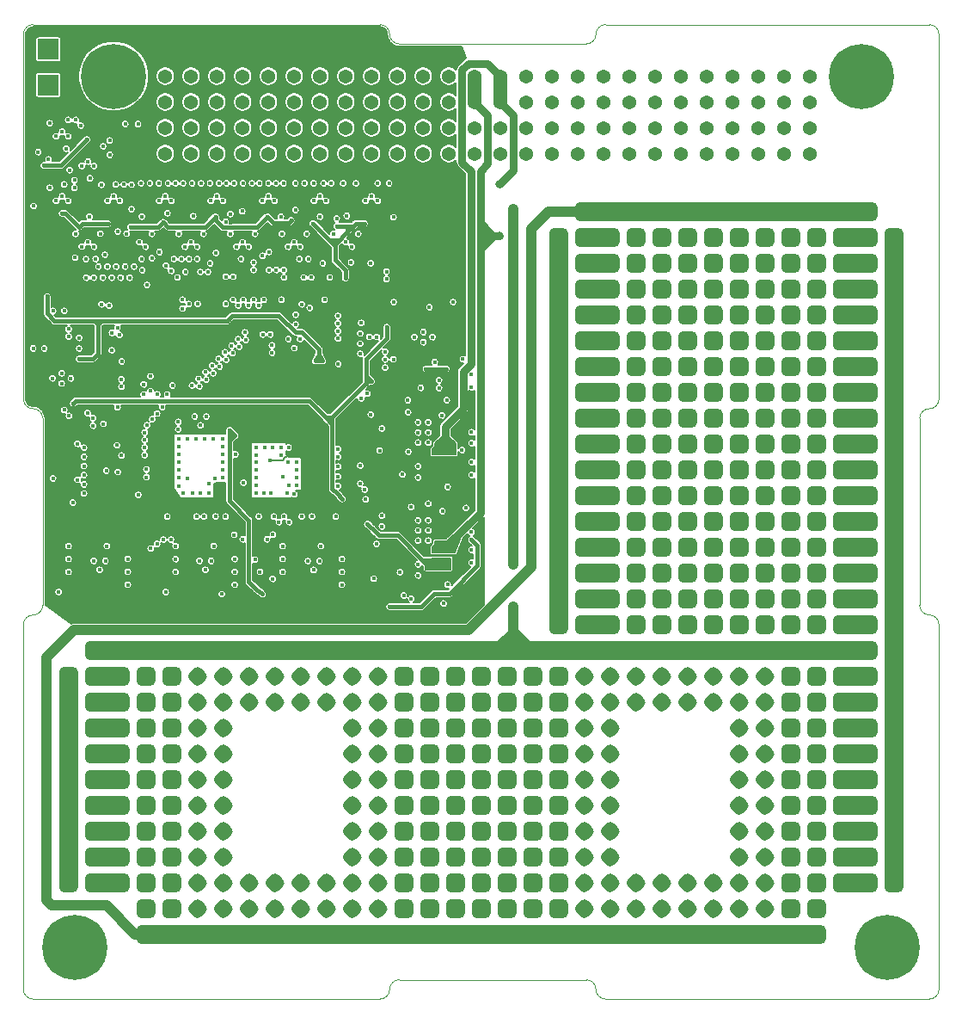
<source format=gbr>
G04 #@! TF.GenerationSoftware,KiCad,Pcbnew,(5.1.6)-1*
G04 #@! TF.CreationDate,2020-09-14T11:10:16+02:00*
G04 #@! TF.ProjectId,board_sierra,626f6172-645f-4736-9965-7272612e6b69,v1.1*
G04 #@! TF.SameCoordinates,PX1903cf0PY6c69e80*
G04 #@! TF.FileFunction,Copper,L4,Inr*
G04 #@! TF.FilePolarity,Positive*
%FSLAX46Y46*%
G04 Gerber Fmt 4.6, Leading zero omitted, Abs format (unit mm)*
G04 Created by KiCad (PCBNEW (5.1.6)-1) date 2020-09-14 11:10:16*
%MOMM*%
%LPD*%
G01*
G04 APERTURE LIST*
G04 #@! TA.AperFunction,Profile*
%ADD10C,0.100000*%
G04 #@! TD*
G04 #@! TA.AperFunction,ViaPad*
%ADD11R,4.200000X1.850000*%
G04 #@! TD*
G04 #@! TA.AperFunction,ViaPad*
%ADD12R,1.850000X4.200000*%
G04 #@! TD*
G04 #@! TA.AperFunction,ViaPad*
%ADD13C,1.500000*%
G04 #@! TD*
G04 #@! TA.AperFunction,ViaPad*
%ADD14R,2.000000X2.000000*%
G04 #@! TD*
G04 #@! TA.AperFunction,ViaPad*
%ADD15C,0.450000*%
G04 #@! TD*
G04 #@! TA.AperFunction,ViaPad*
%ADD16C,6.400000*%
G04 #@! TD*
G04 #@! TA.AperFunction,ViaPad*
%ADD17C,0.800000*%
G04 #@! TD*
G04 #@! TA.AperFunction,ViaPad*
%ADD18C,1.365000*%
G04 #@! TD*
G04 #@! TA.AperFunction,Conductor*
%ADD19C,0.450000*%
G04 #@! TD*
G04 #@! TA.AperFunction,Conductor*
%ADD20C,0.200000*%
G04 #@! TD*
G04 #@! TA.AperFunction,Conductor*
%ADD21C,1.365000*%
G04 #@! TD*
G04 #@! TA.AperFunction,Conductor*
%ADD22C,0.770000*%
G04 #@! TD*
G04 #@! TA.AperFunction,Conductor*
%ADD23C,1.000000*%
G04 #@! TD*
G04 #@! TA.AperFunction,Conductor*
%ADD24C,0.127000*%
G04 #@! TD*
G04 APERTURE END LIST*
D10*
X50355500Y88900000D02*
G75*
G03*
X51308000Y89852500I0J952500D01*
G01*
X31940500Y88900000D02*
X50355500Y88900000D01*
X52260500Y90805000D02*
X84137500Y90805000D01*
X30988000Y89852500D02*
G75*
G03*
X30035500Y90805000I-952500J0D01*
G01*
X30988000Y89852500D02*
G75*
G03*
X31940500Y88900000I952500J0D01*
G01*
X-4127500Y90805000D02*
X30035500Y90805000D01*
X52260500Y90805000D02*
G75*
G03*
X51308000Y89852500I0J-952500D01*
G01*
X52260500Y-5080000D02*
X84137500Y-5080000D01*
X31940500Y-3175000D02*
X50355500Y-3175000D01*
X-4127500Y-5080000D02*
X30035500Y-5080000D01*
X52260500Y-5080000D02*
G75*
G02*
X51308000Y-4127500I0J952500D01*
G01*
X50355500Y-3175000D02*
G75*
G02*
X51308000Y-4127500I0J-952500D01*
G01*
X30988000Y-4127500D02*
G75*
G02*
X31940500Y-3175000I952500J0D01*
G01*
X30988000Y-4127500D02*
G75*
G02*
X30035500Y-5080000I-952500J0D01*
G01*
X84137500Y53009800D02*
G75*
G03*
X83185000Y52057300I0J-952500D01*
G01*
X85090000Y89852500D02*
X85090000Y53962300D01*
X83185000Y52057300D02*
X83185000Y33667700D01*
X85090000Y31762700D02*
X85090000Y-4127500D01*
X83185000Y33667700D02*
G75*
G03*
X84137500Y32715200I952500J0D01*
G01*
X85090000Y31762700D02*
G75*
G03*
X84137500Y32715200I-952500J0D01*
G01*
X84137500Y53009800D02*
G75*
G03*
X85090000Y53962300I0J952500D01*
G01*
X85090000Y-4127500D02*
G75*
G02*
X84137500Y-5080000I-952500J0D01*
G01*
X84137500Y90805000D02*
G75*
G02*
X85090000Y89852500I0J-952500D01*
G01*
X-5080000Y31762700D02*
X-5080000Y-4127500D01*
X-5080000Y89852500D02*
X-5080000Y53962300D01*
X-5080000Y89852500D02*
G75*
G02*
X-4127500Y90805000I952500J0D01*
G01*
X-3175000Y52057300D02*
X-3175000Y33667700D01*
X-4127500Y53009800D02*
G75*
G02*
X-5080000Y53962300I0J952500D01*
G01*
X-4127500Y53009800D02*
G75*
G02*
X-3175000Y52057300I0J-952500D01*
G01*
X-3175000Y33667700D02*
G75*
G02*
X-4127500Y32715200I-952500J0D01*
G01*
X-5080000Y31762700D02*
G75*
G02*
X-4127500Y32715200I952500J0D01*
G01*
X-4127500Y-5080000D02*
G75*
G02*
X-5080000Y-4127500I0J952500D01*
G01*
G04 #@! TO.N,N/C*
G04 #@! TO.C,UA5*
G04 #@! TA.AperFunction,ViaPad*
G36*
G01*
X41620000Y10967500D02*
X41620000Y11892500D01*
G75*
G02*
X42082500Y12355000I462500J0D01*
G01*
X43007500Y12355000D01*
G75*
G02*
X43470000Y11892500I0J-462500D01*
G01*
X43470000Y10967500D01*
G75*
G02*
X43007500Y10505000I-462500J0D01*
G01*
X42082500Y10505000D01*
G75*
G02*
X41620000Y10967500I0J462500D01*
G01*
G37*
G04 #@! TD.AperFunction*
G04 #@! TA.AperFunction,ViaPad*
G36*
G01*
X41620000Y13507500D02*
X41620000Y14432500D01*
G75*
G02*
X42082500Y14895000I462500J0D01*
G01*
X43007500Y14895000D01*
G75*
G02*
X43470000Y14432500I0J-462500D01*
G01*
X43470000Y13507500D01*
G75*
G02*
X43007500Y13045000I-462500J0D01*
G01*
X42082500Y13045000D01*
G75*
G02*
X41620000Y13507500I0J462500D01*
G01*
G37*
G04 #@! TD.AperFunction*
G04 #@! TA.AperFunction,ViaPad*
G36*
G01*
X41620000Y8427500D02*
X41620000Y9352500D01*
G75*
G02*
X42082500Y9815000I462500J0D01*
G01*
X43007500Y9815000D01*
G75*
G02*
X43470000Y9352500I0J-462500D01*
G01*
X43470000Y8427500D01*
G75*
G02*
X43007500Y7965000I-462500J0D01*
G01*
X42082500Y7965000D01*
G75*
G02*
X41620000Y8427500I0J462500D01*
G01*
G37*
G04 #@! TD.AperFunction*
G04 #@! TA.AperFunction,ViaPad*
G36*
G01*
X41620000Y18587500D02*
X41620000Y19512500D01*
G75*
G02*
X42082500Y19975000I462500J0D01*
G01*
X43007500Y19975000D01*
G75*
G02*
X43470000Y19512500I0J-462500D01*
G01*
X43470000Y18587500D01*
G75*
G02*
X43007500Y18125000I-462500J0D01*
G01*
X42082500Y18125000D01*
G75*
G02*
X41620000Y18587500I0J462500D01*
G01*
G37*
G04 #@! TD.AperFunction*
G04 #@! TA.AperFunction,ViaPad*
G36*
G01*
X41620000Y21127500D02*
X41620000Y22052500D01*
G75*
G02*
X42082500Y22515000I462500J0D01*
G01*
X43007500Y22515000D01*
G75*
G02*
X43470000Y22052500I0J-462500D01*
G01*
X43470000Y21127500D01*
G75*
G02*
X43007500Y20665000I-462500J0D01*
G01*
X42082500Y20665000D01*
G75*
G02*
X41620000Y21127500I0J462500D01*
G01*
G37*
G04 #@! TD.AperFunction*
G04 #@! TA.AperFunction,ViaPad*
G36*
G01*
X41620000Y16047500D02*
X41620000Y16972500D01*
G75*
G02*
X42082500Y17435000I462500J0D01*
G01*
X43007500Y17435000D01*
G75*
G02*
X43470000Y16972500I0J-462500D01*
G01*
X43470000Y16047500D01*
G75*
G02*
X43007500Y15585000I-462500J0D01*
G01*
X42082500Y15585000D01*
G75*
G02*
X41620000Y16047500I0J462500D01*
G01*
G37*
G04 #@! TD.AperFunction*
G04 #@! TA.AperFunction,ViaPad*
G36*
G01*
X41620000Y23667500D02*
X41620000Y24592500D01*
G75*
G02*
X42082500Y25055000I462500J0D01*
G01*
X43007500Y25055000D01*
G75*
G02*
X43470000Y24592500I0J-462500D01*
G01*
X43470000Y23667500D01*
G75*
G02*
X43007500Y23205000I-462500J0D01*
G01*
X42082500Y23205000D01*
G75*
G02*
X41620000Y23667500I0J462500D01*
G01*
G37*
G04 #@! TD.AperFunction*
G04 #@! TA.AperFunction,ViaPad*
G36*
G01*
X41620000Y26207500D02*
X41620000Y27132500D01*
G75*
G02*
X42082500Y27595000I462500J0D01*
G01*
X43007500Y27595000D01*
G75*
G02*
X43470000Y27132500I0J-462500D01*
G01*
X43470000Y26207500D01*
G75*
G02*
X43007500Y25745000I-462500J0D01*
G01*
X42082500Y25745000D01*
G75*
G02*
X41620000Y26207500I0J462500D01*
G01*
G37*
G04 #@! TD.AperFunction*
G04 #@! TA.AperFunction,ViaPad*
G36*
G01*
X41620000Y3347500D02*
X41620000Y4272500D01*
G75*
G02*
X42082500Y4735000I462500J0D01*
G01*
X43007500Y4735000D01*
G75*
G02*
X43470000Y4272500I0J-462500D01*
G01*
X43470000Y3347500D01*
G75*
G02*
X43007500Y2885000I-462500J0D01*
G01*
X42082500Y2885000D01*
G75*
G02*
X41620000Y3347500I0J462500D01*
G01*
G37*
G04 #@! TD.AperFunction*
G04 #@! TA.AperFunction,ViaPad*
G36*
G01*
X41620000Y5887500D02*
X41620000Y6812500D01*
G75*
G02*
X42082500Y7275000I462500J0D01*
G01*
X43007500Y7275000D01*
G75*
G02*
X43470000Y6812500I0J-462500D01*
G01*
X43470000Y5887500D01*
G75*
G02*
X43007500Y5425000I-462500J0D01*
G01*
X42082500Y5425000D01*
G75*
G02*
X41620000Y5887500I0J462500D01*
G01*
G37*
G04 #@! TD.AperFunction*
G04 #@! TA.AperFunction,ViaPad*
G36*
G01*
X36540000Y3347500D02*
X36540000Y4272500D01*
G75*
G02*
X37002500Y4735000I462500J0D01*
G01*
X37927500Y4735000D01*
G75*
G02*
X38390000Y4272500I0J-462500D01*
G01*
X38390000Y3347500D01*
G75*
G02*
X37927500Y2885000I-462500J0D01*
G01*
X37002500Y2885000D01*
G75*
G02*
X36540000Y3347500I0J462500D01*
G01*
G37*
G04 #@! TD.AperFunction*
G04 #@! TA.AperFunction,ViaPad*
G36*
G01*
X39080000Y3347500D02*
X39080000Y4272500D01*
G75*
G02*
X39542500Y4735000I462500J0D01*
G01*
X40467500Y4735000D01*
G75*
G02*
X40930000Y4272500I0J-462500D01*
G01*
X40930000Y3347500D01*
G75*
G02*
X40467500Y2885000I-462500J0D01*
G01*
X39542500Y2885000D01*
G75*
G02*
X39080000Y3347500I0J462500D01*
G01*
G37*
G04 #@! TD.AperFunction*
G04 #@! TA.AperFunction,ViaPad*
G36*
G01*
X36540000Y26207500D02*
X36540000Y27132500D01*
G75*
G02*
X37002500Y27595000I462500J0D01*
G01*
X37927500Y27595000D01*
G75*
G02*
X38390000Y27132500I0J-462500D01*
G01*
X38390000Y26207500D01*
G75*
G02*
X37927500Y25745000I-462500J0D01*
G01*
X37002500Y25745000D01*
G75*
G02*
X36540000Y26207500I0J462500D01*
G01*
G37*
G04 #@! TD.AperFunction*
G04 #@! TA.AperFunction,ViaPad*
G36*
G01*
X39080000Y23667500D02*
X39080000Y24592500D01*
G75*
G02*
X39542500Y25055000I462500J0D01*
G01*
X40467500Y25055000D01*
G75*
G02*
X40930000Y24592500I0J-462500D01*
G01*
X40930000Y23667500D01*
G75*
G02*
X40467500Y23205000I-462500J0D01*
G01*
X39542500Y23205000D01*
G75*
G02*
X39080000Y23667500I0J462500D01*
G01*
G37*
G04 #@! TD.AperFunction*
G04 #@! TA.AperFunction,ViaPad*
G36*
G01*
X39080000Y26207500D02*
X39080000Y27132500D01*
G75*
G02*
X39542500Y27595000I462500J0D01*
G01*
X40467500Y27595000D01*
G75*
G02*
X40930000Y27132500I0J-462500D01*
G01*
X40930000Y26207500D01*
G75*
G02*
X40467500Y25745000I-462500J0D01*
G01*
X39542500Y25745000D01*
G75*
G02*
X39080000Y26207500I0J462500D01*
G01*
G37*
G04 #@! TD.AperFunction*
G04 #@! TA.AperFunction,ViaPad*
G36*
G01*
X36540000Y23667500D02*
X36540000Y24592500D01*
G75*
G02*
X37002500Y25055000I462500J0D01*
G01*
X37927500Y25055000D01*
G75*
G02*
X38390000Y24592500I0J-462500D01*
G01*
X38390000Y23667500D01*
G75*
G02*
X37927500Y23205000I-462500J0D01*
G01*
X37002500Y23205000D01*
G75*
G02*
X36540000Y23667500I0J462500D01*
G01*
G37*
G04 #@! TD.AperFunction*
G04 #@! TA.AperFunction,ViaPad*
G36*
G01*
X36540000Y5887500D02*
X36540000Y6812500D01*
G75*
G02*
X37002500Y7275000I462500J0D01*
G01*
X37927500Y7275000D01*
G75*
G02*
X38390000Y6812500I0J-462500D01*
G01*
X38390000Y5887500D01*
G75*
G02*
X37927500Y5425000I-462500J0D01*
G01*
X37002500Y5425000D01*
G75*
G02*
X36540000Y5887500I0J462500D01*
G01*
G37*
G04 #@! TD.AperFunction*
G04 #@! TA.AperFunction,ViaPad*
G36*
G01*
X36540000Y10967500D02*
X36540000Y11892500D01*
G75*
G02*
X37002500Y12355000I462500J0D01*
G01*
X37927500Y12355000D01*
G75*
G02*
X38390000Y11892500I0J-462500D01*
G01*
X38390000Y10967500D01*
G75*
G02*
X37927500Y10505000I-462500J0D01*
G01*
X37002500Y10505000D01*
G75*
G02*
X36540000Y10967500I0J462500D01*
G01*
G37*
G04 #@! TD.AperFunction*
G04 #@! TA.AperFunction,ViaPad*
G36*
G01*
X39080000Y5887500D02*
X39080000Y6812500D01*
G75*
G02*
X39542500Y7275000I462500J0D01*
G01*
X40467500Y7275000D01*
G75*
G02*
X40930000Y6812500I0J-462500D01*
G01*
X40930000Y5887500D01*
G75*
G02*
X40467500Y5425000I-462500J0D01*
G01*
X39542500Y5425000D01*
G75*
G02*
X39080000Y5887500I0J462500D01*
G01*
G37*
G04 #@! TD.AperFunction*
G04 #@! TA.AperFunction,ViaPad*
G36*
G01*
X36540000Y18587500D02*
X36540000Y19512500D01*
G75*
G02*
X37002500Y19975000I462500J0D01*
G01*
X37927500Y19975000D01*
G75*
G02*
X38390000Y19512500I0J-462500D01*
G01*
X38390000Y18587500D01*
G75*
G02*
X37927500Y18125000I-462500J0D01*
G01*
X37002500Y18125000D01*
G75*
G02*
X36540000Y18587500I0J462500D01*
G01*
G37*
G04 #@! TD.AperFunction*
G04 #@! TA.AperFunction,ViaPad*
G36*
G01*
X39080000Y16047500D02*
X39080000Y16972500D01*
G75*
G02*
X39542500Y17435000I462500J0D01*
G01*
X40467500Y17435000D01*
G75*
G02*
X40930000Y16972500I0J-462500D01*
G01*
X40930000Y16047500D01*
G75*
G02*
X40467500Y15585000I-462500J0D01*
G01*
X39542500Y15585000D01*
G75*
G02*
X39080000Y16047500I0J462500D01*
G01*
G37*
G04 #@! TD.AperFunction*
G04 #@! TA.AperFunction,ViaPad*
G36*
G01*
X39080000Y21127500D02*
X39080000Y22052500D01*
G75*
G02*
X39542500Y22515000I462500J0D01*
G01*
X40467500Y22515000D01*
G75*
G02*
X40930000Y22052500I0J-462500D01*
G01*
X40930000Y21127500D01*
G75*
G02*
X40467500Y20665000I-462500J0D01*
G01*
X39542500Y20665000D01*
G75*
G02*
X39080000Y21127500I0J462500D01*
G01*
G37*
G04 #@! TD.AperFunction*
G04 #@! TA.AperFunction,ViaPad*
G36*
G01*
X36540000Y16047500D02*
X36540000Y16972500D01*
G75*
G02*
X37002500Y17435000I462500J0D01*
G01*
X37927500Y17435000D01*
G75*
G02*
X38390000Y16972500I0J-462500D01*
G01*
X38390000Y16047500D01*
G75*
G02*
X37927500Y15585000I-462500J0D01*
G01*
X37002500Y15585000D01*
G75*
G02*
X36540000Y16047500I0J462500D01*
G01*
G37*
G04 #@! TD.AperFunction*
G04 #@! TA.AperFunction,ViaPad*
G36*
G01*
X39080000Y18587500D02*
X39080000Y19512500D01*
G75*
G02*
X39542500Y19975000I462500J0D01*
G01*
X40467500Y19975000D01*
G75*
G02*
X40930000Y19512500I0J-462500D01*
G01*
X40930000Y18587500D01*
G75*
G02*
X40467500Y18125000I-462500J0D01*
G01*
X39542500Y18125000D01*
G75*
G02*
X39080000Y18587500I0J462500D01*
G01*
G37*
G04 #@! TD.AperFunction*
G04 #@! TA.AperFunction,ViaPad*
G36*
G01*
X36540000Y8427500D02*
X36540000Y9352500D01*
G75*
G02*
X37002500Y9815000I462500J0D01*
G01*
X37927500Y9815000D01*
G75*
G02*
X38390000Y9352500I0J-462500D01*
G01*
X38390000Y8427500D01*
G75*
G02*
X37927500Y7965000I-462500J0D01*
G01*
X37002500Y7965000D01*
G75*
G02*
X36540000Y8427500I0J462500D01*
G01*
G37*
G04 #@! TD.AperFunction*
G04 #@! TA.AperFunction,ViaPad*
G36*
G01*
X39080000Y10967500D02*
X39080000Y11892500D01*
G75*
G02*
X39542500Y12355000I462500J0D01*
G01*
X40467500Y12355000D01*
G75*
G02*
X40930000Y11892500I0J-462500D01*
G01*
X40930000Y10967500D01*
G75*
G02*
X40467500Y10505000I-462500J0D01*
G01*
X39542500Y10505000D01*
G75*
G02*
X39080000Y10967500I0J462500D01*
G01*
G37*
G04 #@! TD.AperFunction*
G04 #@! TA.AperFunction,ViaPad*
G36*
G01*
X39080000Y13507500D02*
X39080000Y14432500D01*
G75*
G02*
X39542500Y14895000I462500J0D01*
G01*
X40467500Y14895000D01*
G75*
G02*
X40930000Y14432500I0J-462500D01*
G01*
X40930000Y13507500D01*
G75*
G02*
X40467500Y13045000I-462500J0D01*
G01*
X39542500Y13045000D01*
G75*
G02*
X39080000Y13507500I0J462500D01*
G01*
G37*
G04 #@! TD.AperFunction*
G04 #@! TA.AperFunction,ViaPad*
G36*
G01*
X39080000Y8427500D02*
X39080000Y9352500D01*
G75*
G02*
X39542500Y9815000I462500J0D01*
G01*
X40467500Y9815000D01*
G75*
G02*
X40930000Y9352500I0J-462500D01*
G01*
X40930000Y8427500D01*
G75*
G02*
X40467500Y7965000I-462500J0D01*
G01*
X39542500Y7965000D01*
G75*
G02*
X39080000Y8427500I0J462500D01*
G01*
G37*
G04 #@! TD.AperFunction*
G04 #@! TA.AperFunction,ViaPad*
G36*
G01*
X36540000Y13507500D02*
X36540000Y14432500D01*
G75*
G02*
X37002500Y14895000I462500J0D01*
G01*
X37927500Y14895000D01*
G75*
G02*
X38390000Y14432500I0J-462500D01*
G01*
X38390000Y13507500D01*
G75*
G02*
X37927500Y13045000I-462500J0D01*
G01*
X37002500Y13045000D01*
G75*
G02*
X36540000Y13507500I0J462500D01*
G01*
G37*
G04 #@! TD.AperFunction*
G04 #@! TA.AperFunction,ViaPad*
G36*
G01*
X36540000Y21127500D02*
X36540000Y22052500D01*
G75*
G02*
X37002500Y22515000I462500J0D01*
G01*
X37927500Y22515000D01*
G75*
G02*
X38390000Y22052500I0J-462500D01*
G01*
X38390000Y21127500D01*
G75*
G02*
X37927500Y20665000I-462500J0D01*
G01*
X37002500Y20665000D01*
G75*
G02*
X36540000Y21127500I0J462500D01*
G01*
G37*
G04 #@! TD.AperFunction*
G04 #@! TA.AperFunction,ViaPad*
G36*
G01*
X49378697Y4155068D02*
X49819932Y4596303D01*
G75*
G02*
X50510068Y4596303I345068J-345068D01*
G01*
X50951303Y4155068D01*
G75*
G02*
X50951303Y3464932I-345068J-345068D01*
G01*
X50510068Y3023697D01*
G75*
G02*
X49819932Y3023697I-345068J345068D01*
G01*
X49378697Y3464932D01*
G75*
G02*
X49378697Y4155068I345068J345068D01*
G01*
G37*
G04 #@! TD.AperFunction*
G04 #@! TA.AperFunction,ViaPad*
G36*
G01*
X49378697Y27015068D02*
X49819932Y27456303D01*
G75*
G02*
X50510068Y27456303I345068J-345068D01*
G01*
X50951303Y27015068D01*
G75*
G02*
X50951303Y26324932I-345068J-345068D01*
G01*
X50510068Y25883697D01*
G75*
G02*
X49819932Y25883697I-345068J345068D01*
G01*
X49378697Y26324932D01*
G75*
G02*
X49378697Y27015068I345068J345068D01*
G01*
G37*
G04 #@! TD.AperFunction*
G04 #@! TA.AperFunction,ViaPad*
G36*
G01*
X49378697Y24475068D02*
X49819932Y24916303D01*
G75*
G02*
X50510068Y24916303I345068J-345068D01*
G01*
X50951303Y24475068D01*
G75*
G02*
X50951303Y23784932I-345068J-345068D01*
G01*
X50510068Y23343697D01*
G75*
G02*
X49819932Y23343697I-345068J345068D01*
G01*
X49378697Y23784932D01*
G75*
G02*
X49378697Y24475068I345068J345068D01*
G01*
G37*
G04 #@! TD.AperFunction*
G04 #@! TA.AperFunction,ViaPad*
G36*
G01*
X49378697Y14315068D02*
X49819932Y14756303D01*
G75*
G02*
X50510068Y14756303I345068J-345068D01*
G01*
X50951303Y14315068D01*
G75*
G02*
X50951303Y13624932I-345068J-345068D01*
G01*
X50510068Y13183697D01*
G75*
G02*
X49819932Y13183697I-345068J345068D01*
G01*
X49378697Y13624932D01*
G75*
G02*
X49378697Y14315068I345068J345068D01*
G01*
G37*
G04 #@! TD.AperFunction*
G04 #@! TA.AperFunction,ViaPad*
G36*
G01*
X49378697Y19395068D02*
X49819932Y19836303D01*
G75*
G02*
X50510068Y19836303I345068J-345068D01*
G01*
X50951303Y19395068D01*
G75*
G02*
X50951303Y18704932I-345068J-345068D01*
G01*
X50510068Y18263697D01*
G75*
G02*
X49819932Y18263697I-345068J345068D01*
G01*
X49378697Y18704932D01*
G75*
G02*
X49378697Y19395068I345068J345068D01*
G01*
G37*
G04 #@! TD.AperFunction*
G04 #@! TA.AperFunction,ViaPad*
G36*
G01*
X49378697Y11775068D02*
X49819932Y12216303D01*
G75*
G02*
X50510068Y12216303I345068J-345068D01*
G01*
X50951303Y11775068D01*
G75*
G02*
X50951303Y11084932I-345068J-345068D01*
G01*
X50510068Y10643697D01*
G75*
G02*
X49819932Y10643697I-345068J345068D01*
G01*
X49378697Y11084932D01*
G75*
G02*
X49378697Y11775068I345068J345068D01*
G01*
G37*
G04 #@! TD.AperFunction*
G04 #@! TA.AperFunction,ViaPad*
G36*
G01*
X49378697Y6695068D02*
X49819932Y7136303D01*
G75*
G02*
X50510068Y7136303I345068J-345068D01*
G01*
X50951303Y6695068D01*
G75*
G02*
X50951303Y6004932I-345068J-345068D01*
G01*
X50510068Y5563697D01*
G75*
G02*
X49819932Y5563697I-345068J345068D01*
G01*
X49378697Y6004932D01*
G75*
G02*
X49378697Y6695068I345068J345068D01*
G01*
G37*
G04 #@! TD.AperFunction*
G04 #@! TA.AperFunction,ViaPad*
G36*
G01*
X49378697Y21935068D02*
X49819932Y22376303D01*
G75*
G02*
X50510068Y22376303I345068J-345068D01*
G01*
X50951303Y21935068D01*
G75*
G02*
X50951303Y21244932I-345068J-345068D01*
G01*
X50510068Y20803697D01*
G75*
G02*
X49819932Y20803697I-345068J345068D01*
G01*
X49378697Y21244932D01*
G75*
G02*
X49378697Y21935068I345068J345068D01*
G01*
G37*
G04 #@! TD.AperFunction*
G04 #@! TA.AperFunction,ViaPad*
G36*
G01*
X49378697Y16855068D02*
X49819932Y17296303D01*
G75*
G02*
X50510068Y17296303I345068J-345068D01*
G01*
X50951303Y16855068D01*
G75*
G02*
X50951303Y16164932I-345068J-345068D01*
G01*
X50510068Y15723697D01*
G75*
G02*
X49819932Y15723697I-345068J345068D01*
G01*
X49378697Y16164932D01*
G75*
G02*
X49378697Y16855068I345068J345068D01*
G01*
G37*
G04 #@! TD.AperFunction*
G04 #@! TA.AperFunction,ViaPad*
G36*
G01*
X49378697Y9235068D02*
X49819932Y9676303D01*
G75*
G02*
X50510068Y9676303I345068J-345068D01*
G01*
X50951303Y9235068D01*
G75*
G02*
X50951303Y8544932I-345068J-345068D01*
G01*
X50510068Y8103697D01*
G75*
G02*
X49819932Y8103697I-345068J345068D01*
G01*
X49378697Y8544932D01*
G75*
G02*
X49378697Y9235068I345068J345068D01*
G01*
G37*
G04 #@! TD.AperFunction*
G04 #@! TO.N,Net-(F2-Pad1)*
G04 #@! TA.AperFunction,ViaPad*
G36*
G01*
X6522500Y2195000D02*
X7447500Y2195000D01*
G75*
G02*
X7910000Y1732500I0J-462500D01*
G01*
X7910000Y807500D01*
G75*
G02*
X7447500Y345000I-462500J0D01*
G01*
X6522500Y345000D01*
G75*
G02*
X6060000Y807500I0J462500D01*
G01*
X6060000Y1732500D01*
G75*
G02*
X6522500Y2195000I462500J0D01*
G01*
G37*
G04 #@! TD.AperFunction*
G04 #@! TA.AperFunction,ViaPad*
G36*
G01*
X72562500Y2195000D02*
X73487500Y2195000D01*
G75*
G02*
X73950000Y1732500I0J-462500D01*
G01*
X73950000Y807500D01*
G75*
G02*
X73487500Y345000I-462500J0D01*
G01*
X72562500Y345000D01*
G75*
G02*
X72100000Y807500I0J462500D01*
G01*
X72100000Y1732500D01*
G75*
G02*
X72562500Y2195000I462500J0D01*
G01*
G37*
G04 #@! TD.AperFunction*
G04 #@! TO.N,GND*
G04 #@! TA.AperFunction,ViaPad*
G36*
G01*
X80182500Y7275000D02*
X81107500Y7275000D01*
G75*
G02*
X81570000Y6812500I0J-462500D01*
G01*
X81570000Y5887500D01*
G75*
G02*
X81107500Y5425000I-462500J0D01*
G01*
X80182500Y5425000D01*
G75*
G02*
X79720000Y5887500I0J462500D01*
G01*
X79720000Y6812500D01*
G75*
G02*
X80182500Y7275000I462500J0D01*
G01*
G37*
G04 #@! TD.AperFunction*
G04 #@! TA.AperFunction,ViaPad*
G36*
G01*
X79720000Y69387500D02*
X79720000Y70312500D01*
G75*
G02*
X80182500Y70775000I462500J0D01*
G01*
X81107500Y70775000D01*
G75*
G02*
X81570000Y70312500I0J-462500D01*
G01*
X81570000Y69387500D01*
G75*
G02*
X81107500Y68925000I-462500J0D01*
G01*
X80182500Y68925000D01*
G75*
G02*
X79720000Y69387500I0J462500D01*
G01*
G37*
G04 #@! TD.AperFunction*
G04 #@! TO.N,Net-(F2-Pad1)*
G04 #@! TA.AperFunction,ViaPad*
G36*
G01*
X77180000Y71927500D02*
X77180000Y72852500D01*
G75*
G02*
X77642500Y73315000I462500J0D01*
G01*
X78567500Y73315000D01*
G75*
G02*
X79030000Y72852500I0J-462500D01*
G01*
X79030000Y71927500D01*
G75*
G02*
X78567500Y71465000I-462500J0D01*
G01*
X77642500Y71465000D01*
G75*
G02*
X77180000Y71927500I0J462500D01*
G01*
G37*
G04 #@! TD.AperFunction*
G04 #@! TA.AperFunction,ViaPad*
G36*
G01*
X49240000Y71927500D02*
X49240000Y72852500D01*
G75*
G02*
X49702500Y73315000I462500J0D01*
G01*
X50627500Y73315000D01*
G75*
G02*
X51090000Y72852500I0J-462500D01*
G01*
X51090000Y71927500D01*
G75*
G02*
X50627500Y71465000I-462500J0D01*
G01*
X49702500Y71465000D01*
G75*
G02*
X49240000Y71927500I0J462500D01*
G01*
G37*
G04 #@! TD.AperFunction*
G04 #@! TO.N,GND*
G04 #@! TA.AperFunction,ViaPad*
G36*
G01*
X46700000Y69387500D02*
X46700000Y70312500D01*
G75*
G02*
X47162500Y70775000I462500J0D01*
G01*
X48087500Y70775000D01*
G75*
G02*
X48550000Y70312500I0J-462500D01*
G01*
X48550000Y69387500D01*
G75*
G02*
X48087500Y68925000I-462500J0D01*
G01*
X47162500Y68925000D01*
G75*
G02*
X46700000Y69387500I0J462500D01*
G01*
G37*
G04 #@! TD.AperFunction*
G04 #@! TO.N,Net-(F1-Pad1)*
G04 #@! TA.AperFunction,ViaPad*
G36*
G01*
X77180000Y28747500D02*
X77180000Y29672500D01*
G75*
G02*
X77642500Y30135000I462500J0D01*
G01*
X78567500Y30135000D01*
G75*
G02*
X79030000Y29672500I0J-462500D01*
G01*
X79030000Y28747500D01*
G75*
G02*
X78567500Y28285000I-462500J0D01*
G01*
X77642500Y28285000D01*
G75*
G02*
X77180000Y28747500I0J462500D01*
G01*
G37*
G04 #@! TD.AperFunction*
G04 #@! TO.N,GND*
G04 #@! TA.AperFunction,ViaPad*
G36*
G01*
X47162500Y32675000D02*
X48087500Y32675000D01*
G75*
G02*
X48550000Y32212500I0J-462500D01*
G01*
X48550000Y31287500D01*
G75*
G02*
X48087500Y30825000I-462500J0D01*
G01*
X47162500Y30825000D01*
G75*
G02*
X46700000Y31287500I0J462500D01*
G01*
X46700000Y32212500D01*
G75*
G02*
X47162500Y32675000I462500J0D01*
G01*
G37*
G04 #@! TD.AperFunction*
G04 #@! TA.AperFunction,ViaPad*
G36*
G01*
X-1097500Y27595000D02*
X-172500Y27595000D01*
G75*
G02*
X290000Y27132500I0J-462500D01*
G01*
X290000Y26207500D01*
G75*
G02*
X-172500Y25745000I-462500J0D01*
G01*
X-1097500Y25745000D01*
G75*
G02*
X-1560000Y26207500I0J462500D01*
G01*
X-1560000Y27132500D01*
G75*
G02*
X-1097500Y27595000I462500J0D01*
G01*
G37*
G04 #@! TD.AperFunction*
G04 #@! TA.AperFunction,ViaPad*
G36*
G01*
X-1097500Y7275000D02*
X-172500Y7275000D01*
G75*
G02*
X290000Y6812500I0J-462500D01*
G01*
X290000Y5887500D01*
G75*
G02*
X-172500Y5425000I-462500J0D01*
G01*
X-1097500Y5425000D01*
G75*
G02*
X-1560000Y5887500I0J462500D01*
G01*
X-1560000Y6812500D01*
G75*
G02*
X-1097500Y7275000I462500J0D01*
G01*
G37*
G04 #@! TD.AperFunction*
G04 #@! TO.N,Net-(F1-Pad1)*
G04 #@! TA.AperFunction,ViaPad*
G36*
G01*
X980000Y28747500D02*
X980000Y29672500D01*
G75*
G02*
X1442500Y30135000I462500J0D01*
G01*
X2367500Y30135000D01*
G75*
G02*
X2830000Y29672500I0J-462500D01*
G01*
X2830000Y28747500D01*
G75*
G02*
X2367500Y28285000I-462500J0D01*
G01*
X1442500Y28285000D01*
G75*
G02*
X980000Y28747500I0J462500D01*
G01*
G37*
G04 #@! TD.AperFunction*
D11*
X4445000Y29210000D03*
G04 #@! TO.N,Net-(F2-Pad1)*
X75565000Y72390000D03*
X52705000Y72390000D03*
X70485000Y72390000D03*
X73025000Y72390000D03*
X57785000Y72390000D03*
X60325000Y72390000D03*
X62865000Y72390000D03*
X65405000Y72390000D03*
X67945000Y72390000D03*
X55245000Y72390000D03*
D12*
G04 #@! TO.N,GND*
X80645000Y67310000D03*
X47625000Y67310000D03*
D13*
G04 #@! TO.N,N/C*
X52705000Y67310000D03*
X50165000Y67310000D03*
G04 #@! TA.AperFunction,ViaPad*
G36*
G01*
X49240000Y66847500D02*
X49240000Y67772500D01*
G75*
G02*
X49702500Y68235000I462500J0D01*
G01*
X53167500Y68235000D01*
G75*
G02*
X53630000Y67772500I0J-462500D01*
G01*
X53630000Y66847500D01*
G75*
G02*
X53167500Y66385000I-462500J0D01*
G01*
X49702500Y66385000D01*
G75*
G02*
X49240000Y66847500I0J462500D01*
G01*
G37*
G04 #@! TD.AperFunction*
G04 #@! TA.AperFunction,ViaPad*
G36*
G01*
X61940000Y66847500D02*
X61940000Y67772500D01*
G75*
G02*
X62402500Y68235000I462500J0D01*
G01*
X63327500Y68235000D01*
G75*
G02*
X63790000Y67772500I0J-462500D01*
G01*
X63790000Y66847500D01*
G75*
G02*
X63327500Y66385000I-462500J0D01*
G01*
X62402500Y66385000D01*
G75*
G02*
X61940000Y66847500I0J462500D01*
G01*
G37*
G04 #@! TD.AperFunction*
G04 #@! TA.AperFunction,ViaPad*
G36*
G01*
X54320000Y66847500D02*
X54320000Y67772500D01*
G75*
G02*
X54782500Y68235000I462500J0D01*
G01*
X55707500Y68235000D01*
G75*
G02*
X56170000Y67772500I0J-462500D01*
G01*
X56170000Y66847500D01*
G75*
G02*
X55707500Y66385000I-462500J0D01*
G01*
X54782500Y66385000D01*
G75*
G02*
X54320000Y66847500I0J462500D01*
G01*
G37*
G04 #@! TD.AperFunction*
X75565000Y67310000D03*
G04 #@! TA.AperFunction,ViaPad*
G36*
G01*
X67020000Y66847500D02*
X67020000Y67772500D01*
G75*
G02*
X67482500Y68235000I462500J0D01*
G01*
X68407500Y68235000D01*
G75*
G02*
X68870000Y67772500I0J-462500D01*
G01*
X68870000Y66847500D01*
G75*
G02*
X68407500Y66385000I-462500J0D01*
G01*
X67482500Y66385000D01*
G75*
G02*
X67020000Y66847500I0J462500D01*
G01*
G37*
G04 #@! TD.AperFunction*
G04 #@! TA.AperFunction,ViaPad*
G36*
G01*
X72100000Y66847500D02*
X72100000Y67772500D01*
G75*
G02*
X72562500Y68235000I462500J0D01*
G01*
X73487500Y68235000D01*
G75*
G02*
X73950000Y67772500I0J-462500D01*
G01*
X73950000Y66847500D01*
G75*
G02*
X73487500Y66385000I-462500J0D01*
G01*
X72562500Y66385000D01*
G75*
G02*
X72100000Y66847500I0J462500D01*
G01*
G37*
G04 #@! TD.AperFunction*
G04 #@! TA.AperFunction,ViaPad*
G36*
G01*
X59400000Y66847500D02*
X59400000Y67772500D01*
G75*
G02*
X59862500Y68235000I462500J0D01*
G01*
X60787500Y68235000D01*
G75*
G02*
X61250000Y67772500I0J-462500D01*
G01*
X61250000Y66847500D01*
G75*
G02*
X60787500Y66385000I-462500J0D01*
G01*
X59862500Y66385000D01*
G75*
G02*
X59400000Y66847500I0J462500D01*
G01*
G37*
G04 #@! TD.AperFunction*
X78105000Y67310000D03*
G04 #@! TA.AperFunction,ViaPad*
G36*
G01*
X64480000Y66847500D02*
X64480000Y67772500D01*
G75*
G02*
X64942500Y68235000I462500J0D01*
G01*
X65867500Y68235000D01*
G75*
G02*
X66330000Y67772500I0J-462500D01*
G01*
X66330000Y66847500D01*
G75*
G02*
X65867500Y66385000I-462500J0D01*
G01*
X64942500Y66385000D01*
G75*
G02*
X64480000Y66847500I0J462500D01*
G01*
G37*
G04 #@! TD.AperFunction*
G04 #@! TA.AperFunction,ViaPad*
G36*
G01*
X56860000Y66847500D02*
X56860000Y67772500D01*
G75*
G02*
X57322500Y68235000I462500J0D01*
G01*
X58247500Y68235000D01*
G75*
G02*
X58710000Y67772500I0J-462500D01*
G01*
X58710000Y66847500D01*
G75*
G02*
X58247500Y66385000I-462500J0D01*
G01*
X57322500Y66385000D01*
G75*
G02*
X56860000Y66847500I0J462500D01*
G01*
G37*
G04 #@! TD.AperFunction*
G04 #@! TA.AperFunction,ViaPad*
G36*
G01*
X74640000Y66847500D02*
X74640000Y67772500D01*
G75*
G02*
X75102500Y68235000I462500J0D01*
G01*
X78567500Y68235000D01*
G75*
G02*
X79030000Y67772500I0J-462500D01*
G01*
X79030000Y66847500D01*
G75*
G02*
X78567500Y66385000I-462500J0D01*
G01*
X75102500Y66385000D01*
G75*
G02*
X74640000Y66847500I0J462500D01*
G01*
G37*
G04 #@! TD.AperFunction*
G04 #@! TA.AperFunction,ViaPad*
G36*
G01*
X69560000Y66847500D02*
X69560000Y67772500D01*
G75*
G02*
X70022500Y68235000I462500J0D01*
G01*
X70947500Y68235000D01*
G75*
G02*
X71410000Y67772500I0J-462500D01*
G01*
X71410000Y66847500D01*
G75*
G02*
X70947500Y66385000I-462500J0D01*
G01*
X70022500Y66385000D01*
G75*
G02*
X69560000Y66847500I0J462500D01*
G01*
G37*
G04 #@! TD.AperFunction*
G04 #@! TA.AperFunction,ViaPad*
G36*
G01*
X23978697Y4155068D02*
X24419932Y4596303D01*
G75*
G02*
X25110068Y4596303I345068J-345068D01*
G01*
X25551303Y4155068D01*
G75*
G02*
X25551303Y3464932I-345068J-345068D01*
G01*
X25110068Y3023697D01*
G75*
G02*
X24419932Y3023697I-345068J345068D01*
G01*
X23978697Y3464932D01*
G75*
G02*
X23978697Y4155068I345068J345068D01*
G01*
G37*
G04 #@! TD.AperFunction*
G04 #@! TA.AperFunction,ViaPad*
G36*
G01*
X23978697Y24475068D02*
X24419932Y24916303D01*
G75*
G02*
X25110068Y24916303I345068J-345068D01*
G01*
X25551303Y24475068D01*
G75*
G02*
X25551303Y23784932I-345068J-345068D01*
G01*
X25110068Y23343697D01*
G75*
G02*
X24419932Y23343697I-345068J345068D01*
G01*
X23978697Y23784932D01*
G75*
G02*
X23978697Y24475068I345068J345068D01*
G01*
G37*
G04 #@! TD.AperFunction*
G04 #@! TA.AperFunction,ViaPad*
G36*
G01*
X23978697Y27015068D02*
X24419932Y27456303D01*
G75*
G02*
X25110068Y27456303I345068J-345068D01*
G01*
X25551303Y27015068D01*
G75*
G02*
X25551303Y26324932I-345068J-345068D01*
G01*
X25110068Y25883697D01*
G75*
G02*
X24419932Y25883697I-345068J345068D01*
G01*
X23978697Y26324932D01*
G75*
G02*
X23978697Y27015068I345068J345068D01*
G01*
G37*
G04 #@! TD.AperFunction*
G04 #@! TA.AperFunction,ViaPad*
G36*
G01*
X23978697Y6695068D02*
X24419932Y7136303D01*
G75*
G02*
X25110068Y7136303I345068J-345068D01*
G01*
X25551303Y6695068D01*
G75*
G02*
X25551303Y6004932I-345068J-345068D01*
G01*
X25110068Y5563697D01*
G75*
G02*
X24419932Y5563697I-345068J345068D01*
G01*
X23978697Y6004932D01*
G75*
G02*
X23978697Y6695068I345068J345068D01*
G01*
G37*
G04 #@! TD.AperFunction*
G04 #@! TA.AperFunction,ViaPad*
G36*
G01*
X56998697Y4155068D02*
X57439932Y4596303D01*
G75*
G02*
X58130068Y4596303I345068J-345068D01*
G01*
X58571303Y4155068D01*
G75*
G02*
X58571303Y3464932I-345068J-345068D01*
G01*
X58130068Y3023697D01*
G75*
G02*
X57439932Y3023697I-345068J345068D01*
G01*
X56998697Y3464932D01*
G75*
G02*
X56998697Y4155068I345068J345068D01*
G01*
G37*
G04 #@! TD.AperFunction*
G04 #@! TA.AperFunction,ViaPad*
G36*
G01*
X51918697Y4155068D02*
X52359932Y4596303D01*
G75*
G02*
X53050068Y4596303I345068J-345068D01*
G01*
X53491303Y4155068D01*
G75*
G02*
X53491303Y3464932I-345068J-345068D01*
G01*
X53050068Y3023697D01*
G75*
G02*
X52359932Y3023697I-345068J345068D01*
G01*
X51918697Y3464932D01*
G75*
G02*
X51918697Y4155068I345068J345068D01*
G01*
G37*
G04 #@! TD.AperFunction*
G04 #@! TA.AperFunction,ViaPad*
G36*
G01*
X67158697Y4155068D02*
X67599932Y4596303D01*
G75*
G02*
X68290068Y4596303I345068J-345068D01*
G01*
X68731303Y4155068D01*
G75*
G02*
X68731303Y3464932I-345068J-345068D01*
G01*
X68290068Y3023697D01*
G75*
G02*
X67599932Y3023697I-345068J345068D01*
G01*
X67158697Y3464932D01*
G75*
G02*
X67158697Y4155068I345068J345068D01*
G01*
G37*
G04 #@! TD.AperFunction*
G04 #@! TA.AperFunction,ViaPad*
G36*
G01*
X6060000Y3347500D02*
X6060000Y4272500D01*
G75*
G02*
X6522500Y4735000I462500J0D01*
G01*
X7447500Y4735000D01*
G75*
G02*
X7910000Y4272500I0J-462500D01*
G01*
X7910000Y3347500D01*
G75*
G02*
X7447500Y2885000I-462500J0D01*
G01*
X6522500Y2885000D01*
G75*
G02*
X6060000Y3347500I0J462500D01*
G01*
G37*
G04 #@! TD.AperFunction*
G04 #@! TA.AperFunction,ViaPad*
G36*
G01*
X62078697Y4155068D02*
X62519932Y4596303D01*
G75*
G02*
X63210068Y4596303I345068J-345068D01*
G01*
X63651303Y4155068D01*
G75*
G02*
X63651303Y3464932I-345068J-345068D01*
G01*
X63210068Y3023697D01*
G75*
G02*
X62519932Y3023697I-345068J345068D01*
G01*
X62078697Y3464932D01*
G75*
G02*
X62078697Y4155068I345068J345068D01*
G01*
G37*
G04 #@! TD.AperFunction*
G04 #@! TA.AperFunction,ViaPad*
G36*
G01*
X54458697Y4155068D02*
X54899932Y4596303D01*
G75*
G02*
X55590068Y4596303I345068J-345068D01*
G01*
X56031303Y4155068D01*
G75*
G02*
X56031303Y3464932I-345068J-345068D01*
G01*
X55590068Y3023697D01*
G75*
G02*
X54899932Y3023697I-345068J345068D01*
G01*
X54458697Y3464932D01*
G75*
G02*
X54458697Y4155068I345068J345068D01*
G01*
G37*
G04 #@! TD.AperFunction*
G04 #@! TA.AperFunction,ViaPad*
G36*
G01*
X64618697Y4155068D02*
X65059932Y4596303D01*
G75*
G02*
X65750068Y4596303I345068J-345068D01*
G01*
X66191303Y4155068D01*
G75*
G02*
X66191303Y3464932I-345068J-345068D01*
G01*
X65750068Y3023697D01*
G75*
G02*
X65059932Y3023697I-345068J345068D01*
G01*
X64618697Y3464932D01*
G75*
G02*
X64618697Y4155068I345068J345068D01*
G01*
G37*
G04 #@! TD.AperFunction*
G04 #@! TA.AperFunction,ViaPad*
G36*
G01*
X21438697Y4155068D02*
X21879932Y4596303D01*
G75*
G02*
X22570068Y4596303I345068J-345068D01*
G01*
X23011303Y4155068D01*
G75*
G02*
X23011303Y3464932I-345068J-345068D01*
G01*
X22570068Y3023697D01*
G75*
G02*
X21879932Y3023697I-345068J345068D01*
G01*
X21438697Y3464932D01*
G75*
G02*
X21438697Y4155068I345068J345068D01*
G01*
G37*
G04 #@! TD.AperFunction*
G04 #@! TA.AperFunction,ViaPad*
G36*
G01*
X26518697Y4155068D02*
X26959932Y4596303D01*
G75*
G02*
X27650068Y4596303I345068J-345068D01*
G01*
X28091303Y4155068D01*
G75*
G02*
X28091303Y3464932I-345068J-345068D01*
G01*
X27650068Y3023697D01*
G75*
G02*
X26959932Y3023697I-345068J345068D01*
G01*
X26518697Y3464932D01*
G75*
G02*
X26518697Y4155068I345068J345068D01*
G01*
G37*
G04 #@! TD.AperFunction*
G04 #@! TA.AperFunction,ViaPad*
G36*
G01*
X29058697Y4155068D02*
X29499932Y4596303D01*
G75*
G02*
X30190068Y4596303I345068J-345068D01*
G01*
X30631303Y4155068D01*
G75*
G02*
X30631303Y3464932I-345068J-345068D01*
G01*
X30190068Y3023697D01*
G75*
G02*
X29499932Y3023697I-345068J345068D01*
G01*
X29058697Y3464932D01*
G75*
G02*
X29058697Y4155068I345068J345068D01*
G01*
G37*
G04 #@! TD.AperFunction*
G04 #@! TA.AperFunction,ViaPad*
G36*
G01*
X59538697Y4155068D02*
X59979932Y4596303D01*
G75*
G02*
X60670068Y4596303I345068J-345068D01*
G01*
X61111303Y4155068D01*
G75*
G02*
X61111303Y3464932I-345068J-345068D01*
G01*
X60670068Y3023697D01*
G75*
G02*
X59979932Y3023697I-345068J345068D01*
G01*
X59538697Y3464932D01*
G75*
G02*
X59538697Y4155068I345068J345068D01*
G01*
G37*
G04 #@! TD.AperFunction*
G04 #@! TA.AperFunction,ViaPad*
G36*
G01*
X18898697Y4155068D02*
X19339932Y4596303D01*
G75*
G02*
X20030068Y4596303I345068J-345068D01*
G01*
X20471303Y4155068D01*
G75*
G02*
X20471303Y3464932I-345068J-345068D01*
G01*
X20030068Y3023697D01*
G75*
G02*
X19339932Y3023697I-345068J345068D01*
G01*
X18898697Y3464932D01*
G75*
G02*
X18898697Y4155068I345068J345068D01*
G01*
G37*
G04 #@! TD.AperFunction*
G04 #@! TA.AperFunction,ViaPad*
G36*
G01*
X46700000Y3347500D02*
X46700000Y4272500D01*
G75*
G02*
X47162500Y4735000I462500J0D01*
G01*
X48087500Y4735000D01*
G75*
G02*
X48550000Y4272500I0J-462500D01*
G01*
X48550000Y3347500D01*
G75*
G02*
X48087500Y2885000I-462500J0D01*
G01*
X47162500Y2885000D01*
G75*
G02*
X46700000Y3347500I0J462500D01*
G01*
G37*
G04 #@! TD.AperFunction*
G04 #@! TA.AperFunction,ViaPad*
G36*
G01*
X13818697Y4155068D02*
X14259932Y4596303D01*
G75*
G02*
X14950068Y4596303I345068J-345068D01*
G01*
X15391303Y4155068D01*
G75*
G02*
X15391303Y3464932I-345068J-345068D01*
G01*
X14950068Y3023697D01*
G75*
G02*
X14259932Y3023697I-345068J345068D01*
G01*
X13818697Y3464932D01*
G75*
G02*
X13818697Y4155068I345068J345068D01*
G01*
G37*
G04 #@! TD.AperFunction*
G04 #@! TA.AperFunction,ViaPad*
G36*
G01*
X8600000Y3347500D02*
X8600000Y4272500D01*
G75*
G02*
X9062500Y4735000I462500J0D01*
G01*
X9987500Y4735000D01*
G75*
G02*
X10450000Y4272500I0J-462500D01*
G01*
X10450000Y3347500D01*
G75*
G02*
X9987500Y2885000I-462500J0D01*
G01*
X9062500Y2885000D01*
G75*
G02*
X8600000Y3347500I0J462500D01*
G01*
G37*
G04 #@! TD.AperFunction*
G04 #@! TA.AperFunction,ViaPad*
G36*
G01*
X16358697Y4155068D02*
X16799932Y4596303D01*
G75*
G02*
X17490068Y4596303I345068J-345068D01*
G01*
X17931303Y4155068D01*
G75*
G02*
X17931303Y3464932I-345068J-345068D01*
G01*
X17490068Y3023697D01*
G75*
G02*
X16799932Y3023697I-345068J345068D01*
G01*
X16358697Y3464932D01*
G75*
G02*
X16358697Y4155068I345068J345068D01*
G01*
G37*
G04 #@! TD.AperFunction*
G04 #@! TA.AperFunction,ViaPad*
G36*
G01*
X72100000Y3347500D02*
X72100000Y4272500D01*
G75*
G02*
X72562500Y4735000I462500J0D01*
G01*
X73487500Y4735000D01*
G75*
G02*
X73950000Y4272500I0J-462500D01*
G01*
X73950000Y3347500D01*
G75*
G02*
X73487500Y2885000I-462500J0D01*
G01*
X72562500Y2885000D01*
G75*
G02*
X72100000Y3347500I0J462500D01*
G01*
G37*
G04 #@! TD.AperFunction*
G04 #@! TA.AperFunction,ViaPad*
G36*
G01*
X34000000Y3347500D02*
X34000000Y4272500D01*
G75*
G02*
X34462500Y4735000I462500J0D01*
G01*
X35387500Y4735000D01*
G75*
G02*
X35850000Y4272500I0J-462500D01*
G01*
X35850000Y3347500D01*
G75*
G02*
X35387500Y2885000I-462500J0D01*
G01*
X34462500Y2885000D01*
G75*
G02*
X34000000Y3347500I0J462500D01*
G01*
G37*
G04 #@! TD.AperFunction*
G04 #@! TA.AperFunction,ViaPad*
G36*
G01*
X44160000Y3347500D02*
X44160000Y4272500D01*
G75*
G02*
X44622500Y4735000I462500J0D01*
G01*
X45547500Y4735000D01*
G75*
G02*
X46010000Y4272500I0J-462500D01*
G01*
X46010000Y3347500D01*
G75*
G02*
X45547500Y2885000I-462500J0D01*
G01*
X44622500Y2885000D01*
G75*
G02*
X44160000Y3347500I0J462500D01*
G01*
G37*
G04 #@! TD.AperFunction*
G04 #@! TA.AperFunction,ViaPad*
G36*
G01*
X31460000Y3347500D02*
X31460000Y4272500D01*
G75*
G02*
X31922500Y4735000I462500J0D01*
G01*
X32847500Y4735000D01*
G75*
G02*
X33310000Y4272500I0J-462500D01*
G01*
X33310000Y3347500D01*
G75*
G02*
X32847500Y2885000I-462500J0D01*
G01*
X31922500Y2885000D01*
G75*
G02*
X31460000Y3347500I0J462500D01*
G01*
G37*
G04 #@! TD.AperFunction*
G04 #@! TA.AperFunction,ViaPad*
G36*
G01*
X11278697Y4155068D02*
X11719932Y4596303D01*
G75*
G02*
X12410068Y4596303I345068J-345068D01*
G01*
X12851303Y4155068D01*
G75*
G02*
X12851303Y3464932I-345068J-345068D01*
G01*
X12410068Y3023697D01*
G75*
G02*
X11719932Y3023697I-345068J345068D01*
G01*
X11278697Y3464932D01*
G75*
G02*
X11278697Y4155068I345068J345068D01*
G01*
G37*
G04 #@! TD.AperFunction*
G04 #@! TA.AperFunction,ViaPad*
G36*
G01*
X69560000Y3347500D02*
X69560000Y4272500D01*
G75*
G02*
X70022500Y4735000I462500J0D01*
G01*
X70947500Y4735000D01*
G75*
G02*
X71410000Y4272500I0J-462500D01*
G01*
X71410000Y3347500D01*
G75*
G02*
X70947500Y2885000I-462500J0D01*
G01*
X70022500Y2885000D01*
G75*
G02*
X69560000Y3347500I0J462500D01*
G01*
G37*
G04 #@! TD.AperFunction*
D11*
G04 #@! TO.N,Net-(F1-Pad1)*
X75565000Y29210000D03*
X70485000Y29210000D03*
X73025000Y29210000D03*
X55245000Y29210000D03*
X67945000Y29210000D03*
X47625000Y29210000D03*
X45085000Y29210000D03*
X50165000Y29210000D03*
X57785000Y29210000D03*
X62865000Y29210000D03*
X65405000Y29210000D03*
X60325000Y29210000D03*
X52705000Y29210000D03*
D12*
G04 #@! TO.N,GND*
X-635000Y24130000D03*
G04 #@! TO.N,N/C*
G04 #@! TA.AperFunction,ViaPad*
G36*
G01*
X980000Y23667500D02*
X980000Y24592500D01*
G75*
G02*
X1442500Y25055000I462500J0D01*
G01*
X4907500Y25055000D01*
G75*
G02*
X5370000Y24592500I0J-462500D01*
G01*
X5370000Y23667500D01*
G75*
G02*
X4907500Y23205000I-462500J0D01*
G01*
X1442500Y23205000D01*
G75*
G02*
X980000Y23667500I0J462500D01*
G01*
G37*
G04 #@! TD.AperFunction*
G04 #@! TA.AperFunction,ViaPad*
G36*
G01*
X980000Y26207500D02*
X980000Y27132500D01*
G75*
G02*
X1442500Y27595000I462500J0D01*
G01*
X4907500Y27595000D01*
G75*
G02*
X5370000Y27132500I0J-462500D01*
G01*
X5370000Y26207500D01*
G75*
G02*
X4907500Y25745000I-462500J0D01*
G01*
X1442500Y25745000D01*
G75*
G02*
X980000Y26207500I0J462500D01*
G01*
G37*
G04 #@! TD.AperFunction*
D13*
X4445000Y26670000D03*
X1905000Y26670000D03*
X1905000Y24130000D03*
X4445000Y24130000D03*
G04 #@! TA.AperFunction,ViaPad*
G36*
G01*
X72100000Y23667500D02*
X72100000Y24592500D01*
G75*
G02*
X72562500Y25055000I462500J0D01*
G01*
X73487500Y25055000D01*
G75*
G02*
X73950000Y24592500I0J-462500D01*
G01*
X73950000Y23667500D01*
G75*
G02*
X73487500Y23205000I-462500J0D01*
G01*
X72562500Y23205000D01*
G75*
G02*
X72100000Y23667500I0J462500D01*
G01*
G37*
G04 #@! TD.AperFunction*
G04 #@! TA.AperFunction,ViaPad*
G36*
G01*
X18898697Y27015068D02*
X19339932Y27456303D01*
G75*
G02*
X20030068Y27456303I345068J-345068D01*
G01*
X20471303Y27015068D01*
G75*
G02*
X20471303Y26324932I-345068J-345068D01*
G01*
X20030068Y25883697D01*
G75*
G02*
X19339932Y25883697I-345068J345068D01*
G01*
X18898697Y26324932D01*
G75*
G02*
X18898697Y27015068I345068J345068D01*
G01*
G37*
G04 #@! TD.AperFunction*
G04 #@! TA.AperFunction,ViaPad*
G36*
G01*
X21438697Y24475068D02*
X21879932Y24916303D01*
G75*
G02*
X22570068Y24916303I345068J-345068D01*
G01*
X23011303Y24475068D01*
G75*
G02*
X23011303Y23784932I-345068J-345068D01*
G01*
X22570068Y23343697D01*
G75*
G02*
X21879932Y23343697I-345068J345068D01*
G01*
X21438697Y23784932D01*
G75*
G02*
X21438697Y24475068I345068J345068D01*
G01*
G37*
G04 #@! TD.AperFunction*
G04 #@! TA.AperFunction,ViaPad*
G36*
G01*
X11278697Y27015068D02*
X11719932Y27456303D01*
G75*
G02*
X12410068Y27456303I345068J-345068D01*
G01*
X12851303Y27015068D01*
G75*
G02*
X12851303Y26324932I-345068J-345068D01*
G01*
X12410068Y25883697D01*
G75*
G02*
X11719932Y25883697I-345068J345068D01*
G01*
X11278697Y26324932D01*
G75*
G02*
X11278697Y27015068I345068J345068D01*
G01*
G37*
G04 #@! TD.AperFunction*
G04 #@! TA.AperFunction,ViaPad*
G36*
G01*
X72100000Y26207500D02*
X72100000Y27132500D01*
G75*
G02*
X72562500Y27595000I462500J0D01*
G01*
X73487500Y27595000D01*
G75*
G02*
X73950000Y27132500I0J-462500D01*
G01*
X73950000Y26207500D01*
G75*
G02*
X73487500Y25745000I-462500J0D01*
G01*
X72562500Y25745000D01*
G75*
G02*
X72100000Y26207500I0J462500D01*
G01*
G37*
G04 #@! TD.AperFunction*
G04 #@! TA.AperFunction,ViaPad*
G36*
G01*
X11278697Y24475068D02*
X11719932Y24916303D01*
G75*
G02*
X12410068Y24916303I345068J-345068D01*
G01*
X12851303Y24475068D01*
G75*
G02*
X12851303Y23784932I-345068J-345068D01*
G01*
X12410068Y23343697D01*
G75*
G02*
X11719932Y23343697I-345068J345068D01*
G01*
X11278697Y23784932D01*
G75*
G02*
X11278697Y24475068I345068J345068D01*
G01*
G37*
G04 #@! TD.AperFunction*
G04 #@! TA.AperFunction,ViaPad*
G36*
G01*
X18898697Y24475068D02*
X19339932Y24916303D01*
G75*
G02*
X20030068Y24916303I345068J-345068D01*
G01*
X20471303Y24475068D01*
G75*
G02*
X20471303Y23784932I-345068J-345068D01*
G01*
X20030068Y23343697D01*
G75*
G02*
X19339932Y23343697I-345068J345068D01*
G01*
X18898697Y23784932D01*
G75*
G02*
X18898697Y24475068I345068J345068D01*
G01*
G37*
G04 #@! TD.AperFunction*
G04 #@! TA.AperFunction,ViaPad*
G36*
G01*
X21438697Y27015068D02*
X21879932Y27456303D01*
G75*
G02*
X22570068Y27456303I345068J-345068D01*
G01*
X23011303Y27015068D01*
G75*
G02*
X23011303Y26324932I-345068J-345068D01*
G01*
X22570068Y25883697D01*
G75*
G02*
X21879932Y25883697I-345068J345068D01*
G01*
X21438697Y26324932D01*
G75*
G02*
X21438697Y27015068I345068J345068D01*
G01*
G37*
G04 #@! TD.AperFunction*
G04 #@! TA.AperFunction,ViaPad*
G36*
G01*
X34000000Y26207500D02*
X34000000Y27132500D01*
G75*
G02*
X34462500Y27595000I462500J0D01*
G01*
X35387500Y27595000D01*
G75*
G02*
X35850000Y27132500I0J-462500D01*
G01*
X35850000Y26207500D01*
G75*
G02*
X35387500Y25745000I-462500J0D01*
G01*
X34462500Y25745000D01*
G75*
G02*
X34000000Y26207500I0J462500D01*
G01*
G37*
G04 #@! TD.AperFunction*
G04 #@! TA.AperFunction,ViaPad*
G36*
G01*
X8600000Y23667500D02*
X8600000Y24592500D01*
G75*
G02*
X9062500Y25055000I462500J0D01*
G01*
X9987500Y25055000D01*
G75*
G02*
X10450000Y24592500I0J-462500D01*
G01*
X10450000Y23667500D01*
G75*
G02*
X9987500Y23205000I-462500J0D01*
G01*
X9062500Y23205000D01*
G75*
G02*
X8600000Y23667500I0J462500D01*
G01*
G37*
G04 #@! TD.AperFunction*
G04 #@! TA.AperFunction,ViaPad*
G36*
G01*
X34000000Y23667500D02*
X34000000Y24592500D01*
G75*
G02*
X34462500Y25055000I462500J0D01*
G01*
X35387500Y25055000D01*
G75*
G02*
X35850000Y24592500I0J-462500D01*
G01*
X35850000Y23667500D01*
G75*
G02*
X35387500Y23205000I-462500J0D01*
G01*
X34462500Y23205000D01*
G75*
G02*
X34000000Y23667500I0J462500D01*
G01*
G37*
G04 #@! TD.AperFunction*
G04 #@! TA.AperFunction,ViaPad*
G36*
G01*
X16358697Y24475068D02*
X16799932Y24916303D01*
G75*
G02*
X17490068Y24916303I345068J-345068D01*
G01*
X17931303Y24475068D01*
G75*
G02*
X17931303Y23784932I-345068J-345068D01*
G01*
X17490068Y23343697D01*
G75*
G02*
X16799932Y23343697I-345068J345068D01*
G01*
X16358697Y23784932D01*
G75*
G02*
X16358697Y24475068I345068J345068D01*
G01*
G37*
G04 #@! TD.AperFunction*
G04 #@! TA.AperFunction,ViaPad*
G36*
G01*
X13818697Y24475068D02*
X14259932Y24916303D01*
G75*
G02*
X14950068Y24916303I345068J-345068D01*
G01*
X15391303Y24475068D01*
G75*
G02*
X15391303Y23784932I-345068J-345068D01*
G01*
X14950068Y23343697D01*
G75*
G02*
X14259932Y23343697I-345068J345068D01*
G01*
X13818697Y23784932D01*
G75*
G02*
X13818697Y24475068I345068J345068D01*
G01*
G37*
G04 #@! TD.AperFunction*
G04 #@! TA.AperFunction,ViaPad*
G36*
G01*
X6060000Y26207500D02*
X6060000Y27132500D01*
G75*
G02*
X6522500Y27595000I462500J0D01*
G01*
X7447500Y27595000D01*
G75*
G02*
X7910000Y27132500I0J-462500D01*
G01*
X7910000Y26207500D01*
G75*
G02*
X7447500Y25745000I-462500J0D01*
G01*
X6522500Y25745000D01*
G75*
G02*
X6060000Y26207500I0J462500D01*
G01*
G37*
G04 #@! TD.AperFunction*
G04 #@! TA.AperFunction,ViaPad*
G36*
G01*
X6060000Y23667500D02*
X6060000Y24592500D01*
G75*
G02*
X6522500Y25055000I462500J0D01*
G01*
X7447500Y25055000D01*
G75*
G02*
X7910000Y24592500I0J-462500D01*
G01*
X7910000Y23667500D01*
G75*
G02*
X7447500Y23205000I-462500J0D01*
G01*
X6522500Y23205000D01*
G75*
G02*
X6060000Y23667500I0J462500D01*
G01*
G37*
G04 #@! TD.AperFunction*
G04 #@! TA.AperFunction,ViaPad*
G36*
G01*
X8600000Y26207500D02*
X8600000Y27132500D01*
G75*
G02*
X9062500Y27595000I462500J0D01*
G01*
X9987500Y27595000D01*
G75*
G02*
X10450000Y27132500I0J-462500D01*
G01*
X10450000Y26207500D01*
G75*
G02*
X9987500Y25745000I-462500J0D01*
G01*
X9062500Y25745000D01*
G75*
G02*
X8600000Y26207500I0J462500D01*
G01*
G37*
G04 #@! TD.AperFunction*
G04 #@! TA.AperFunction,ViaPad*
G36*
G01*
X13818697Y27015068D02*
X14259932Y27456303D01*
G75*
G02*
X14950068Y27456303I345068J-345068D01*
G01*
X15391303Y27015068D01*
G75*
G02*
X15391303Y26324932I-345068J-345068D01*
G01*
X14950068Y25883697D01*
G75*
G02*
X14259932Y25883697I-345068J345068D01*
G01*
X13818697Y26324932D01*
G75*
G02*
X13818697Y27015068I345068J345068D01*
G01*
G37*
G04 #@! TD.AperFunction*
G04 #@! TA.AperFunction,ViaPad*
G36*
G01*
X31460000Y23667500D02*
X31460000Y24592500D01*
G75*
G02*
X31922500Y25055000I462500J0D01*
G01*
X32847500Y25055000D01*
G75*
G02*
X33310000Y24592500I0J-462500D01*
G01*
X33310000Y23667500D01*
G75*
G02*
X32847500Y23205000I-462500J0D01*
G01*
X31922500Y23205000D01*
G75*
G02*
X31460000Y23667500I0J462500D01*
G01*
G37*
G04 #@! TD.AperFunction*
G04 #@! TA.AperFunction,ViaPad*
G36*
G01*
X16358697Y27015068D02*
X16799932Y27456303D01*
G75*
G02*
X17490068Y27456303I345068J-345068D01*
G01*
X17931303Y27015068D01*
G75*
G02*
X17931303Y26324932I-345068J-345068D01*
G01*
X17490068Y25883697D01*
G75*
G02*
X16799932Y25883697I-345068J345068D01*
G01*
X16358697Y26324932D01*
G75*
G02*
X16358697Y27015068I345068J345068D01*
G01*
G37*
G04 #@! TD.AperFunction*
G04 #@! TA.AperFunction,ViaPad*
G36*
G01*
X31460000Y26207500D02*
X31460000Y27132500D01*
G75*
G02*
X31922500Y27595000I462500J0D01*
G01*
X32847500Y27595000D01*
G75*
G02*
X33310000Y27132500I0J-462500D01*
G01*
X33310000Y26207500D01*
G75*
G02*
X32847500Y25745000I-462500J0D01*
G01*
X31922500Y25745000D01*
G75*
G02*
X31460000Y26207500I0J462500D01*
G01*
G37*
G04 #@! TD.AperFunction*
G04 #@! TA.AperFunction,ViaPad*
G36*
G01*
X69560000Y26207500D02*
X69560000Y27132500D01*
G75*
G02*
X70022500Y27595000I462500J0D01*
G01*
X70947500Y27595000D01*
G75*
G02*
X71410000Y27132500I0J-462500D01*
G01*
X71410000Y26207500D01*
G75*
G02*
X70947500Y25745000I-462500J0D01*
G01*
X70022500Y25745000D01*
G75*
G02*
X69560000Y26207500I0J462500D01*
G01*
G37*
G04 #@! TD.AperFunction*
G04 #@! TA.AperFunction,ViaPad*
G36*
G01*
X46700000Y23667500D02*
X46700000Y24592500D01*
G75*
G02*
X47162500Y25055000I462500J0D01*
G01*
X48087500Y25055000D01*
G75*
G02*
X48550000Y24592500I0J-462500D01*
G01*
X48550000Y23667500D01*
G75*
G02*
X48087500Y23205000I-462500J0D01*
G01*
X47162500Y23205000D01*
G75*
G02*
X46700000Y23667500I0J462500D01*
G01*
G37*
G04 #@! TD.AperFunction*
G04 #@! TA.AperFunction,ViaPad*
G36*
G01*
X69560000Y23667500D02*
X69560000Y24592500D01*
G75*
G02*
X70022500Y25055000I462500J0D01*
G01*
X70947500Y25055000D01*
G75*
G02*
X71410000Y24592500I0J-462500D01*
G01*
X71410000Y23667500D01*
G75*
G02*
X70947500Y23205000I-462500J0D01*
G01*
X70022500Y23205000D01*
G75*
G02*
X69560000Y23667500I0J462500D01*
G01*
G37*
G04 #@! TD.AperFunction*
G04 #@! TA.AperFunction,ViaPad*
G36*
G01*
X44160000Y23667500D02*
X44160000Y24592500D01*
G75*
G02*
X44622500Y25055000I462500J0D01*
G01*
X45547500Y25055000D01*
G75*
G02*
X46010000Y24592500I0J-462500D01*
G01*
X46010000Y23667500D01*
G75*
G02*
X45547500Y23205000I-462500J0D01*
G01*
X44622500Y23205000D01*
G75*
G02*
X44160000Y23667500I0J462500D01*
G01*
G37*
G04 #@! TD.AperFunction*
G04 #@! TA.AperFunction,ViaPad*
G36*
G01*
X46700000Y26207500D02*
X46700000Y27132500D01*
G75*
G02*
X47162500Y27595000I462500J0D01*
G01*
X48087500Y27595000D01*
G75*
G02*
X48550000Y27132500I0J-462500D01*
G01*
X48550000Y26207500D01*
G75*
G02*
X48087500Y25745000I-462500J0D01*
G01*
X47162500Y25745000D01*
G75*
G02*
X46700000Y26207500I0J462500D01*
G01*
G37*
G04 #@! TD.AperFunction*
G04 #@! TA.AperFunction,ViaPad*
G36*
G01*
X44160000Y26207500D02*
X44160000Y27132500D01*
G75*
G02*
X44622500Y27595000I462500J0D01*
G01*
X45547500Y27595000D01*
G75*
G02*
X46010000Y27132500I0J-462500D01*
G01*
X46010000Y26207500D01*
G75*
G02*
X45547500Y25745000I-462500J0D01*
G01*
X44622500Y25745000D01*
G75*
G02*
X44160000Y26207500I0J462500D01*
G01*
G37*
G04 #@! TD.AperFunction*
X52705000Y36830000D03*
G04 #@! TA.AperFunction,ViaPad*
G36*
G01*
X49240000Y36367500D02*
X49240000Y37292500D01*
G75*
G02*
X49702500Y37755000I462500J0D01*
G01*
X53167500Y37755000D01*
G75*
G02*
X53630000Y37292500I0J-462500D01*
G01*
X53630000Y36367500D01*
G75*
G02*
X53167500Y35905000I-462500J0D01*
G01*
X49702500Y35905000D01*
G75*
G02*
X49240000Y36367500I0J462500D01*
G01*
G37*
G04 #@! TD.AperFunction*
X50165000Y36830000D03*
G04 #@! TA.AperFunction,ViaPad*
G36*
G01*
X49240000Y33827500D02*
X49240000Y34752500D01*
G75*
G02*
X49702500Y35215000I462500J0D01*
G01*
X53167500Y35215000D01*
G75*
G02*
X53630000Y34752500I0J-462500D01*
G01*
X53630000Y33827500D01*
G75*
G02*
X53167500Y33365000I-462500J0D01*
G01*
X49702500Y33365000D01*
G75*
G02*
X49240000Y33827500I0J462500D01*
G01*
G37*
G04 #@! TD.AperFunction*
X52705000Y34290000D03*
X50165000Y34290000D03*
X50165000Y31750000D03*
X52705000Y31750000D03*
G04 #@! TA.AperFunction,ViaPad*
G36*
G01*
X49240000Y31287500D02*
X49240000Y32212500D01*
G75*
G02*
X49702500Y32675000I462500J0D01*
G01*
X53167500Y32675000D01*
G75*
G02*
X53630000Y32212500I0J-462500D01*
G01*
X53630000Y31287500D01*
G75*
G02*
X53167500Y30825000I-462500J0D01*
G01*
X49702500Y30825000D01*
G75*
G02*
X49240000Y31287500I0J462500D01*
G01*
G37*
G04 #@! TD.AperFunction*
X50165000Y44450000D03*
X52705000Y44450000D03*
G04 #@! TA.AperFunction,ViaPad*
G36*
G01*
X49240000Y46527500D02*
X49240000Y47452500D01*
G75*
G02*
X49702500Y47915000I462500J0D01*
G01*
X53167500Y47915000D01*
G75*
G02*
X53630000Y47452500I0J-462500D01*
G01*
X53630000Y46527500D01*
G75*
G02*
X53167500Y46065000I-462500J0D01*
G01*
X49702500Y46065000D01*
G75*
G02*
X49240000Y46527500I0J462500D01*
G01*
G37*
G04 #@! TD.AperFunction*
X52705000Y46990000D03*
X50165000Y46990000D03*
G04 #@! TA.AperFunction,ViaPad*
G36*
G01*
X49240000Y41447500D02*
X49240000Y42372500D01*
G75*
G02*
X49702500Y42835000I462500J0D01*
G01*
X53167500Y42835000D01*
G75*
G02*
X53630000Y42372500I0J-462500D01*
G01*
X53630000Y41447500D01*
G75*
G02*
X53167500Y40985000I-462500J0D01*
G01*
X49702500Y40985000D01*
G75*
G02*
X49240000Y41447500I0J462500D01*
G01*
G37*
G04 #@! TD.AperFunction*
G04 #@! TA.AperFunction,ViaPad*
G36*
G01*
X49240000Y43987500D02*
X49240000Y44912500D01*
G75*
G02*
X49702500Y45375000I462500J0D01*
G01*
X53167500Y45375000D01*
G75*
G02*
X53630000Y44912500I0J-462500D01*
G01*
X53630000Y43987500D01*
G75*
G02*
X53167500Y43525000I-462500J0D01*
G01*
X49702500Y43525000D01*
G75*
G02*
X49240000Y43987500I0J462500D01*
G01*
G37*
G04 #@! TD.AperFunction*
G04 #@! TA.AperFunction,ViaPad*
G36*
G01*
X49240000Y38907500D02*
X49240000Y39832500D01*
G75*
G02*
X49702500Y40295000I462500J0D01*
G01*
X53167500Y40295000D01*
G75*
G02*
X53630000Y39832500I0J-462500D01*
G01*
X53630000Y38907500D01*
G75*
G02*
X53167500Y38445000I-462500J0D01*
G01*
X49702500Y38445000D01*
G75*
G02*
X49240000Y38907500I0J462500D01*
G01*
G37*
G04 #@! TD.AperFunction*
X50165000Y39370000D03*
X52705000Y41910000D03*
X52705000Y39370000D03*
X50165000Y41910000D03*
D12*
G04 #@! TO.N,GND*
X47625000Y34290000D03*
X47625000Y36830000D03*
X47625000Y59690000D03*
X47625000Y41910000D03*
X47625000Y49530000D03*
X47625000Y62230000D03*
X47625000Y54610000D03*
X47625000Y57150000D03*
X47625000Y64770000D03*
X47625000Y44450000D03*
X47625000Y46990000D03*
X47625000Y39370000D03*
X47625000Y52070000D03*
D13*
G04 #@! TO.N,N/C*
X52705000Y57150000D03*
X50165000Y57150000D03*
X50165000Y49530000D03*
X52705000Y49530000D03*
G04 #@! TA.AperFunction,ViaPad*
G36*
G01*
X49240000Y51607500D02*
X49240000Y52532500D01*
G75*
G02*
X49702500Y52995000I462500J0D01*
G01*
X53167500Y52995000D01*
G75*
G02*
X53630000Y52532500I0J-462500D01*
G01*
X53630000Y51607500D01*
G75*
G02*
X53167500Y51145000I-462500J0D01*
G01*
X49702500Y51145000D01*
G75*
G02*
X49240000Y51607500I0J462500D01*
G01*
G37*
G04 #@! TD.AperFunction*
X52705000Y54610000D03*
X50165000Y54610000D03*
G04 #@! TA.AperFunction,ViaPad*
G36*
G01*
X49240000Y54147500D02*
X49240000Y55072500D01*
G75*
G02*
X49702500Y55535000I462500J0D01*
G01*
X53167500Y55535000D01*
G75*
G02*
X53630000Y55072500I0J-462500D01*
G01*
X53630000Y54147500D01*
G75*
G02*
X53167500Y53685000I-462500J0D01*
G01*
X49702500Y53685000D01*
G75*
G02*
X49240000Y54147500I0J462500D01*
G01*
G37*
G04 #@! TD.AperFunction*
G04 #@! TA.AperFunction,ViaPad*
G36*
G01*
X49240000Y49067500D02*
X49240000Y49992500D01*
G75*
G02*
X49702500Y50455000I462500J0D01*
G01*
X53167500Y50455000D01*
G75*
G02*
X53630000Y49992500I0J-462500D01*
G01*
X53630000Y49067500D01*
G75*
G02*
X53167500Y48605000I-462500J0D01*
G01*
X49702500Y48605000D01*
G75*
G02*
X49240000Y49067500I0J462500D01*
G01*
G37*
G04 #@! TD.AperFunction*
X52705000Y52070000D03*
X50165000Y52070000D03*
G04 #@! TA.AperFunction,ViaPad*
G36*
G01*
X49240000Y56687500D02*
X49240000Y57612500D01*
G75*
G02*
X49702500Y58075000I462500J0D01*
G01*
X53167500Y58075000D01*
G75*
G02*
X53630000Y57612500I0J-462500D01*
G01*
X53630000Y56687500D01*
G75*
G02*
X53167500Y56225000I-462500J0D01*
G01*
X49702500Y56225000D01*
G75*
G02*
X49240000Y56687500I0J462500D01*
G01*
G37*
G04 #@! TD.AperFunction*
X50165000Y62230000D03*
G04 #@! TA.AperFunction,ViaPad*
G36*
G01*
X49240000Y64307500D02*
X49240000Y65232500D01*
G75*
G02*
X49702500Y65695000I462500J0D01*
G01*
X53167500Y65695000D01*
G75*
G02*
X53630000Y65232500I0J-462500D01*
G01*
X53630000Y64307500D01*
G75*
G02*
X53167500Y63845000I-462500J0D01*
G01*
X49702500Y63845000D01*
G75*
G02*
X49240000Y64307500I0J462500D01*
G01*
G37*
G04 #@! TD.AperFunction*
X52705000Y59690000D03*
G04 #@! TA.AperFunction,ViaPad*
G36*
G01*
X49240000Y61767500D02*
X49240000Y62692500D01*
G75*
G02*
X49702500Y63155000I462500J0D01*
G01*
X53167500Y63155000D01*
G75*
G02*
X53630000Y62692500I0J-462500D01*
G01*
X53630000Y61767500D01*
G75*
G02*
X53167500Y61305000I-462500J0D01*
G01*
X49702500Y61305000D01*
G75*
G02*
X49240000Y61767500I0J462500D01*
G01*
G37*
G04 #@! TD.AperFunction*
X50165000Y64770000D03*
G04 #@! TA.AperFunction,ViaPad*
G36*
G01*
X49240000Y59227500D02*
X49240000Y60152500D01*
G75*
G02*
X49702500Y60615000I462500J0D01*
G01*
X53167500Y60615000D01*
G75*
G02*
X53630000Y60152500I0J-462500D01*
G01*
X53630000Y59227500D01*
G75*
G02*
X53167500Y58765000I-462500J0D01*
G01*
X49702500Y58765000D01*
G75*
G02*
X49240000Y59227500I0J462500D01*
G01*
G37*
G04 #@! TD.AperFunction*
G04 #@! TA.AperFunction,ViaPad*
G36*
G01*
X49240000Y69387500D02*
X49240000Y70312500D01*
G75*
G02*
X49702500Y70775000I462500J0D01*
G01*
X53167500Y70775000D01*
G75*
G02*
X53630000Y70312500I0J-462500D01*
G01*
X53630000Y69387500D01*
G75*
G02*
X53167500Y68925000I-462500J0D01*
G01*
X49702500Y68925000D01*
G75*
G02*
X49240000Y69387500I0J462500D01*
G01*
G37*
G04 #@! TD.AperFunction*
X52705000Y62230000D03*
X50165000Y59690000D03*
X52705000Y69850000D03*
X52705000Y64770000D03*
X50165000Y69850000D03*
D11*
G04 #@! TO.N,Net-(F2-Pad1)*
X70485000Y1270000D03*
D12*
G04 #@! TO.N,GND*
X-635000Y8890000D03*
X-635000Y13970000D03*
X-635000Y16510000D03*
X-635000Y21590000D03*
X-635000Y11430000D03*
X-635000Y19050000D03*
G04 #@! TO.N,N/C*
G04 #@! TA.AperFunction,ViaPad*
G36*
G01*
X980000Y8427500D02*
X980000Y9352500D01*
G75*
G02*
X1442500Y9815000I462500J0D01*
G01*
X4907500Y9815000D01*
G75*
G02*
X5370000Y9352500I0J-462500D01*
G01*
X5370000Y8427500D01*
G75*
G02*
X4907500Y7965000I-462500J0D01*
G01*
X1442500Y7965000D01*
G75*
G02*
X980000Y8427500I0J462500D01*
G01*
G37*
G04 #@! TD.AperFunction*
D13*
X1905000Y6350000D03*
X4445000Y8890000D03*
X1905000Y8890000D03*
X4445000Y6350000D03*
G04 #@! TA.AperFunction,ViaPad*
G36*
G01*
X980000Y5887500D02*
X980000Y6812500D01*
G75*
G02*
X1442500Y7275000I462500J0D01*
G01*
X4907500Y7275000D01*
G75*
G02*
X5370000Y6812500I0J-462500D01*
G01*
X5370000Y5887500D01*
G75*
G02*
X4907500Y5425000I-462500J0D01*
G01*
X1442500Y5425000D01*
G75*
G02*
X980000Y5887500I0J462500D01*
G01*
G37*
G04 #@! TD.AperFunction*
G04 #@! TA.AperFunction,ViaPad*
G36*
G01*
X980000Y18587500D02*
X980000Y19512500D01*
G75*
G02*
X1442500Y19975000I462500J0D01*
G01*
X4907500Y19975000D01*
G75*
G02*
X5370000Y19512500I0J-462500D01*
G01*
X5370000Y18587500D01*
G75*
G02*
X4907500Y18125000I-462500J0D01*
G01*
X1442500Y18125000D01*
G75*
G02*
X980000Y18587500I0J462500D01*
G01*
G37*
G04 #@! TD.AperFunction*
X1905000Y11430000D03*
X1905000Y19050000D03*
G04 #@! TA.AperFunction,ViaPad*
G36*
G01*
X980000Y10967500D02*
X980000Y11892500D01*
G75*
G02*
X1442500Y12355000I462500J0D01*
G01*
X4907500Y12355000D01*
G75*
G02*
X5370000Y11892500I0J-462500D01*
G01*
X5370000Y10967500D01*
G75*
G02*
X4907500Y10505000I-462500J0D01*
G01*
X1442500Y10505000D01*
G75*
G02*
X980000Y10967500I0J462500D01*
G01*
G37*
G04 #@! TD.AperFunction*
X1905000Y16510000D03*
G04 #@! TA.AperFunction,ViaPad*
G36*
G01*
X980000Y13507500D02*
X980000Y14432500D01*
G75*
G02*
X1442500Y14895000I462500J0D01*
G01*
X4907500Y14895000D01*
G75*
G02*
X5370000Y14432500I0J-462500D01*
G01*
X5370000Y13507500D01*
G75*
G02*
X4907500Y13045000I-462500J0D01*
G01*
X1442500Y13045000D01*
G75*
G02*
X980000Y13507500I0J462500D01*
G01*
G37*
G04 #@! TD.AperFunction*
X1905000Y13970000D03*
X4445000Y19050000D03*
X4445000Y16510000D03*
G04 #@! TA.AperFunction,ViaPad*
G36*
G01*
X980000Y16047500D02*
X980000Y16972500D01*
G75*
G02*
X1442500Y17435000I462500J0D01*
G01*
X4907500Y17435000D01*
G75*
G02*
X5370000Y16972500I0J-462500D01*
G01*
X5370000Y16047500D01*
G75*
G02*
X4907500Y15585000I-462500J0D01*
G01*
X1442500Y15585000D01*
G75*
G02*
X980000Y16047500I0J462500D01*
G01*
G37*
G04 #@! TD.AperFunction*
X4445000Y11430000D03*
X4445000Y13970000D03*
X1905000Y21590000D03*
G04 #@! TA.AperFunction,ViaPad*
G36*
G01*
X980000Y21127500D02*
X980000Y22052500D01*
G75*
G02*
X1442500Y22515000I462500J0D01*
G01*
X4907500Y22515000D01*
G75*
G02*
X5370000Y22052500I0J-462500D01*
G01*
X5370000Y21127500D01*
G75*
G02*
X4907500Y20665000I-462500J0D01*
G01*
X1442500Y20665000D01*
G75*
G02*
X980000Y21127500I0J462500D01*
G01*
G37*
G04 #@! TD.AperFunction*
X4445000Y21590000D03*
G04 #@! TA.AperFunction,ViaPad*
G36*
G01*
X74640000Y5887500D02*
X74640000Y6812500D01*
G75*
G02*
X75102500Y7275000I462500J0D01*
G01*
X78567500Y7275000D01*
G75*
G02*
X79030000Y6812500I0J-462500D01*
G01*
X79030000Y5887500D01*
G75*
G02*
X78567500Y5425000I-462500J0D01*
G01*
X75102500Y5425000D01*
G75*
G02*
X74640000Y5887500I0J462500D01*
G01*
G37*
G04 #@! TD.AperFunction*
X75565000Y8890000D03*
X75565000Y6350000D03*
G04 #@! TA.AperFunction,ViaPad*
G36*
G01*
X74640000Y8427500D02*
X74640000Y9352500D01*
G75*
G02*
X75102500Y9815000I462500J0D01*
G01*
X78567500Y9815000D01*
G75*
G02*
X79030000Y9352500I0J-462500D01*
G01*
X79030000Y8427500D01*
G75*
G02*
X78567500Y7965000I-462500J0D01*
G01*
X75102500Y7965000D01*
G75*
G02*
X74640000Y8427500I0J462500D01*
G01*
G37*
G04 #@! TD.AperFunction*
X78105000Y6350000D03*
X78105000Y8890000D03*
X75565000Y11430000D03*
X75565000Y16510000D03*
G04 #@! TA.AperFunction,ViaPad*
G36*
G01*
X74640000Y13507500D02*
X74640000Y14432500D01*
G75*
G02*
X75102500Y14895000I462500J0D01*
G01*
X78567500Y14895000D01*
G75*
G02*
X79030000Y14432500I0J-462500D01*
G01*
X79030000Y13507500D01*
G75*
G02*
X78567500Y13045000I-462500J0D01*
G01*
X75102500Y13045000D01*
G75*
G02*
X74640000Y13507500I0J462500D01*
G01*
G37*
G04 #@! TD.AperFunction*
G04 #@! TA.AperFunction,ViaPad*
G36*
G01*
X74640000Y10967500D02*
X74640000Y11892500D01*
G75*
G02*
X75102500Y12355000I462500J0D01*
G01*
X78567500Y12355000D01*
G75*
G02*
X79030000Y11892500I0J-462500D01*
G01*
X79030000Y10967500D01*
G75*
G02*
X78567500Y10505000I-462500J0D01*
G01*
X75102500Y10505000D01*
G75*
G02*
X74640000Y10967500I0J462500D01*
G01*
G37*
G04 #@! TD.AperFunction*
X75565000Y13970000D03*
X78105000Y16510000D03*
X75565000Y19050000D03*
G04 #@! TA.AperFunction,ViaPad*
G36*
G01*
X74640000Y16047500D02*
X74640000Y16972500D01*
G75*
G02*
X75102500Y17435000I462500J0D01*
G01*
X78567500Y17435000D01*
G75*
G02*
X79030000Y16972500I0J-462500D01*
G01*
X79030000Y16047500D01*
G75*
G02*
X78567500Y15585000I-462500J0D01*
G01*
X75102500Y15585000D01*
G75*
G02*
X74640000Y16047500I0J462500D01*
G01*
G37*
G04 #@! TD.AperFunction*
X78105000Y11430000D03*
X78105000Y13970000D03*
X78105000Y19050000D03*
G04 #@! TA.AperFunction,ViaPad*
G36*
G01*
X74640000Y18587500D02*
X74640000Y19512500D01*
G75*
G02*
X75102500Y19975000I462500J0D01*
G01*
X78567500Y19975000D01*
G75*
G02*
X79030000Y19512500I0J-462500D01*
G01*
X79030000Y18587500D01*
G75*
G02*
X78567500Y18125000I-462500J0D01*
G01*
X75102500Y18125000D01*
G75*
G02*
X74640000Y18587500I0J462500D01*
G01*
G37*
G04 #@! TD.AperFunction*
G04 #@! TA.AperFunction,ViaPad*
G36*
G01*
X74640000Y23667500D02*
X74640000Y24592500D01*
G75*
G02*
X75102500Y25055000I462500J0D01*
G01*
X78567500Y25055000D01*
G75*
G02*
X79030000Y24592500I0J-462500D01*
G01*
X79030000Y23667500D01*
G75*
G02*
X78567500Y23205000I-462500J0D01*
G01*
X75102500Y23205000D01*
G75*
G02*
X74640000Y23667500I0J462500D01*
G01*
G37*
G04 #@! TD.AperFunction*
G04 #@! TA.AperFunction,ViaPad*
G36*
G01*
X74640000Y21127500D02*
X74640000Y22052500D01*
G75*
G02*
X75102500Y22515000I462500J0D01*
G01*
X78567500Y22515000D01*
G75*
G02*
X79030000Y22052500I0J-462500D01*
G01*
X79030000Y21127500D01*
G75*
G02*
X78567500Y20665000I-462500J0D01*
G01*
X75102500Y20665000D01*
G75*
G02*
X74640000Y21127500I0J462500D01*
G01*
G37*
G04 #@! TD.AperFunction*
X78105000Y26670000D03*
G04 #@! TA.AperFunction,ViaPad*
G36*
G01*
X74640000Y26207500D02*
X74640000Y27132500D01*
G75*
G02*
X75102500Y27595000I462500J0D01*
G01*
X78567500Y27595000D01*
G75*
G02*
X79030000Y27132500I0J-462500D01*
G01*
X79030000Y26207500D01*
G75*
G02*
X78567500Y25745000I-462500J0D01*
G01*
X75102500Y25745000D01*
G75*
G02*
X74640000Y26207500I0J462500D01*
G01*
G37*
G04 #@! TD.AperFunction*
X78105000Y24130000D03*
X75565000Y21590000D03*
X75565000Y24130000D03*
X78105000Y21590000D03*
X75565000Y26670000D03*
X78105000Y36830000D03*
G04 #@! TA.AperFunction,ViaPad*
G36*
G01*
X74640000Y33827500D02*
X74640000Y34752500D01*
G75*
G02*
X75102500Y35215000I462500J0D01*
G01*
X78567500Y35215000D01*
G75*
G02*
X79030000Y34752500I0J-462500D01*
G01*
X79030000Y33827500D01*
G75*
G02*
X78567500Y33365000I-462500J0D01*
G01*
X75102500Y33365000D01*
G75*
G02*
X74640000Y33827500I0J462500D01*
G01*
G37*
G04 #@! TD.AperFunction*
X75565000Y39370000D03*
G04 #@! TA.AperFunction,ViaPad*
G36*
G01*
X74640000Y36367500D02*
X74640000Y37292500D01*
G75*
G02*
X75102500Y37755000I462500J0D01*
G01*
X78567500Y37755000D01*
G75*
G02*
X79030000Y37292500I0J-462500D01*
G01*
X79030000Y36367500D01*
G75*
G02*
X78567500Y35905000I-462500J0D01*
G01*
X75102500Y35905000D01*
G75*
G02*
X74640000Y36367500I0J462500D01*
G01*
G37*
G04 #@! TD.AperFunction*
X78105000Y34290000D03*
G04 #@! TA.AperFunction,ViaPad*
G36*
G01*
X74640000Y38907500D02*
X74640000Y39832500D01*
G75*
G02*
X75102500Y40295000I462500J0D01*
G01*
X78567500Y40295000D01*
G75*
G02*
X79030000Y39832500I0J-462500D01*
G01*
X79030000Y38907500D01*
G75*
G02*
X78567500Y38445000I-462500J0D01*
G01*
X75102500Y38445000D01*
G75*
G02*
X74640000Y38907500I0J462500D01*
G01*
G37*
G04 #@! TD.AperFunction*
G04 #@! TA.AperFunction,ViaPad*
G36*
G01*
X74640000Y31287500D02*
X74640000Y32212500D01*
G75*
G02*
X75102500Y32675000I462500J0D01*
G01*
X78567500Y32675000D01*
G75*
G02*
X79030000Y32212500I0J-462500D01*
G01*
X79030000Y31287500D01*
G75*
G02*
X78567500Y30825000I-462500J0D01*
G01*
X75102500Y30825000D01*
G75*
G02*
X74640000Y31287500I0J462500D01*
G01*
G37*
G04 #@! TD.AperFunction*
X75565000Y36830000D03*
X78105000Y39370000D03*
X75565000Y31750000D03*
X75565000Y34290000D03*
X78105000Y31750000D03*
X75565000Y41910000D03*
X78105000Y41910000D03*
X78105000Y49530000D03*
X75565000Y49530000D03*
G04 #@! TA.AperFunction,ViaPad*
G36*
G01*
X74640000Y46527500D02*
X74640000Y47452500D01*
G75*
G02*
X75102500Y47915000I462500J0D01*
G01*
X78567500Y47915000D01*
G75*
G02*
X79030000Y47452500I0J-462500D01*
G01*
X79030000Y46527500D01*
G75*
G02*
X78567500Y46065000I-462500J0D01*
G01*
X75102500Y46065000D01*
G75*
G02*
X74640000Y46527500I0J462500D01*
G01*
G37*
G04 #@! TD.AperFunction*
X75565000Y44450000D03*
X78105000Y44450000D03*
G04 #@! TA.AperFunction,ViaPad*
G36*
G01*
X74640000Y43987500D02*
X74640000Y44912500D01*
G75*
G02*
X75102500Y45375000I462500J0D01*
G01*
X78567500Y45375000D01*
G75*
G02*
X79030000Y44912500I0J-462500D01*
G01*
X79030000Y43987500D01*
G75*
G02*
X78567500Y43525000I-462500J0D01*
G01*
X75102500Y43525000D01*
G75*
G02*
X74640000Y43987500I0J462500D01*
G01*
G37*
G04 #@! TD.AperFunction*
G04 #@! TA.AperFunction,ViaPad*
G36*
G01*
X74640000Y49067500D02*
X74640000Y49992500D01*
G75*
G02*
X75102500Y50455000I462500J0D01*
G01*
X78567500Y50455000D01*
G75*
G02*
X79030000Y49992500I0J-462500D01*
G01*
X79030000Y49067500D01*
G75*
G02*
X78567500Y48605000I-462500J0D01*
G01*
X75102500Y48605000D01*
G75*
G02*
X74640000Y49067500I0J462500D01*
G01*
G37*
G04 #@! TD.AperFunction*
X75565000Y46990000D03*
X78105000Y46990000D03*
G04 #@! TA.AperFunction,ViaPad*
G36*
G01*
X74640000Y41447500D02*
X74640000Y42372500D01*
G75*
G02*
X75102500Y42835000I462500J0D01*
G01*
X78567500Y42835000D01*
G75*
G02*
X79030000Y42372500I0J-462500D01*
G01*
X79030000Y41447500D01*
G75*
G02*
X78567500Y40985000I-462500J0D01*
G01*
X75102500Y40985000D01*
G75*
G02*
X74640000Y41447500I0J462500D01*
G01*
G37*
G04 #@! TD.AperFunction*
X78105000Y54610000D03*
X75565000Y54610000D03*
G04 #@! TA.AperFunction,ViaPad*
G36*
G01*
X74640000Y51607500D02*
X74640000Y52532500D01*
G75*
G02*
X75102500Y52995000I462500J0D01*
G01*
X78567500Y52995000D01*
G75*
G02*
X79030000Y52532500I0J-462500D01*
G01*
X79030000Y51607500D01*
G75*
G02*
X78567500Y51145000I-462500J0D01*
G01*
X75102500Y51145000D01*
G75*
G02*
X74640000Y51607500I0J462500D01*
G01*
G37*
G04 #@! TD.AperFunction*
X75565000Y52070000D03*
X78105000Y52070000D03*
G04 #@! TA.AperFunction,ViaPad*
G36*
G01*
X74640000Y56687500D02*
X74640000Y57612500D01*
G75*
G02*
X75102500Y58075000I462500J0D01*
G01*
X78567500Y58075000D01*
G75*
G02*
X79030000Y57612500I0J-462500D01*
G01*
X79030000Y56687500D01*
G75*
G02*
X78567500Y56225000I-462500J0D01*
G01*
X75102500Y56225000D01*
G75*
G02*
X74640000Y56687500I0J462500D01*
G01*
G37*
G04 #@! TD.AperFunction*
G04 #@! TA.AperFunction,ViaPad*
G36*
G01*
X74640000Y54147500D02*
X74640000Y55072500D01*
G75*
G02*
X75102500Y55535000I462500J0D01*
G01*
X78567500Y55535000D01*
G75*
G02*
X79030000Y55072500I0J-462500D01*
G01*
X79030000Y54147500D01*
G75*
G02*
X78567500Y53685000I-462500J0D01*
G01*
X75102500Y53685000D01*
G75*
G02*
X74640000Y54147500I0J462500D01*
G01*
G37*
G04 #@! TD.AperFunction*
G04 #@! TA.AperFunction,ViaPad*
G36*
G01*
X74640000Y59227500D02*
X74640000Y60152500D01*
G75*
G02*
X75102500Y60615000I462500J0D01*
G01*
X78567500Y60615000D01*
G75*
G02*
X79030000Y60152500I0J-462500D01*
G01*
X79030000Y59227500D01*
G75*
G02*
X78567500Y58765000I-462500J0D01*
G01*
X75102500Y58765000D01*
G75*
G02*
X74640000Y59227500I0J462500D01*
G01*
G37*
G04 #@! TD.AperFunction*
X78105000Y59690000D03*
X75565000Y57150000D03*
X75565000Y59690000D03*
X78105000Y57150000D03*
G04 #@! TA.AperFunction,ViaPad*
G36*
G01*
X74640000Y61767500D02*
X74640000Y62692500D01*
G75*
G02*
X75102500Y63155000I462500J0D01*
G01*
X78567500Y63155000D01*
G75*
G02*
X79030000Y62692500I0J-462500D01*
G01*
X79030000Y61767500D01*
G75*
G02*
X78567500Y61305000I-462500J0D01*
G01*
X75102500Y61305000D01*
G75*
G02*
X74640000Y61767500I0J462500D01*
G01*
G37*
G04 #@! TD.AperFunction*
X75565000Y62230000D03*
X78105000Y62230000D03*
X78105000Y64770000D03*
X75565000Y64770000D03*
G04 #@! TA.AperFunction,ViaPad*
G36*
G01*
X74640000Y64307500D02*
X74640000Y65232500D01*
G75*
G02*
X75102500Y65695000I462500J0D01*
G01*
X78567500Y65695000D01*
G75*
G02*
X79030000Y65232500I0J-462500D01*
G01*
X79030000Y64307500D01*
G75*
G02*
X78567500Y63845000I-462500J0D01*
G01*
X75102500Y63845000D01*
G75*
G02*
X74640000Y64307500I0J462500D01*
G01*
G37*
G04 #@! TD.AperFunction*
X75565000Y69850000D03*
X78105000Y69850000D03*
G04 #@! TA.AperFunction,ViaPad*
G36*
G01*
X74640000Y69387500D02*
X74640000Y70312500D01*
G75*
G02*
X75102500Y70775000I462500J0D01*
G01*
X78567500Y70775000D01*
G75*
G02*
X79030000Y70312500I0J-462500D01*
G01*
X79030000Y69387500D01*
G75*
G02*
X78567500Y68925000I-462500J0D01*
G01*
X75102500Y68925000D01*
G75*
G02*
X74640000Y69387500I0J462500D01*
G01*
G37*
G04 #@! TD.AperFunction*
G04 #@! TA.AperFunction,ViaPad*
G36*
G01*
X67020000Y69387500D02*
X67020000Y70312500D01*
G75*
G02*
X67482500Y70775000I462500J0D01*
G01*
X68407500Y70775000D01*
G75*
G02*
X68870000Y70312500I0J-462500D01*
G01*
X68870000Y69387500D01*
G75*
G02*
X68407500Y68925000I-462500J0D01*
G01*
X67482500Y68925000D01*
G75*
G02*
X67020000Y69387500I0J462500D01*
G01*
G37*
G04 #@! TD.AperFunction*
G04 #@! TA.AperFunction,ViaPad*
G36*
G01*
X59400000Y69387500D02*
X59400000Y70312500D01*
G75*
G02*
X59862500Y70775000I462500J0D01*
G01*
X60787500Y70775000D01*
G75*
G02*
X61250000Y70312500I0J-462500D01*
G01*
X61250000Y69387500D01*
G75*
G02*
X60787500Y68925000I-462500J0D01*
G01*
X59862500Y68925000D01*
G75*
G02*
X59400000Y69387500I0J462500D01*
G01*
G37*
G04 #@! TD.AperFunction*
G04 #@! TA.AperFunction,ViaPad*
G36*
G01*
X56860000Y69387500D02*
X56860000Y70312500D01*
G75*
G02*
X57322500Y70775000I462500J0D01*
G01*
X58247500Y70775000D01*
G75*
G02*
X58710000Y70312500I0J-462500D01*
G01*
X58710000Y69387500D01*
G75*
G02*
X58247500Y68925000I-462500J0D01*
G01*
X57322500Y68925000D01*
G75*
G02*
X56860000Y69387500I0J462500D01*
G01*
G37*
G04 #@! TD.AperFunction*
G04 #@! TA.AperFunction,ViaPad*
G36*
G01*
X56860000Y64307500D02*
X56860000Y65232500D01*
G75*
G02*
X57322500Y65695000I462500J0D01*
G01*
X58247500Y65695000D01*
G75*
G02*
X58710000Y65232500I0J-462500D01*
G01*
X58710000Y64307500D01*
G75*
G02*
X58247500Y63845000I-462500J0D01*
G01*
X57322500Y63845000D01*
G75*
G02*
X56860000Y64307500I0J462500D01*
G01*
G37*
G04 #@! TD.AperFunction*
G04 #@! TA.AperFunction,ViaPad*
G36*
G01*
X69560000Y64307500D02*
X69560000Y65232500D01*
G75*
G02*
X70022500Y65695000I462500J0D01*
G01*
X70947500Y65695000D01*
G75*
G02*
X71410000Y65232500I0J-462500D01*
G01*
X71410000Y64307500D01*
G75*
G02*
X70947500Y63845000I-462500J0D01*
G01*
X70022500Y63845000D01*
G75*
G02*
X69560000Y64307500I0J462500D01*
G01*
G37*
G04 #@! TD.AperFunction*
G04 #@! TA.AperFunction,ViaPad*
G36*
G01*
X59400000Y64307500D02*
X59400000Y65232500D01*
G75*
G02*
X59862500Y65695000I462500J0D01*
G01*
X60787500Y65695000D01*
G75*
G02*
X61250000Y65232500I0J-462500D01*
G01*
X61250000Y64307500D01*
G75*
G02*
X60787500Y63845000I-462500J0D01*
G01*
X59862500Y63845000D01*
G75*
G02*
X59400000Y64307500I0J462500D01*
G01*
G37*
G04 #@! TD.AperFunction*
G04 #@! TA.AperFunction,ViaPad*
G36*
G01*
X67020000Y64307500D02*
X67020000Y65232500D01*
G75*
G02*
X67482500Y65695000I462500J0D01*
G01*
X68407500Y65695000D01*
G75*
G02*
X68870000Y65232500I0J-462500D01*
G01*
X68870000Y64307500D01*
G75*
G02*
X68407500Y63845000I-462500J0D01*
G01*
X67482500Y63845000D01*
G75*
G02*
X67020000Y64307500I0J462500D01*
G01*
G37*
G04 #@! TD.AperFunction*
G04 #@! TA.AperFunction,ViaPad*
G36*
G01*
X54320000Y69387500D02*
X54320000Y70312500D01*
G75*
G02*
X54782500Y70775000I462500J0D01*
G01*
X55707500Y70775000D01*
G75*
G02*
X56170000Y70312500I0J-462500D01*
G01*
X56170000Y69387500D01*
G75*
G02*
X55707500Y68925000I-462500J0D01*
G01*
X54782500Y68925000D01*
G75*
G02*
X54320000Y69387500I0J462500D01*
G01*
G37*
G04 #@! TD.AperFunction*
G04 #@! TA.AperFunction,ViaPad*
G36*
G01*
X69560000Y69387500D02*
X69560000Y70312500D01*
G75*
G02*
X70022500Y70775000I462500J0D01*
G01*
X70947500Y70775000D01*
G75*
G02*
X71410000Y70312500I0J-462500D01*
G01*
X71410000Y69387500D01*
G75*
G02*
X70947500Y68925000I-462500J0D01*
G01*
X70022500Y68925000D01*
G75*
G02*
X69560000Y69387500I0J462500D01*
G01*
G37*
G04 #@! TD.AperFunction*
G04 #@! TA.AperFunction,ViaPad*
G36*
G01*
X72100000Y64307500D02*
X72100000Y65232500D01*
G75*
G02*
X72562500Y65695000I462500J0D01*
G01*
X73487500Y65695000D01*
G75*
G02*
X73950000Y65232500I0J-462500D01*
G01*
X73950000Y64307500D01*
G75*
G02*
X73487500Y63845000I-462500J0D01*
G01*
X72562500Y63845000D01*
G75*
G02*
X72100000Y64307500I0J462500D01*
G01*
G37*
G04 #@! TD.AperFunction*
G04 #@! TA.AperFunction,ViaPad*
G36*
G01*
X54320000Y64307500D02*
X54320000Y65232500D01*
G75*
G02*
X54782500Y65695000I462500J0D01*
G01*
X55707500Y65695000D01*
G75*
G02*
X56170000Y65232500I0J-462500D01*
G01*
X56170000Y64307500D01*
G75*
G02*
X55707500Y63845000I-462500J0D01*
G01*
X54782500Y63845000D01*
G75*
G02*
X54320000Y64307500I0J462500D01*
G01*
G37*
G04 #@! TD.AperFunction*
G04 #@! TA.AperFunction,ViaPad*
G36*
G01*
X64480000Y64307500D02*
X64480000Y65232500D01*
G75*
G02*
X64942500Y65695000I462500J0D01*
G01*
X65867500Y65695000D01*
G75*
G02*
X66330000Y65232500I0J-462500D01*
G01*
X66330000Y64307500D01*
G75*
G02*
X65867500Y63845000I-462500J0D01*
G01*
X64942500Y63845000D01*
G75*
G02*
X64480000Y64307500I0J462500D01*
G01*
G37*
G04 #@! TD.AperFunction*
G04 #@! TA.AperFunction,ViaPad*
G36*
G01*
X64480000Y69387500D02*
X64480000Y70312500D01*
G75*
G02*
X64942500Y70775000I462500J0D01*
G01*
X65867500Y70775000D01*
G75*
G02*
X66330000Y70312500I0J-462500D01*
G01*
X66330000Y69387500D01*
G75*
G02*
X65867500Y68925000I-462500J0D01*
G01*
X64942500Y68925000D01*
G75*
G02*
X64480000Y69387500I0J462500D01*
G01*
G37*
G04 #@! TD.AperFunction*
G04 #@! TA.AperFunction,ViaPad*
G36*
G01*
X61940000Y64307500D02*
X61940000Y65232500D01*
G75*
G02*
X62402500Y65695000I462500J0D01*
G01*
X63327500Y65695000D01*
G75*
G02*
X63790000Y65232500I0J-462500D01*
G01*
X63790000Y64307500D01*
G75*
G02*
X63327500Y63845000I-462500J0D01*
G01*
X62402500Y63845000D01*
G75*
G02*
X61940000Y64307500I0J462500D01*
G01*
G37*
G04 #@! TD.AperFunction*
G04 #@! TA.AperFunction,ViaPad*
G36*
G01*
X61940000Y69387500D02*
X61940000Y70312500D01*
G75*
G02*
X62402500Y70775000I462500J0D01*
G01*
X63327500Y70775000D01*
G75*
G02*
X63790000Y70312500I0J-462500D01*
G01*
X63790000Y69387500D01*
G75*
G02*
X63327500Y68925000I-462500J0D01*
G01*
X62402500Y68925000D01*
G75*
G02*
X61940000Y69387500I0J462500D01*
G01*
G37*
G04 #@! TD.AperFunction*
G04 #@! TA.AperFunction,ViaPad*
G36*
G01*
X72100000Y69387500D02*
X72100000Y70312500D01*
G75*
G02*
X72562500Y70775000I462500J0D01*
G01*
X73487500Y70775000D01*
G75*
G02*
X73950000Y70312500I0J-462500D01*
G01*
X73950000Y69387500D01*
G75*
G02*
X73487500Y68925000I-462500J0D01*
G01*
X72562500Y68925000D01*
G75*
G02*
X72100000Y69387500I0J462500D01*
G01*
G37*
G04 #@! TD.AperFunction*
G04 #@! TA.AperFunction,ViaPad*
G36*
G01*
X56860000Y51607500D02*
X56860000Y52532500D01*
G75*
G02*
X57322500Y52995000I462500J0D01*
G01*
X58247500Y52995000D01*
G75*
G02*
X58710000Y52532500I0J-462500D01*
G01*
X58710000Y51607500D01*
G75*
G02*
X58247500Y51145000I-462500J0D01*
G01*
X57322500Y51145000D01*
G75*
G02*
X56860000Y51607500I0J462500D01*
G01*
G37*
G04 #@! TD.AperFunction*
G04 #@! TA.AperFunction,ViaPad*
G36*
G01*
X72100000Y46527500D02*
X72100000Y47452500D01*
G75*
G02*
X72562500Y47915000I462500J0D01*
G01*
X73487500Y47915000D01*
G75*
G02*
X73950000Y47452500I0J-462500D01*
G01*
X73950000Y46527500D01*
G75*
G02*
X73487500Y46065000I-462500J0D01*
G01*
X72562500Y46065000D01*
G75*
G02*
X72100000Y46527500I0J462500D01*
G01*
G37*
G04 #@! TD.AperFunction*
G04 #@! TA.AperFunction,ViaPad*
G36*
G01*
X56860000Y59227500D02*
X56860000Y60152500D01*
G75*
G02*
X57322500Y60615000I462500J0D01*
G01*
X58247500Y60615000D01*
G75*
G02*
X58710000Y60152500I0J-462500D01*
G01*
X58710000Y59227500D01*
G75*
G02*
X58247500Y58765000I-462500J0D01*
G01*
X57322500Y58765000D01*
G75*
G02*
X56860000Y59227500I0J462500D01*
G01*
G37*
G04 #@! TD.AperFunction*
G04 #@! TA.AperFunction,ViaPad*
G36*
G01*
X54320000Y61767500D02*
X54320000Y62692500D01*
G75*
G02*
X54782500Y63155000I462500J0D01*
G01*
X55707500Y63155000D01*
G75*
G02*
X56170000Y62692500I0J-462500D01*
G01*
X56170000Y61767500D01*
G75*
G02*
X55707500Y61305000I-462500J0D01*
G01*
X54782500Y61305000D01*
G75*
G02*
X54320000Y61767500I0J462500D01*
G01*
G37*
G04 #@! TD.AperFunction*
G04 #@! TA.AperFunction,ViaPad*
G36*
G01*
X54320000Y54147500D02*
X54320000Y55072500D01*
G75*
G02*
X54782500Y55535000I462500J0D01*
G01*
X55707500Y55535000D01*
G75*
G02*
X56170000Y55072500I0J-462500D01*
G01*
X56170000Y54147500D01*
G75*
G02*
X55707500Y53685000I-462500J0D01*
G01*
X54782500Y53685000D01*
G75*
G02*
X54320000Y54147500I0J462500D01*
G01*
G37*
G04 #@! TD.AperFunction*
G04 #@! TA.AperFunction,ViaPad*
G36*
G01*
X54320000Y56687500D02*
X54320000Y57612500D01*
G75*
G02*
X54782500Y58075000I462500J0D01*
G01*
X55707500Y58075000D01*
G75*
G02*
X56170000Y57612500I0J-462500D01*
G01*
X56170000Y56687500D01*
G75*
G02*
X55707500Y56225000I-462500J0D01*
G01*
X54782500Y56225000D01*
G75*
G02*
X54320000Y56687500I0J462500D01*
G01*
G37*
G04 #@! TD.AperFunction*
G04 #@! TA.AperFunction,ViaPad*
G36*
G01*
X67020000Y46527500D02*
X67020000Y47452500D01*
G75*
G02*
X67482500Y47915000I462500J0D01*
G01*
X68407500Y47915000D01*
G75*
G02*
X68870000Y47452500I0J-462500D01*
G01*
X68870000Y46527500D01*
G75*
G02*
X68407500Y46065000I-462500J0D01*
G01*
X67482500Y46065000D01*
G75*
G02*
X67020000Y46527500I0J462500D01*
G01*
G37*
G04 #@! TD.AperFunction*
G04 #@! TA.AperFunction,ViaPad*
G36*
G01*
X54320000Y49067500D02*
X54320000Y49992500D01*
G75*
G02*
X54782500Y50455000I462500J0D01*
G01*
X55707500Y50455000D01*
G75*
G02*
X56170000Y49992500I0J-462500D01*
G01*
X56170000Y49067500D01*
G75*
G02*
X55707500Y48605000I-462500J0D01*
G01*
X54782500Y48605000D01*
G75*
G02*
X54320000Y49067500I0J462500D01*
G01*
G37*
G04 #@! TD.AperFunction*
G04 #@! TA.AperFunction,ViaPad*
G36*
G01*
X56860000Y56687500D02*
X56860000Y57612500D01*
G75*
G02*
X57322500Y58075000I462500J0D01*
G01*
X58247500Y58075000D01*
G75*
G02*
X58710000Y57612500I0J-462500D01*
G01*
X58710000Y56687500D01*
G75*
G02*
X58247500Y56225000I-462500J0D01*
G01*
X57322500Y56225000D01*
G75*
G02*
X56860000Y56687500I0J462500D01*
G01*
G37*
G04 #@! TD.AperFunction*
G04 #@! TA.AperFunction,ViaPad*
G36*
G01*
X59400000Y56687500D02*
X59400000Y57612500D01*
G75*
G02*
X59862500Y58075000I462500J0D01*
G01*
X60787500Y58075000D01*
G75*
G02*
X61250000Y57612500I0J-462500D01*
G01*
X61250000Y56687500D01*
G75*
G02*
X60787500Y56225000I-462500J0D01*
G01*
X59862500Y56225000D01*
G75*
G02*
X59400000Y56687500I0J462500D01*
G01*
G37*
G04 #@! TD.AperFunction*
G04 #@! TA.AperFunction,ViaPad*
G36*
G01*
X54320000Y59227500D02*
X54320000Y60152500D01*
G75*
G02*
X54782500Y60615000I462500J0D01*
G01*
X55707500Y60615000D01*
G75*
G02*
X56170000Y60152500I0J-462500D01*
G01*
X56170000Y59227500D01*
G75*
G02*
X55707500Y58765000I-462500J0D01*
G01*
X54782500Y58765000D01*
G75*
G02*
X54320000Y59227500I0J462500D01*
G01*
G37*
G04 #@! TD.AperFunction*
G04 #@! TA.AperFunction,ViaPad*
G36*
G01*
X69560000Y51607500D02*
X69560000Y52532500D01*
G75*
G02*
X70022500Y52995000I462500J0D01*
G01*
X70947500Y52995000D01*
G75*
G02*
X71410000Y52532500I0J-462500D01*
G01*
X71410000Y51607500D01*
G75*
G02*
X70947500Y51145000I-462500J0D01*
G01*
X70022500Y51145000D01*
G75*
G02*
X69560000Y51607500I0J462500D01*
G01*
G37*
G04 #@! TD.AperFunction*
G04 #@! TA.AperFunction,ViaPad*
G36*
G01*
X59400000Y46527500D02*
X59400000Y47452500D01*
G75*
G02*
X59862500Y47915000I462500J0D01*
G01*
X60787500Y47915000D01*
G75*
G02*
X61250000Y47452500I0J-462500D01*
G01*
X61250000Y46527500D01*
G75*
G02*
X60787500Y46065000I-462500J0D01*
G01*
X59862500Y46065000D01*
G75*
G02*
X59400000Y46527500I0J462500D01*
G01*
G37*
G04 #@! TD.AperFunction*
G04 #@! TA.AperFunction,ViaPad*
G36*
G01*
X56860000Y43987500D02*
X56860000Y44912500D01*
G75*
G02*
X57322500Y45375000I462500J0D01*
G01*
X58247500Y45375000D01*
G75*
G02*
X58710000Y44912500I0J-462500D01*
G01*
X58710000Y43987500D01*
G75*
G02*
X58247500Y43525000I-462500J0D01*
G01*
X57322500Y43525000D01*
G75*
G02*
X56860000Y43987500I0J462500D01*
G01*
G37*
G04 #@! TD.AperFunction*
G04 #@! TA.AperFunction,ViaPad*
G36*
G01*
X59400000Y61767500D02*
X59400000Y62692500D01*
G75*
G02*
X59862500Y63155000I462500J0D01*
G01*
X60787500Y63155000D01*
G75*
G02*
X61250000Y62692500I0J-462500D01*
G01*
X61250000Y61767500D01*
G75*
G02*
X60787500Y61305000I-462500J0D01*
G01*
X59862500Y61305000D01*
G75*
G02*
X59400000Y61767500I0J462500D01*
G01*
G37*
G04 #@! TD.AperFunction*
G04 #@! TA.AperFunction,ViaPad*
G36*
G01*
X59400000Y54147500D02*
X59400000Y55072500D01*
G75*
G02*
X59862500Y55535000I462500J0D01*
G01*
X60787500Y55535000D01*
G75*
G02*
X61250000Y55072500I0J-462500D01*
G01*
X61250000Y54147500D01*
G75*
G02*
X60787500Y53685000I-462500J0D01*
G01*
X59862500Y53685000D01*
G75*
G02*
X59400000Y54147500I0J462500D01*
G01*
G37*
G04 #@! TD.AperFunction*
G04 #@! TA.AperFunction,ViaPad*
G36*
G01*
X56860000Y61767500D02*
X56860000Y62692500D01*
G75*
G02*
X57322500Y63155000I462500J0D01*
G01*
X58247500Y63155000D01*
G75*
G02*
X58710000Y62692500I0J-462500D01*
G01*
X58710000Y61767500D01*
G75*
G02*
X58247500Y61305000I-462500J0D01*
G01*
X57322500Y61305000D01*
G75*
G02*
X56860000Y61767500I0J462500D01*
G01*
G37*
G04 #@! TD.AperFunction*
G04 #@! TA.AperFunction,ViaPad*
G36*
G01*
X59400000Y59227500D02*
X59400000Y60152500D01*
G75*
G02*
X59862500Y60615000I462500J0D01*
G01*
X60787500Y60615000D01*
G75*
G02*
X61250000Y60152500I0J-462500D01*
G01*
X61250000Y59227500D01*
G75*
G02*
X60787500Y58765000I-462500J0D01*
G01*
X59862500Y58765000D01*
G75*
G02*
X59400000Y59227500I0J462500D01*
G01*
G37*
G04 #@! TD.AperFunction*
G04 #@! TA.AperFunction,ViaPad*
G36*
G01*
X56860000Y54147500D02*
X56860000Y55072500D01*
G75*
G02*
X57322500Y55535000I462500J0D01*
G01*
X58247500Y55535000D01*
G75*
G02*
X58710000Y55072500I0J-462500D01*
G01*
X58710000Y54147500D01*
G75*
G02*
X58247500Y53685000I-462500J0D01*
G01*
X57322500Y53685000D01*
G75*
G02*
X56860000Y54147500I0J462500D01*
G01*
G37*
G04 #@! TD.AperFunction*
G04 #@! TA.AperFunction,ViaPad*
G36*
G01*
X56860000Y46527500D02*
X56860000Y47452500D01*
G75*
G02*
X57322500Y47915000I462500J0D01*
G01*
X58247500Y47915000D01*
G75*
G02*
X58710000Y47452500I0J-462500D01*
G01*
X58710000Y46527500D01*
G75*
G02*
X58247500Y46065000I-462500J0D01*
G01*
X57322500Y46065000D01*
G75*
G02*
X56860000Y46527500I0J462500D01*
G01*
G37*
G04 #@! TD.AperFunction*
G04 #@! TA.AperFunction,ViaPad*
G36*
G01*
X59400000Y43987500D02*
X59400000Y44912500D01*
G75*
G02*
X59862500Y45375000I462500J0D01*
G01*
X60787500Y45375000D01*
G75*
G02*
X61250000Y44912500I0J-462500D01*
G01*
X61250000Y43987500D01*
G75*
G02*
X60787500Y43525000I-462500J0D01*
G01*
X59862500Y43525000D01*
G75*
G02*
X59400000Y43987500I0J462500D01*
G01*
G37*
G04 #@! TD.AperFunction*
G04 #@! TA.AperFunction,ViaPad*
G36*
G01*
X67020000Y43987500D02*
X67020000Y44912500D01*
G75*
G02*
X67482500Y45375000I462500J0D01*
G01*
X68407500Y45375000D01*
G75*
G02*
X68870000Y44912500I0J-462500D01*
G01*
X68870000Y43987500D01*
G75*
G02*
X68407500Y43525000I-462500J0D01*
G01*
X67482500Y43525000D01*
G75*
G02*
X67020000Y43987500I0J462500D01*
G01*
G37*
G04 #@! TD.AperFunction*
G04 #@! TA.AperFunction,ViaPad*
G36*
G01*
X54320000Y46527500D02*
X54320000Y47452500D01*
G75*
G02*
X54782500Y47915000I462500J0D01*
G01*
X55707500Y47915000D01*
G75*
G02*
X56170000Y47452500I0J-462500D01*
G01*
X56170000Y46527500D01*
G75*
G02*
X55707500Y46065000I-462500J0D01*
G01*
X54782500Y46065000D01*
G75*
G02*
X54320000Y46527500I0J462500D01*
G01*
G37*
G04 #@! TD.AperFunction*
G04 #@! TA.AperFunction,ViaPad*
G36*
G01*
X54320000Y51607500D02*
X54320000Y52532500D01*
G75*
G02*
X54782500Y52995000I462500J0D01*
G01*
X55707500Y52995000D01*
G75*
G02*
X56170000Y52532500I0J-462500D01*
G01*
X56170000Y51607500D01*
G75*
G02*
X55707500Y51145000I-462500J0D01*
G01*
X54782500Y51145000D01*
G75*
G02*
X54320000Y51607500I0J462500D01*
G01*
G37*
G04 #@! TD.AperFunction*
G04 #@! TA.AperFunction,ViaPad*
G36*
G01*
X67020000Y49067500D02*
X67020000Y49992500D01*
G75*
G02*
X67482500Y50455000I462500J0D01*
G01*
X68407500Y50455000D01*
G75*
G02*
X68870000Y49992500I0J-462500D01*
G01*
X68870000Y49067500D01*
G75*
G02*
X68407500Y48605000I-462500J0D01*
G01*
X67482500Y48605000D01*
G75*
G02*
X67020000Y49067500I0J462500D01*
G01*
G37*
G04 #@! TD.AperFunction*
G04 #@! TA.AperFunction,ViaPad*
G36*
G01*
X59400000Y51607500D02*
X59400000Y52532500D01*
G75*
G02*
X59862500Y52995000I462500J0D01*
G01*
X60787500Y52995000D01*
G75*
G02*
X61250000Y52532500I0J-462500D01*
G01*
X61250000Y51607500D01*
G75*
G02*
X60787500Y51145000I-462500J0D01*
G01*
X59862500Y51145000D01*
G75*
G02*
X59400000Y51607500I0J462500D01*
G01*
G37*
G04 #@! TD.AperFunction*
G04 #@! TA.AperFunction,ViaPad*
G36*
G01*
X61940000Y43987500D02*
X61940000Y44912500D01*
G75*
G02*
X62402500Y45375000I462500J0D01*
G01*
X63327500Y45375000D01*
G75*
G02*
X63790000Y44912500I0J-462500D01*
G01*
X63790000Y43987500D01*
G75*
G02*
X63327500Y43525000I-462500J0D01*
G01*
X62402500Y43525000D01*
G75*
G02*
X61940000Y43987500I0J462500D01*
G01*
G37*
G04 #@! TD.AperFunction*
G04 #@! TA.AperFunction,ViaPad*
G36*
G01*
X61940000Y56687500D02*
X61940000Y57612500D01*
G75*
G02*
X62402500Y58075000I462500J0D01*
G01*
X63327500Y58075000D01*
G75*
G02*
X63790000Y57612500I0J-462500D01*
G01*
X63790000Y56687500D01*
G75*
G02*
X63327500Y56225000I-462500J0D01*
G01*
X62402500Y56225000D01*
G75*
G02*
X61940000Y56687500I0J462500D01*
G01*
G37*
G04 #@! TD.AperFunction*
G04 #@! TA.AperFunction,ViaPad*
G36*
G01*
X72100000Y59227500D02*
X72100000Y60152500D01*
G75*
G02*
X72562500Y60615000I462500J0D01*
G01*
X73487500Y60615000D01*
G75*
G02*
X73950000Y60152500I0J-462500D01*
G01*
X73950000Y59227500D01*
G75*
G02*
X73487500Y58765000I-462500J0D01*
G01*
X72562500Y58765000D01*
G75*
G02*
X72100000Y59227500I0J462500D01*
G01*
G37*
G04 #@! TD.AperFunction*
G04 #@! TA.AperFunction,ViaPad*
G36*
G01*
X67020000Y54147500D02*
X67020000Y55072500D01*
G75*
G02*
X67482500Y55535000I462500J0D01*
G01*
X68407500Y55535000D01*
G75*
G02*
X68870000Y55072500I0J-462500D01*
G01*
X68870000Y54147500D01*
G75*
G02*
X68407500Y53685000I-462500J0D01*
G01*
X67482500Y53685000D01*
G75*
G02*
X67020000Y54147500I0J462500D01*
G01*
G37*
G04 #@! TD.AperFunction*
G04 #@! TA.AperFunction,ViaPad*
G36*
G01*
X72100000Y56687500D02*
X72100000Y57612500D01*
G75*
G02*
X72562500Y58075000I462500J0D01*
G01*
X73487500Y58075000D01*
G75*
G02*
X73950000Y57612500I0J-462500D01*
G01*
X73950000Y56687500D01*
G75*
G02*
X73487500Y56225000I-462500J0D01*
G01*
X72562500Y56225000D01*
G75*
G02*
X72100000Y56687500I0J462500D01*
G01*
G37*
G04 #@! TD.AperFunction*
G04 #@! TA.AperFunction,ViaPad*
G36*
G01*
X64480000Y56687500D02*
X64480000Y57612500D01*
G75*
G02*
X64942500Y58075000I462500J0D01*
G01*
X65867500Y58075000D01*
G75*
G02*
X66330000Y57612500I0J-462500D01*
G01*
X66330000Y56687500D01*
G75*
G02*
X65867500Y56225000I-462500J0D01*
G01*
X64942500Y56225000D01*
G75*
G02*
X64480000Y56687500I0J462500D01*
G01*
G37*
G04 #@! TD.AperFunction*
G04 #@! TA.AperFunction,ViaPad*
G36*
G01*
X72100000Y43987500D02*
X72100000Y44912500D01*
G75*
G02*
X72562500Y45375000I462500J0D01*
G01*
X73487500Y45375000D01*
G75*
G02*
X73950000Y44912500I0J-462500D01*
G01*
X73950000Y43987500D01*
G75*
G02*
X73487500Y43525000I-462500J0D01*
G01*
X72562500Y43525000D01*
G75*
G02*
X72100000Y43987500I0J462500D01*
G01*
G37*
G04 #@! TD.AperFunction*
G04 #@! TA.AperFunction,ViaPad*
G36*
G01*
X67020000Y56687500D02*
X67020000Y57612500D01*
G75*
G02*
X67482500Y58075000I462500J0D01*
G01*
X68407500Y58075000D01*
G75*
G02*
X68870000Y57612500I0J-462500D01*
G01*
X68870000Y56687500D01*
G75*
G02*
X68407500Y56225000I-462500J0D01*
G01*
X67482500Y56225000D01*
G75*
G02*
X67020000Y56687500I0J462500D01*
G01*
G37*
G04 #@! TD.AperFunction*
G04 #@! TA.AperFunction,ViaPad*
G36*
G01*
X69560000Y49067500D02*
X69560000Y49992500D01*
G75*
G02*
X70022500Y50455000I462500J0D01*
G01*
X70947500Y50455000D01*
G75*
G02*
X71410000Y49992500I0J-462500D01*
G01*
X71410000Y49067500D01*
G75*
G02*
X70947500Y48605000I-462500J0D01*
G01*
X70022500Y48605000D01*
G75*
G02*
X69560000Y49067500I0J462500D01*
G01*
G37*
G04 #@! TD.AperFunction*
G04 #@! TA.AperFunction,ViaPad*
G36*
G01*
X59400000Y49067500D02*
X59400000Y49992500D01*
G75*
G02*
X59862500Y50455000I462500J0D01*
G01*
X60787500Y50455000D01*
G75*
G02*
X61250000Y49992500I0J-462500D01*
G01*
X61250000Y49067500D01*
G75*
G02*
X60787500Y48605000I-462500J0D01*
G01*
X59862500Y48605000D01*
G75*
G02*
X59400000Y49067500I0J462500D01*
G01*
G37*
G04 #@! TD.AperFunction*
G04 #@! TA.AperFunction,ViaPad*
G36*
G01*
X61940000Y49067500D02*
X61940000Y49992500D01*
G75*
G02*
X62402500Y50455000I462500J0D01*
G01*
X63327500Y50455000D01*
G75*
G02*
X63790000Y49992500I0J-462500D01*
G01*
X63790000Y49067500D01*
G75*
G02*
X63327500Y48605000I-462500J0D01*
G01*
X62402500Y48605000D01*
G75*
G02*
X61940000Y49067500I0J462500D01*
G01*
G37*
G04 #@! TD.AperFunction*
G04 #@! TA.AperFunction,ViaPad*
G36*
G01*
X64480000Y51607500D02*
X64480000Y52532500D01*
G75*
G02*
X64942500Y52995000I462500J0D01*
G01*
X65867500Y52995000D01*
G75*
G02*
X66330000Y52532500I0J-462500D01*
G01*
X66330000Y51607500D01*
G75*
G02*
X65867500Y51145000I-462500J0D01*
G01*
X64942500Y51145000D01*
G75*
G02*
X64480000Y51607500I0J462500D01*
G01*
G37*
G04 #@! TD.AperFunction*
G04 #@! TA.AperFunction,ViaPad*
G36*
G01*
X72100000Y54147500D02*
X72100000Y55072500D01*
G75*
G02*
X72562500Y55535000I462500J0D01*
G01*
X73487500Y55535000D01*
G75*
G02*
X73950000Y55072500I0J-462500D01*
G01*
X73950000Y54147500D01*
G75*
G02*
X73487500Y53685000I-462500J0D01*
G01*
X72562500Y53685000D01*
G75*
G02*
X72100000Y54147500I0J462500D01*
G01*
G37*
G04 #@! TD.AperFunction*
G04 #@! TA.AperFunction,ViaPad*
G36*
G01*
X67020000Y59227500D02*
X67020000Y60152500D01*
G75*
G02*
X67482500Y60615000I462500J0D01*
G01*
X68407500Y60615000D01*
G75*
G02*
X68870000Y60152500I0J-462500D01*
G01*
X68870000Y59227500D01*
G75*
G02*
X68407500Y58765000I-462500J0D01*
G01*
X67482500Y58765000D01*
G75*
G02*
X67020000Y59227500I0J462500D01*
G01*
G37*
G04 #@! TD.AperFunction*
G04 #@! TA.AperFunction,ViaPad*
G36*
G01*
X61940000Y59227500D02*
X61940000Y60152500D01*
G75*
G02*
X62402500Y60615000I462500J0D01*
G01*
X63327500Y60615000D01*
G75*
G02*
X63790000Y60152500I0J-462500D01*
G01*
X63790000Y59227500D01*
G75*
G02*
X63327500Y58765000I-462500J0D01*
G01*
X62402500Y58765000D01*
G75*
G02*
X61940000Y59227500I0J462500D01*
G01*
G37*
G04 #@! TD.AperFunction*
G04 #@! TA.AperFunction,ViaPad*
G36*
G01*
X64480000Y54147500D02*
X64480000Y55072500D01*
G75*
G02*
X64942500Y55535000I462500J0D01*
G01*
X65867500Y55535000D01*
G75*
G02*
X66330000Y55072500I0J-462500D01*
G01*
X66330000Y54147500D01*
G75*
G02*
X65867500Y53685000I-462500J0D01*
G01*
X64942500Y53685000D01*
G75*
G02*
X64480000Y54147500I0J462500D01*
G01*
G37*
G04 #@! TD.AperFunction*
G04 #@! TA.AperFunction,ViaPad*
G36*
G01*
X61940000Y51607500D02*
X61940000Y52532500D01*
G75*
G02*
X62402500Y52995000I462500J0D01*
G01*
X63327500Y52995000D01*
G75*
G02*
X63790000Y52532500I0J-462500D01*
G01*
X63790000Y51607500D01*
G75*
G02*
X63327500Y51145000I-462500J0D01*
G01*
X62402500Y51145000D01*
G75*
G02*
X61940000Y51607500I0J462500D01*
G01*
G37*
G04 #@! TD.AperFunction*
G04 #@! TA.AperFunction,ViaPad*
G36*
G01*
X72100000Y49067500D02*
X72100000Y49992500D01*
G75*
G02*
X72562500Y50455000I462500J0D01*
G01*
X73487500Y50455000D01*
G75*
G02*
X73950000Y49992500I0J-462500D01*
G01*
X73950000Y49067500D01*
G75*
G02*
X73487500Y48605000I-462500J0D01*
G01*
X72562500Y48605000D01*
G75*
G02*
X72100000Y49067500I0J462500D01*
G01*
G37*
G04 #@! TD.AperFunction*
G04 #@! TA.AperFunction,ViaPad*
G36*
G01*
X69560000Y54147500D02*
X69560000Y55072500D01*
G75*
G02*
X70022500Y55535000I462500J0D01*
G01*
X70947500Y55535000D01*
G75*
G02*
X71410000Y55072500I0J-462500D01*
G01*
X71410000Y54147500D01*
G75*
G02*
X70947500Y53685000I-462500J0D01*
G01*
X70022500Y53685000D01*
G75*
G02*
X69560000Y54147500I0J462500D01*
G01*
G37*
G04 #@! TD.AperFunction*
G04 #@! TA.AperFunction,ViaPad*
G36*
G01*
X64480000Y59227500D02*
X64480000Y60152500D01*
G75*
G02*
X64942500Y60615000I462500J0D01*
G01*
X65867500Y60615000D01*
G75*
G02*
X66330000Y60152500I0J-462500D01*
G01*
X66330000Y59227500D01*
G75*
G02*
X65867500Y58765000I-462500J0D01*
G01*
X64942500Y58765000D01*
G75*
G02*
X64480000Y59227500I0J462500D01*
G01*
G37*
G04 #@! TD.AperFunction*
G04 #@! TA.AperFunction,ViaPad*
G36*
G01*
X69560000Y56687500D02*
X69560000Y57612500D01*
G75*
G02*
X70022500Y58075000I462500J0D01*
G01*
X70947500Y58075000D01*
G75*
G02*
X71410000Y57612500I0J-462500D01*
G01*
X71410000Y56687500D01*
G75*
G02*
X70947500Y56225000I-462500J0D01*
G01*
X70022500Y56225000D01*
G75*
G02*
X69560000Y56687500I0J462500D01*
G01*
G37*
G04 #@! TD.AperFunction*
G04 #@! TA.AperFunction,ViaPad*
G36*
G01*
X64480000Y61767500D02*
X64480000Y62692500D01*
G75*
G02*
X64942500Y63155000I462500J0D01*
G01*
X65867500Y63155000D01*
G75*
G02*
X66330000Y62692500I0J-462500D01*
G01*
X66330000Y61767500D01*
G75*
G02*
X65867500Y61305000I-462500J0D01*
G01*
X64942500Y61305000D01*
G75*
G02*
X64480000Y61767500I0J462500D01*
G01*
G37*
G04 #@! TD.AperFunction*
G04 #@! TA.AperFunction,ViaPad*
G36*
G01*
X54320000Y43987500D02*
X54320000Y44912500D01*
G75*
G02*
X54782500Y45375000I462500J0D01*
G01*
X55707500Y45375000D01*
G75*
G02*
X56170000Y44912500I0J-462500D01*
G01*
X56170000Y43987500D01*
G75*
G02*
X55707500Y43525000I-462500J0D01*
G01*
X54782500Y43525000D01*
G75*
G02*
X54320000Y43987500I0J462500D01*
G01*
G37*
G04 #@! TD.AperFunction*
G04 #@! TA.AperFunction,ViaPad*
G36*
G01*
X69560000Y59227500D02*
X69560000Y60152500D01*
G75*
G02*
X70022500Y60615000I462500J0D01*
G01*
X70947500Y60615000D01*
G75*
G02*
X71410000Y60152500I0J-462500D01*
G01*
X71410000Y59227500D01*
G75*
G02*
X70947500Y58765000I-462500J0D01*
G01*
X70022500Y58765000D01*
G75*
G02*
X69560000Y59227500I0J462500D01*
G01*
G37*
G04 #@! TD.AperFunction*
G04 #@! TA.AperFunction,ViaPad*
G36*
G01*
X56860000Y49067500D02*
X56860000Y49992500D01*
G75*
G02*
X57322500Y50455000I462500J0D01*
G01*
X58247500Y50455000D01*
G75*
G02*
X58710000Y49992500I0J-462500D01*
G01*
X58710000Y49067500D01*
G75*
G02*
X58247500Y48605000I-462500J0D01*
G01*
X57322500Y48605000D01*
G75*
G02*
X56860000Y49067500I0J462500D01*
G01*
G37*
G04 #@! TD.AperFunction*
G04 #@! TA.AperFunction,ViaPad*
G36*
G01*
X64480000Y49067500D02*
X64480000Y49992500D01*
G75*
G02*
X64942500Y50455000I462500J0D01*
G01*
X65867500Y50455000D01*
G75*
G02*
X66330000Y49992500I0J-462500D01*
G01*
X66330000Y49067500D01*
G75*
G02*
X65867500Y48605000I-462500J0D01*
G01*
X64942500Y48605000D01*
G75*
G02*
X64480000Y49067500I0J462500D01*
G01*
G37*
G04 #@! TD.AperFunction*
G04 #@! TA.AperFunction,ViaPad*
G36*
G01*
X61940000Y54147500D02*
X61940000Y55072500D01*
G75*
G02*
X62402500Y55535000I462500J0D01*
G01*
X63327500Y55535000D01*
G75*
G02*
X63790000Y55072500I0J-462500D01*
G01*
X63790000Y54147500D01*
G75*
G02*
X63327500Y53685000I-462500J0D01*
G01*
X62402500Y53685000D01*
G75*
G02*
X61940000Y54147500I0J462500D01*
G01*
G37*
G04 #@! TD.AperFunction*
G04 #@! TA.AperFunction,ViaPad*
G36*
G01*
X69560000Y43987500D02*
X69560000Y44912500D01*
G75*
G02*
X70022500Y45375000I462500J0D01*
G01*
X70947500Y45375000D01*
G75*
G02*
X71410000Y44912500I0J-462500D01*
G01*
X71410000Y43987500D01*
G75*
G02*
X70947500Y43525000I-462500J0D01*
G01*
X70022500Y43525000D01*
G75*
G02*
X69560000Y43987500I0J462500D01*
G01*
G37*
G04 #@! TD.AperFunction*
G04 #@! TA.AperFunction,ViaPad*
G36*
G01*
X69560000Y46527500D02*
X69560000Y47452500D01*
G75*
G02*
X70022500Y47915000I462500J0D01*
G01*
X70947500Y47915000D01*
G75*
G02*
X71410000Y47452500I0J-462500D01*
G01*
X71410000Y46527500D01*
G75*
G02*
X70947500Y46065000I-462500J0D01*
G01*
X70022500Y46065000D01*
G75*
G02*
X69560000Y46527500I0J462500D01*
G01*
G37*
G04 #@! TD.AperFunction*
G04 #@! TA.AperFunction,ViaPad*
G36*
G01*
X64480000Y46527500D02*
X64480000Y47452500D01*
G75*
G02*
X64942500Y47915000I462500J0D01*
G01*
X65867500Y47915000D01*
G75*
G02*
X66330000Y47452500I0J-462500D01*
G01*
X66330000Y46527500D01*
G75*
G02*
X65867500Y46065000I-462500J0D01*
G01*
X64942500Y46065000D01*
G75*
G02*
X64480000Y46527500I0J462500D01*
G01*
G37*
G04 #@! TD.AperFunction*
G04 #@! TA.AperFunction,ViaPad*
G36*
G01*
X72100000Y51607500D02*
X72100000Y52532500D01*
G75*
G02*
X72562500Y52995000I462500J0D01*
G01*
X73487500Y52995000D01*
G75*
G02*
X73950000Y52532500I0J-462500D01*
G01*
X73950000Y51607500D01*
G75*
G02*
X73487500Y51145000I-462500J0D01*
G01*
X72562500Y51145000D01*
G75*
G02*
X72100000Y51607500I0J462500D01*
G01*
G37*
G04 #@! TD.AperFunction*
G04 #@! TA.AperFunction,ViaPad*
G36*
G01*
X64480000Y43987500D02*
X64480000Y44912500D01*
G75*
G02*
X64942500Y45375000I462500J0D01*
G01*
X65867500Y45375000D01*
G75*
G02*
X66330000Y44912500I0J-462500D01*
G01*
X66330000Y43987500D01*
G75*
G02*
X65867500Y43525000I-462500J0D01*
G01*
X64942500Y43525000D01*
G75*
G02*
X64480000Y43987500I0J462500D01*
G01*
G37*
G04 #@! TD.AperFunction*
G04 #@! TA.AperFunction,ViaPad*
G36*
G01*
X67020000Y51607500D02*
X67020000Y52532500D01*
G75*
G02*
X67482500Y52995000I462500J0D01*
G01*
X68407500Y52995000D01*
G75*
G02*
X68870000Y52532500I0J-462500D01*
G01*
X68870000Y51607500D01*
G75*
G02*
X68407500Y51145000I-462500J0D01*
G01*
X67482500Y51145000D01*
G75*
G02*
X67020000Y51607500I0J462500D01*
G01*
G37*
G04 #@! TD.AperFunction*
G04 #@! TA.AperFunction,ViaPad*
G36*
G01*
X72100000Y61767500D02*
X72100000Y62692500D01*
G75*
G02*
X72562500Y63155000I462500J0D01*
G01*
X73487500Y63155000D01*
G75*
G02*
X73950000Y62692500I0J-462500D01*
G01*
X73950000Y61767500D01*
G75*
G02*
X73487500Y61305000I-462500J0D01*
G01*
X72562500Y61305000D01*
G75*
G02*
X72100000Y61767500I0J462500D01*
G01*
G37*
G04 #@! TD.AperFunction*
G04 #@! TA.AperFunction,ViaPad*
G36*
G01*
X61940000Y46527500D02*
X61940000Y47452500D01*
G75*
G02*
X62402500Y47915000I462500J0D01*
G01*
X63327500Y47915000D01*
G75*
G02*
X63790000Y47452500I0J-462500D01*
G01*
X63790000Y46527500D01*
G75*
G02*
X63327500Y46065000I-462500J0D01*
G01*
X62402500Y46065000D01*
G75*
G02*
X61940000Y46527500I0J462500D01*
G01*
G37*
G04 #@! TD.AperFunction*
G04 #@! TA.AperFunction,ViaPad*
G36*
G01*
X67020000Y61767500D02*
X67020000Y62692500D01*
G75*
G02*
X67482500Y63155000I462500J0D01*
G01*
X68407500Y63155000D01*
G75*
G02*
X68870000Y62692500I0J-462500D01*
G01*
X68870000Y61767500D01*
G75*
G02*
X68407500Y61305000I-462500J0D01*
G01*
X67482500Y61305000D01*
G75*
G02*
X67020000Y61767500I0J462500D01*
G01*
G37*
G04 #@! TD.AperFunction*
G04 #@! TA.AperFunction,ViaPad*
G36*
G01*
X61940000Y61767500D02*
X61940000Y62692500D01*
G75*
G02*
X62402500Y63155000I462500J0D01*
G01*
X63327500Y63155000D01*
G75*
G02*
X63790000Y62692500I0J-462500D01*
G01*
X63790000Y61767500D01*
G75*
G02*
X63327500Y61305000I-462500J0D01*
G01*
X62402500Y61305000D01*
G75*
G02*
X61940000Y61767500I0J462500D01*
G01*
G37*
G04 #@! TD.AperFunction*
G04 #@! TA.AperFunction,ViaPad*
G36*
G01*
X69560000Y61767500D02*
X69560000Y62692500D01*
G75*
G02*
X70022500Y63155000I462500J0D01*
G01*
X70947500Y63155000D01*
G75*
G02*
X71410000Y62692500I0J-462500D01*
G01*
X71410000Y61767500D01*
G75*
G02*
X70947500Y61305000I-462500J0D01*
G01*
X70022500Y61305000D01*
G75*
G02*
X69560000Y61767500I0J462500D01*
G01*
G37*
G04 #@! TD.AperFunction*
G04 #@! TA.AperFunction,ViaPad*
G36*
G01*
X56860000Y38907500D02*
X56860000Y39832500D01*
G75*
G02*
X57322500Y40295000I462500J0D01*
G01*
X58247500Y40295000D01*
G75*
G02*
X58710000Y39832500I0J-462500D01*
G01*
X58710000Y38907500D01*
G75*
G02*
X58247500Y38445000I-462500J0D01*
G01*
X57322500Y38445000D01*
G75*
G02*
X56860000Y38907500I0J462500D01*
G01*
G37*
G04 #@! TD.AperFunction*
G04 #@! TA.AperFunction,ViaPad*
G36*
G01*
X59400000Y38907500D02*
X59400000Y39832500D01*
G75*
G02*
X59862500Y40295000I462500J0D01*
G01*
X60787500Y40295000D01*
G75*
G02*
X61250000Y39832500I0J-462500D01*
G01*
X61250000Y38907500D01*
G75*
G02*
X60787500Y38445000I-462500J0D01*
G01*
X59862500Y38445000D01*
G75*
G02*
X59400000Y38907500I0J462500D01*
G01*
G37*
G04 #@! TD.AperFunction*
G04 #@! TA.AperFunction,ViaPad*
G36*
G01*
X54320000Y36367500D02*
X54320000Y37292500D01*
G75*
G02*
X54782500Y37755000I462500J0D01*
G01*
X55707500Y37755000D01*
G75*
G02*
X56170000Y37292500I0J-462500D01*
G01*
X56170000Y36367500D01*
G75*
G02*
X55707500Y35905000I-462500J0D01*
G01*
X54782500Y35905000D01*
G75*
G02*
X54320000Y36367500I0J462500D01*
G01*
G37*
G04 #@! TD.AperFunction*
G04 #@! TA.AperFunction,ViaPad*
G36*
G01*
X59400000Y36367500D02*
X59400000Y37292500D01*
G75*
G02*
X59862500Y37755000I462500J0D01*
G01*
X60787500Y37755000D01*
G75*
G02*
X61250000Y37292500I0J-462500D01*
G01*
X61250000Y36367500D01*
G75*
G02*
X60787500Y35905000I-462500J0D01*
G01*
X59862500Y35905000D01*
G75*
G02*
X59400000Y36367500I0J462500D01*
G01*
G37*
G04 #@! TD.AperFunction*
G04 #@! TA.AperFunction,ViaPad*
G36*
G01*
X59400000Y41447500D02*
X59400000Y42372500D01*
G75*
G02*
X59862500Y42835000I462500J0D01*
G01*
X60787500Y42835000D01*
G75*
G02*
X61250000Y42372500I0J-462500D01*
G01*
X61250000Y41447500D01*
G75*
G02*
X60787500Y40985000I-462500J0D01*
G01*
X59862500Y40985000D01*
G75*
G02*
X59400000Y41447500I0J462500D01*
G01*
G37*
G04 #@! TD.AperFunction*
G04 #@! TA.AperFunction,ViaPad*
G36*
G01*
X59400000Y33827500D02*
X59400000Y34752500D01*
G75*
G02*
X59862500Y35215000I462500J0D01*
G01*
X60787500Y35215000D01*
G75*
G02*
X61250000Y34752500I0J-462500D01*
G01*
X61250000Y33827500D01*
G75*
G02*
X60787500Y33365000I-462500J0D01*
G01*
X59862500Y33365000D01*
G75*
G02*
X59400000Y33827500I0J462500D01*
G01*
G37*
G04 #@! TD.AperFunction*
G04 #@! TA.AperFunction,ViaPad*
G36*
G01*
X54320000Y41447500D02*
X54320000Y42372500D01*
G75*
G02*
X54782500Y42835000I462500J0D01*
G01*
X55707500Y42835000D01*
G75*
G02*
X56170000Y42372500I0J-462500D01*
G01*
X56170000Y41447500D01*
G75*
G02*
X55707500Y40985000I-462500J0D01*
G01*
X54782500Y40985000D01*
G75*
G02*
X54320000Y41447500I0J462500D01*
G01*
G37*
G04 #@! TD.AperFunction*
G04 #@! TA.AperFunction,ViaPad*
G36*
G01*
X54320000Y33827500D02*
X54320000Y34752500D01*
G75*
G02*
X54782500Y35215000I462500J0D01*
G01*
X55707500Y35215000D01*
G75*
G02*
X56170000Y34752500I0J-462500D01*
G01*
X56170000Y33827500D01*
G75*
G02*
X55707500Y33365000I-462500J0D01*
G01*
X54782500Y33365000D01*
G75*
G02*
X54320000Y33827500I0J462500D01*
G01*
G37*
G04 #@! TD.AperFunction*
G04 #@! TA.AperFunction,ViaPad*
G36*
G01*
X56860000Y41447500D02*
X56860000Y42372500D01*
G75*
G02*
X57322500Y42835000I462500J0D01*
G01*
X58247500Y42835000D01*
G75*
G02*
X58710000Y42372500I0J-462500D01*
G01*
X58710000Y41447500D01*
G75*
G02*
X58247500Y40985000I-462500J0D01*
G01*
X57322500Y40985000D01*
G75*
G02*
X56860000Y41447500I0J462500D01*
G01*
G37*
G04 #@! TD.AperFunction*
G04 #@! TA.AperFunction,ViaPad*
G36*
G01*
X54320000Y38907500D02*
X54320000Y39832500D01*
G75*
G02*
X54782500Y40295000I462500J0D01*
G01*
X55707500Y40295000D01*
G75*
G02*
X56170000Y39832500I0J-462500D01*
G01*
X56170000Y38907500D01*
G75*
G02*
X55707500Y38445000I-462500J0D01*
G01*
X54782500Y38445000D01*
G75*
G02*
X54320000Y38907500I0J462500D01*
G01*
G37*
G04 #@! TD.AperFunction*
G04 #@! TA.AperFunction,ViaPad*
G36*
G01*
X56860000Y33827500D02*
X56860000Y34752500D01*
G75*
G02*
X57322500Y35215000I462500J0D01*
G01*
X58247500Y35215000D01*
G75*
G02*
X58710000Y34752500I0J-462500D01*
G01*
X58710000Y33827500D01*
G75*
G02*
X58247500Y33365000I-462500J0D01*
G01*
X57322500Y33365000D01*
G75*
G02*
X56860000Y33827500I0J462500D01*
G01*
G37*
G04 #@! TD.AperFunction*
G04 #@! TA.AperFunction,ViaPad*
G36*
G01*
X56860000Y36367500D02*
X56860000Y37292500D01*
G75*
G02*
X57322500Y37755000I462500J0D01*
G01*
X58247500Y37755000D01*
G75*
G02*
X58710000Y37292500I0J-462500D01*
G01*
X58710000Y36367500D01*
G75*
G02*
X58247500Y35905000I-462500J0D01*
G01*
X57322500Y35905000D01*
G75*
G02*
X56860000Y36367500I0J462500D01*
G01*
G37*
G04 #@! TD.AperFunction*
G04 #@! TA.AperFunction,ViaPad*
G36*
G01*
X69560000Y31287500D02*
X69560000Y32212500D01*
G75*
G02*
X70022500Y32675000I462500J0D01*
G01*
X70947500Y32675000D01*
G75*
G02*
X71410000Y32212500I0J-462500D01*
G01*
X71410000Y31287500D01*
G75*
G02*
X70947500Y30825000I-462500J0D01*
G01*
X70022500Y30825000D01*
G75*
G02*
X69560000Y31287500I0J462500D01*
G01*
G37*
G04 #@! TD.AperFunction*
G04 #@! TA.AperFunction,ViaPad*
G36*
G01*
X54458697Y27015068D02*
X54899932Y27456303D01*
G75*
G02*
X55590068Y27456303I345068J-345068D01*
G01*
X56031303Y27015068D01*
G75*
G02*
X56031303Y26324932I-345068J-345068D01*
G01*
X55590068Y25883697D01*
G75*
G02*
X54899932Y25883697I-345068J345068D01*
G01*
X54458697Y26324932D01*
G75*
G02*
X54458697Y27015068I345068J345068D01*
G01*
G37*
G04 #@! TD.AperFunction*
G04 #@! TA.AperFunction,ViaPad*
G36*
G01*
X56860000Y31287500D02*
X56860000Y32212500D01*
G75*
G02*
X57322500Y32675000I462500J0D01*
G01*
X58247500Y32675000D01*
G75*
G02*
X58710000Y32212500I0J-462500D01*
G01*
X58710000Y31287500D01*
G75*
G02*
X58247500Y30825000I-462500J0D01*
G01*
X57322500Y30825000D01*
G75*
G02*
X56860000Y31287500I0J462500D01*
G01*
G37*
G04 #@! TD.AperFunction*
G04 #@! TA.AperFunction,ViaPad*
G36*
G01*
X62078697Y24475068D02*
X62519932Y24916303D01*
G75*
G02*
X63210068Y24916303I345068J-345068D01*
G01*
X63651303Y24475068D01*
G75*
G02*
X63651303Y23784932I-345068J-345068D01*
G01*
X63210068Y23343697D01*
G75*
G02*
X62519932Y23343697I-345068J345068D01*
G01*
X62078697Y23784932D01*
G75*
G02*
X62078697Y24475068I345068J345068D01*
G01*
G37*
G04 #@! TD.AperFunction*
G04 #@! TA.AperFunction,ViaPad*
G36*
G01*
X62078697Y27015068D02*
X62519932Y27456303D01*
G75*
G02*
X63210068Y27456303I345068J-345068D01*
G01*
X63651303Y27015068D01*
G75*
G02*
X63651303Y26324932I-345068J-345068D01*
G01*
X63210068Y25883697D01*
G75*
G02*
X62519932Y25883697I-345068J345068D01*
G01*
X62078697Y26324932D01*
G75*
G02*
X62078697Y27015068I345068J345068D01*
G01*
G37*
G04 #@! TD.AperFunction*
G04 #@! TA.AperFunction,ViaPad*
G36*
G01*
X29058697Y27015068D02*
X29499932Y27456303D01*
G75*
G02*
X30190068Y27456303I345068J-345068D01*
G01*
X30631303Y27015068D01*
G75*
G02*
X30631303Y26324932I-345068J-345068D01*
G01*
X30190068Y25883697D01*
G75*
G02*
X29499932Y25883697I-345068J345068D01*
G01*
X29058697Y26324932D01*
G75*
G02*
X29058697Y27015068I345068J345068D01*
G01*
G37*
G04 #@! TD.AperFunction*
G04 #@! TA.AperFunction,ViaPad*
G36*
G01*
X54320000Y31287500D02*
X54320000Y32212500D01*
G75*
G02*
X54782500Y32675000I462500J0D01*
G01*
X55707500Y32675000D01*
G75*
G02*
X56170000Y32212500I0J-462500D01*
G01*
X56170000Y31287500D01*
G75*
G02*
X55707500Y30825000I-462500J0D01*
G01*
X54782500Y30825000D01*
G75*
G02*
X54320000Y31287500I0J462500D01*
G01*
G37*
G04 #@! TD.AperFunction*
G04 #@! TA.AperFunction,ViaPad*
G36*
G01*
X51918697Y24475068D02*
X52359932Y24916303D01*
G75*
G02*
X53050068Y24916303I345068J-345068D01*
G01*
X53491303Y24475068D01*
G75*
G02*
X53491303Y23784932I-345068J-345068D01*
G01*
X53050068Y23343697D01*
G75*
G02*
X52359932Y23343697I-345068J345068D01*
G01*
X51918697Y23784932D01*
G75*
G02*
X51918697Y24475068I345068J345068D01*
G01*
G37*
G04 #@! TD.AperFunction*
G04 #@! TA.AperFunction,ViaPad*
G36*
G01*
X67158697Y27015068D02*
X67599932Y27456303D01*
G75*
G02*
X68290068Y27456303I345068J-345068D01*
G01*
X68731303Y27015068D01*
G75*
G02*
X68731303Y26324932I-345068J-345068D01*
G01*
X68290068Y25883697D01*
G75*
G02*
X67599932Y25883697I-345068J345068D01*
G01*
X67158697Y26324932D01*
G75*
G02*
X67158697Y27015068I345068J345068D01*
G01*
G37*
G04 #@! TD.AperFunction*
G04 #@! TA.AperFunction,ViaPad*
G36*
G01*
X51918697Y27015068D02*
X52359932Y27456303D01*
G75*
G02*
X53050068Y27456303I345068J-345068D01*
G01*
X53491303Y27015068D01*
G75*
G02*
X53491303Y26324932I-345068J-345068D01*
G01*
X53050068Y25883697D01*
G75*
G02*
X52359932Y25883697I-345068J345068D01*
G01*
X51918697Y26324932D01*
G75*
G02*
X51918697Y27015068I345068J345068D01*
G01*
G37*
G04 #@! TD.AperFunction*
G04 #@! TA.AperFunction,ViaPad*
G36*
G01*
X26518697Y27015068D02*
X26959932Y27456303D01*
G75*
G02*
X27650068Y27456303I345068J-345068D01*
G01*
X28091303Y27015068D01*
G75*
G02*
X28091303Y26324932I-345068J-345068D01*
G01*
X27650068Y25883697D01*
G75*
G02*
X26959932Y25883697I-345068J345068D01*
G01*
X26518697Y26324932D01*
G75*
G02*
X26518697Y27015068I345068J345068D01*
G01*
G37*
G04 #@! TD.AperFunction*
G04 #@! TA.AperFunction,ViaPad*
G36*
G01*
X26518697Y24475068D02*
X26959932Y24916303D01*
G75*
G02*
X27650068Y24916303I345068J-345068D01*
G01*
X28091303Y24475068D01*
G75*
G02*
X28091303Y23784932I-345068J-345068D01*
G01*
X27650068Y23343697D01*
G75*
G02*
X26959932Y23343697I-345068J345068D01*
G01*
X26518697Y23784932D01*
G75*
G02*
X26518697Y24475068I345068J345068D01*
G01*
G37*
G04 #@! TD.AperFunction*
G04 #@! TA.AperFunction,ViaPad*
G36*
G01*
X54458697Y24475068D02*
X54899932Y24916303D01*
G75*
G02*
X55590068Y24916303I345068J-345068D01*
G01*
X56031303Y24475068D01*
G75*
G02*
X56031303Y23784932I-345068J-345068D01*
G01*
X55590068Y23343697D01*
G75*
G02*
X54899932Y23343697I-345068J345068D01*
G01*
X54458697Y23784932D01*
G75*
G02*
X54458697Y24475068I345068J345068D01*
G01*
G37*
G04 #@! TD.AperFunction*
G04 #@! TA.AperFunction,ViaPad*
G36*
G01*
X67020000Y31287500D02*
X67020000Y32212500D01*
G75*
G02*
X67482500Y32675000I462500J0D01*
G01*
X68407500Y32675000D01*
G75*
G02*
X68870000Y32212500I0J-462500D01*
G01*
X68870000Y31287500D01*
G75*
G02*
X68407500Y30825000I-462500J0D01*
G01*
X67482500Y30825000D01*
G75*
G02*
X67020000Y31287500I0J462500D01*
G01*
G37*
G04 #@! TD.AperFunction*
G04 #@! TA.AperFunction,ViaPad*
G36*
G01*
X56998697Y27015068D02*
X57439932Y27456303D01*
G75*
G02*
X58130068Y27456303I345068J-345068D01*
G01*
X58571303Y27015068D01*
G75*
G02*
X58571303Y26324932I-345068J-345068D01*
G01*
X58130068Y25883697D01*
G75*
G02*
X57439932Y25883697I-345068J345068D01*
G01*
X56998697Y26324932D01*
G75*
G02*
X56998697Y27015068I345068J345068D01*
G01*
G37*
G04 #@! TD.AperFunction*
G04 #@! TA.AperFunction,ViaPad*
G36*
G01*
X59400000Y31287500D02*
X59400000Y32212500D01*
G75*
G02*
X59862500Y32675000I462500J0D01*
G01*
X60787500Y32675000D01*
G75*
G02*
X61250000Y32212500I0J-462500D01*
G01*
X61250000Y31287500D01*
G75*
G02*
X60787500Y30825000I-462500J0D01*
G01*
X59862500Y30825000D01*
G75*
G02*
X59400000Y31287500I0J462500D01*
G01*
G37*
G04 #@! TD.AperFunction*
G04 #@! TA.AperFunction,ViaPad*
G36*
G01*
X29058697Y24475068D02*
X29499932Y24916303D01*
G75*
G02*
X30190068Y24916303I345068J-345068D01*
G01*
X30631303Y24475068D01*
G75*
G02*
X30631303Y23784932I-345068J-345068D01*
G01*
X30190068Y23343697D01*
G75*
G02*
X29499932Y23343697I-345068J345068D01*
G01*
X29058697Y23784932D01*
G75*
G02*
X29058697Y24475068I345068J345068D01*
G01*
G37*
G04 #@! TD.AperFunction*
G04 #@! TA.AperFunction,ViaPad*
G36*
G01*
X64480000Y31287500D02*
X64480000Y32212500D01*
G75*
G02*
X64942500Y32675000I462500J0D01*
G01*
X65867500Y32675000D01*
G75*
G02*
X66330000Y32212500I0J-462500D01*
G01*
X66330000Y31287500D01*
G75*
G02*
X65867500Y30825000I-462500J0D01*
G01*
X64942500Y30825000D01*
G75*
G02*
X64480000Y31287500I0J462500D01*
G01*
G37*
G04 #@! TD.AperFunction*
G04 #@! TA.AperFunction,ViaPad*
G36*
G01*
X67158697Y24475068D02*
X67599932Y24916303D01*
G75*
G02*
X68290068Y24916303I345068J-345068D01*
G01*
X68731303Y24475068D01*
G75*
G02*
X68731303Y23784932I-345068J-345068D01*
G01*
X68290068Y23343697D01*
G75*
G02*
X67599932Y23343697I-345068J345068D01*
G01*
X67158697Y23784932D01*
G75*
G02*
X67158697Y24475068I345068J345068D01*
G01*
G37*
G04 #@! TD.AperFunction*
G04 #@! TA.AperFunction,ViaPad*
G36*
G01*
X61940000Y31287500D02*
X61940000Y32212500D01*
G75*
G02*
X62402500Y32675000I462500J0D01*
G01*
X63327500Y32675000D01*
G75*
G02*
X63790000Y32212500I0J-462500D01*
G01*
X63790000Y31287500D01*
G75*
G02*
X63327500Y30825000I-462500J0D01*
G01*
X62402500Y30825000D01*
G75*
G02*
X61940000Y31287500I0J462500D01*
G01*
G37*
G04 #@! TD.AperFunction*
G04 #@! TA.AperFunction,ViaPad*
G36*
G01*
X59538697Y24475068D02*
X59979932Y24916303D01*
G75*
G02*
X60670068Y24916303I345068J-345068D01*
G01*
X61111303Y24475068D01*
G75*
G02*
X61111303Y23784932I-345068J-345068D01*
G01*
X60670068Y23343697D01*
G75*
G02*
X59979932Y23343697I-345068J345068D01*
G01*
X59538697Y23784932D01*
G75*
G02*
X59538697Y24475068I345068J345068D01*
G01*
G37*
G04 #@! TD.AperFunction*
G04 #@! TA.AperFunction,ViaPad*
G36*
G01*
X56998697Y24475068D02*
X57439932Y24916303D01*
G75*
G02*
X58130068Y24916303I345068J-345068D01*
G01*
X58571303Y24475068D01*
G75*
G02*
X58571303Y23784932I-345068J-345068D01*
G01*
X58130068Y23343697D01*
G75*
G02*
X57439932Y23343697I-345068J345068D01*
G01*
X56998697Y23784932D01*
G75*
G02*
X56998697Y24475068I345068J345068D01*
G01*
G37*
G04 #@! TD.AperFunction*
G04 #@! TA.AperFunction,ViaPad*
G36*
G01*
X64618697Y27015068D02*
X65059932Y27456303D01*
G75*
G02*
X65750068Y27456303I345068J-345068D01*
G01*
X66191303Y27015068D01*
G75*
G02*
X66191303Y26324932I-345068J-345068D01*
G01*
X65750068Y25883697D01*
G75*
G02*
X65059932Y25883697I-345068J345068D01*
G01*
X64618697Y26324932D01*
G75*
G02*
X64618697Y27015068I345068J345068D01*
G01*
G37*
G04 #@! TD.AperFunction*
G04 #@! TA.AperFunction,ViaPad*
G36*
G01*
X64618697Y24475068D02*
X65059932Y24916303D01*
G75*
G02*
X65750068Y24916303I345068J-345068D01*
G01*
X66191303Y24475068D01*
G75*
G02*
X66191303Y23784932I-345068J-345068D01*
G01*
X65750068Y23343697D01*
G75*
G02*
X65059932Y23343697I-345068J345068D01*
G01*
X64618697Y23784932D01*
G75*
G02*
X64618697Y24475068I345068J345068D01*
G01*
G37*
G04 #@! TD.AperFunction*
G04 #@! TA.AperFunction,ViaPad*
G36*
G01*
X59538697Y27015068D02*
X59979932Y27456303D01*
G75*
G02*
X60670068Y27456303I345068J-345068D01*
G01*
X61111303Y27015068D01*
G75*
G02*
X61111303Y26324932I-345068J-345068D01*
G01*
X60670068Y25883697D01*
G75*
G02*
X59979932Y25883697I-345068J345068D01*
G01*
X59538697Y26324932D01*
G75*
G02*
X59538697Y27015068I345068J345068D01*
G01*
G37*
G04 #@! TD.AperFunction*
G04 #@! TA.AperFunction,ViaPad*
G36*
G01*
X72100000Y41447500D02*
X72100000Y42372500D01*
G75*
G02*
X72562500Y42835000I462500J0D01*
G01*
X73487500Y42835000D01*
G75*
G02*
X73950000Y42372500I0J-462500D01*
G01*
X73950000Y41447500D01*
G75*
G02*
X73487500Y40985000I-462500J0D01*
G01*
X72562500Y40985000D01*
G75*
G02*
X72100000Y41447500I0J462500D01*
G01*
G37*
G04 #@! TD.AperFunction*
G04 #@! TA.AperFunction,ViaPad*
G36*
G01*
X72100000Y31287500D02*
X72100000Y32212500D01*
G75*
G02*
X72562500Y32675000I462500J0D01*
G01*
X73487500Y32675000D01*
G75*
G02*
X73950000Y32212500I0J-462500D01*
G01*
X73950000Y31287500D01*
G75*
G02*
X73487500Y30825000I-462500J0D01*
G01*
X72562500Y30825000D01*
G75*
G02*
X72100000Y31287500I0J462500D01*
G01*
G37*
G04 #@! TD.AperFunction*
G04 #@! TA.AperFunction,ViaPad*
G36*
G01*
X72100000Y36367500D02*
X72100000Y37292500D01*
G75*
G02*
X72562500Y37755000I462500J0D01*
G01*
X73487500Y37755000D01*
G75*
G02*
X73950000Y37292500I0J-462500D01*
G01*
X73950000Y36367500D01*
G75*
G02*
X73487500Y35905000I-462500J0D01*
G01*
X72562500Y35905000D01*
G75*
G02*
X72100000Y36367500I0J462500D01*
G01*
G37*
G04 #@! TD.AperFunction*
G04 #@! TA.AperFunction,ViaPad*
G36*
G01*
X72100000Y33827500D02*
X72100000Y34752500D01*
G75*
G02*
X72562500Y35215000I462500J0D01*
G01*
X73487500Y35215000D01*
G75*
G02*
X73950000Y34752500I0J-462500D01*
G01*
X73950000Y33827500D01*
G75*
G02*
X73487500Y33365000I-462500J0D01*
G01*
X72562500Y33365000D01*
G75*
G02*
X72100000Y33827500I0J462500D01*
G01*
G37*
G04 #@! TD.AperFunction*
G04 #@! TA.AperFunction,ViaPad*
G36*
G01*
X69560000Y33827500D02*
X69560000Y34752500D01*
G75*
G02*
X70022500Y35215000I462500J0D01*
G01*
X70947500Y35215000D01*
G75*
G02*
X71410000Y34752500I0J-462500D01*
G01*
X71410000Y33827500D01*
G75*
G02*
X70947500Y33365000I-462500J0D01*
G01*
X70022500Y33365000D01*
G75*
G02*
X69560000Y33827500I0J462500D01*
G01*
G37*
G04 #@! TD.AperFunction*
G04 #@! TA.AperFunction,ViaPad*
G36*
G01*
X64480000Y38907500D02*
X64480000Y39832500D01*
G75*
G02*
X64942500Y40295000I462500J0D01*
G01*
X65867500Y40295000D01*
G75*
G02*
X66330000Y39832500I0J-462500D01*
G01*
X66330000Y38907500D01*
G75*
G02*
X65867500Y38445000I-462500J0D01*
G01*
X64942500Y38445000D01*
G75*
G02*
X64480000Y38907500I0J462500D01*
G01*
G37*
G04 #@! TD.AperFunction*
G04 #@! TA.AperFunction,ViaPad*
G36*
G01*
X61940000Y38907500D02*
X61940000Y39832500D01*
G75*
G02*
X62402500Y40295000I462500J0D01*
G01*
X63327500Y40295000D01*
G75*
G02*
X63790000Y39832500I0J-462500D01*
G01*
X63790000Y38907500D01*
G75*
G02*
X63327500Y38445000I-462500J0D01*
G01*
X62402500Y38445000D01*
G75*
G02*
X61940000Y38907500I0J462500D01*
G01*
G37*
G04 #@! TD.AperFunction*
G04 #@! TA.AperFunction,ViaPad*
G36*
G01*
X69560000Y38907500D02*
X69560000Y39832500D01*
G75*
G02*
X70022500Y40295000I462500J0D01*
G01*
X70947500Y40295000D01*
G75*
G02*
X71410000Y39832500I0J-462500D01*
G01*
X71410000Y38907500D01*
G75*
G02*
X70947500Y38445000I-462500J0D01*
G01*
X70022500Y38445000D01*
G75*
G02*
X69560000Y38907500I0J462500D01*
G01*
G37*
G04 #@! TD.AperFunction*
G04 #@! TA.AperFunction,ViaPad*
G36*
G01*
X72100000Y38907500D02*
X72100000Y39832500D01*
G75*
G02*
X72562500Y40295000I462500J0D01*
G01*
X73487500Y40295000D01*
G75*
G02*
X73950000Y39832500I0J-462500D01*
G01*
X73950000Y38907500D01*
G75*
G02*
X73487500Y38445000I-462500J0D01*
G01*
X72562500Y38445000D01*
G75*
G02*
X72100000Y38907500I0J462500D01*
G01*
G37*
G04 #@! TD.AperFunction*
G04 #@! TA.AperFunction,ViaPad*
G36*
G01*
X69560000Y36367500D02*
X69560000Y37292500D01*
G75*
G02*
X70022500Y37755000I462500J0D01*
G01*
X70947500Y37755000D01*
G75*
G02*
X71410000Y37292500I0J-462500D01*
G01*
X71410000Y36367500D01*
G75*
G02*
X70947500Y35905000I-462500J0D01*
G01*
X70022500Y35905000D01*
G75*
G02*
X69560000Y36367500I0J462500D01*
G01*
G37*
G04 #@! TD.AperFunction*
G04 #@! TA.AperFunction,ViaPad*
G36*
G01*
X67020000Y38907500D02*
X67020000Y39832500D01*
G75*
G02*
X67482500Y40295000I462500J0D01*
G01*
X68407500Y40295000D01*
G75*
G02*
X68870000Y39832500I0J-462500D01*
G01*
X68870000Y38907500D01*
G75*
G02*
X68407500Y38445000I-462500J0D01*
G01*
X67482500Y38445000D01*
G75*
G02*
X67020000Y38907500I0J462500D01*
G01*
G37*
G04 #@! TD.AperFunction*
G04 #@! TA.AperFunction,ViaPad*
G36*
G01*
X64480000Y41447500D02*
X64480000Y42372500D01*
G75*
G02*
X64942500Y42835000I462500J0D01*
G01*
X65867500Y42835000D01*
G75*
G02*
X66330000Y42372500I0J-462500D01*
G01*
X66330000Y41447500D01*
G75*
G02*
X65867500Y40985000I-462500J0D01*
G01*
X64942500Y40985000D01*
G75*
G02*
X64480000Y41447500I0J462500D01*
G01*
G37*
G04 #@! TD.AperFunction*
G04 #@! TA.AperFunction,ViaPad*
G36*
G01*
X64480000Y33827500D02*
X64480000Y34752500D01*
G75*
G02*
X64942500Y35215000I462500J0D01*
G01*
X65867500Y35215000D01*
G75*
G02*
X66330000Y34752500I0J-462500D01*
G01*
X66330000Y33827500D01*
G75*
G02*
X65867500Y33365000I-462500J0D01*
G01*
X64942500Y33365000D01*
G75*
G02*
X64480000Y33827500I0J462500D01*
G01*
G37*
G04 #@! TD.AperFunction*
G04 #@! TA.AperFunction,ViaPad*
G36*
G01*
X67020000Y33827500D02*
X67020000Y34752500D01*
G75*
G02*
X67482500Y35215000I462500J0D01*
G01*
X68407500Y35215000D01*
G75*
G02*
X68870000Y34752500I0J-462500D01*
G01*
X68870000Y33827500D01*
G75*
G02*
X68407500Y33365000I-462500J0D01*
G01*
X67482500Y33365000D01*
G75*
G02*
X67020000Y33827500I0J462500D01*
G01*
G37*
G04 #@! TD.AperFunction*
G04 #@! TA.AperFunction,ViaPad*
G36*
G01*
X67020000Y36367500D02*
X67020000Y37292500D01*
G75*
G02*
X67482500Y37755000I462500J0D01*
G01*
X68407500Y37755000D01*
G75*
G02*
X68870000Y37292500I0J-462500D01*
G01*
X68870000Y36367500D01*
G75*
G02*
X68407500Y35905000I-462500J0D01*
G01*
X67482500Y35905000D01*
G75*
G02*
X67020000Y36367500I0J462500D01*
G01*
G37*
G04 #@! TD.AperFunction*
G04 #@! TA.AperFunction,ViaPad*
G36*
G01*
X61940000Y33827500D02*
X61940000Y34752500D01*
G75*
G02*
X62402500Y35215000I462500J0D01*
G01*
X63327500Y35215000D01*
G75*
G02*
X63790000Y34752500I0J-462500D01*
G01*
X63790000Y33827500D01*
G75*
G02*
X63327500Y33365000I-462500J0D01*
G01*
X62402500Y33365000D01*
G75*
G02*
X61940000Y33827500I0J462500D01*
G01*
G37*
G04 #@! TD.AperFunction*
G04 #@! TA.AperFunction,ViaPad*
G36*
G01*
X61940000Y36367500D02*
X61940000Y37292500D01*
G75*
G02*
X62402500Y37755000I462500J0D01*
G01*
X63327500Y37755000D01*
G75*
G02*
X63790000Y37292500I0J-462500D01*
G01*
X63790000Y36367500D01*
G75*
G02*
X63327500Y35905000I-462500J0D01*
G01*
X62402500Y35905000D01*
G75*
G02*
X61940000Y36367500I0J462500D01*
G01*
G37*
G04 #@! TD.AperFunction*
G04 #@! TA.AperFunction,ViaPad*
G36*
G01*
X64480000Y36367500D02*
X64480000Y37292500D01*
G75*
G02*
X64942500Y37755000I462500J0D01*
G01*
X65867500Y37755000D01*
G75*
G02*
X66330000Y37292500I0J-462500D01*
G01*
X66330000Y36367500D01*
G75*
G02*
X65867500Y35905000I-462500J0D01*
G01*
X64942500Y35905000D01*
G75*
G02*
X64480000Y36367500I0J462500D01*
G01*
G37*
G04 #@! TD.AperFunction*
G04 #@! TA.AperFunction,ViaPad*
G36*
G01*
X67020000Y41447500D02*
X67020000Y42372500D01*
G75*
G02*
X67482500Y42835000I462500J0D01*
G01*
X68407500Y42835000D01*
G75*
G02*
X68870000Y42372500I0J-462500D01*
G01*
X68870000Y41447500D01*
G75*
G02*
X68407500Y40985000I-462500J0D01*
G01*
X67482500Y40985000D01*
G75*
G02*
X67020000Y41447500I0J462500D01*
G01*
G37*
G04 #@! TD.AperFunction*
G04 #@! TA.AperFunction,ViaPad*
G36*
G01*
X61940000Y41447500D02*
X61940000Y42372500D01*
G75*
G02*
X62402500Y42835000I462500J0D01*
G01*
X63327500Y42835000D01*
G75*
G02*
X63790000Y42372500I0J-462500D01*
G01*
X63790000Y41447500D01*
G75*
G02*
X63327500Y40985000I-462500J0D01*
G01*
X62402500Y40985000D01*
G75*
G02*
X61940000Y41447500I0J462500D01*
G01*
G37*
G04 #@! TD.AperFunction*
G04 #@! TA.AperFunction,ViaPad*
G36*
G01*
X69560000Y41447500D02*
X69560000Y42372500D01*
G75*
G02*
X70022500Y42835000I462500J0D01*
G01*
X70947500Y42835000D01*
G75*
G02*
X71410000Y42372500I0J-462500D01*
G01*
X71410000Y41447500D01*
G75*
G02*
X70947500Y40985000I-462500J0D01*
G01*
X70022500Y40985000D01*
G75*
G02*
X69560000Y41447500I0J462500D01*
G01*
G37*
G04 #@! TD.AperFunction*
G04 #@! TA.AperFunction,ViaPad*
G36*
G01*
X46700000Y18587500D02*
X46700000Y19512500D01*
G75*
G02*
X47162500Y19975000I462500J0D01*
G01*
X48087500Y19975000D01*
G75*
G02*
X48550000Y19512500I0J-462500D01*
G01*
X48550000Y18587500D01*
G75*
G02*
X48087500Y18125000I-462500J0D01*
G01*
X47162500Y18125000D01*
G75*
G02*
X46700000Y18587500I0J462500D01*
G01*
G37*
G04 #@! TD.AperFunction*
G04 #@! TA.AperFunction,ViaPad*
G36*
G01*
X69560000Y18587500D02*
X69560000Y19512500D01*
G75*
G02*
X70022500Y19975000I462500J0D01*
G01*
X70947500Y19975000D01*
G75*
G02*
X71410000Y19512500I0J-462500D01*
G01*
X71410000Y18587500D01*
G75*
G02*
X70947500Y18125000I-462500J0D01*
G01*
X70022500Y18125000D01*
G75*
G02*
X69560000Y18587500I0J462500D01*
G01*
G37*
G04 #@! TD.AperFunction*
G04 #@! TA.AperFunction,ViaPad*
G36*
G01*
X44160000Y16047500D02*
X44160000Y16972500D01*
G75*
G02*
X44622500Y17435000I462500J0D01*
G01*
X45547500Y17435000D01*
G75*
G02*
X46010000Y16972500I0J-462500D01*
G01*
X46010000Y16047500D01*
G75*
G02*
X45547500Y15585000I-462500J0D01*
G01*
X44622500Y15585000D01*
G75*
G02*
X44160000Y16047500I0J462500D01*
G01*
G37*
G04 #@! TD.AperFunction*
G04 #@! TA.AperFunction,ViaPad*
G36*
G01*
X69560000Y16047500D02*
X69560000Y16972500D01*
G75*
G02*
X70022500Y17435000I462500J0D01*
G01*
X70947500Y17435000D01*
G75*
G02*
X71410000Y16972500I0J-462500D01*
G01*
X71410000Y16047500D01*
G75*
G02*
X70947500Y15585000I-462500J0D01*
G01*
X70022500Y15585000D01*
G75*
G02*
X69560000Y16047500I0J462500D01*
G01*
G37*
G04 #@! TD.AperFunction*
G04 #@! TA.AperFunction,ViaPad*
G36*
G01*
X69560000Y21127500D02*
X69560000Y22052500D01*
G75*
G02*
X70022500Y22515000I462500J0D01*
G01*
X70947500Y22515000D01*
G75*
G02*
X71410000Y22052500I0J-462500D01*
G01*
X71410000Y21127500D01*
G75*
G02*
X70947500Y20665000I-462500J0D01*
G01*
X70022500Y20665000D01*
G75*
G02*
X69560000Y21127500I0J462500D01*
G01*
G37*
G04 #@! TD.AperFunction*
G04 #@! TA.AperFunction,ViaPad*
G36*
G01*
X69560000Y13507500D02*
X69560000Y14432500D01*
G75*
G02*
X70022500Y14895000I462500J0D01*
G01*
X70947500Y14895000D01*
G75*
G02*
X71410000Y14432500I0J-462500D01*
G01*
X71410000Y13507500D01*
G75*
G02*
X70947500Y13045000I-462500J0D01*
G01*
X70022500Y13045000D01*
G75*
G02*
X69560000Y13507500I0J462500D01*
G01*
G37*
G04 #@! TD.AperFunction*
G04 #@! TA.AperFunction,ViaPad*
G36*
G01*
X44160000Y21127500D02*
X44160000Y22052500D01*
G75*
G02*
X44622500Y22515000I462500J0D01*
G01*
X45547500Y22515000D01*
G75*
G02*
X46010000Y22052500I0J-462500D01*
G01*
X46010000Y21127500D01*
G75*
G02*
X45547500Y20665000I-462500J0D01*
G01*
X44622500Y20665000D01*
G75*
G02*
X44160000Y21127500I0J462500D01*
G01*
G37*
G04 #@! TD.AperFunction*
G04 #@! TA.AperFunction,ViaPad*
G36*
G01*
X44160000Y13507500D02*
X44160000Y14432500D01*
G75*
G02*
X44622500Y14895000I462500J0D01*
G01*
X45547500Y14895000D01*
G75*
G02*
X46010000Y14432500I0J-462500D01*
G01*
X46010000Y13507500D01*
G75*
G02*
X45547500Y13045000I-462500J0D01*
G01*
X44622500Y13045000D01*
G75*
G02*
X44160000Y13507500I0J462500D01*
G01*
G37*
G04 #@! TD.AperFunction*
G04 #@! TA.AperFunction,ViaPad*
G36*
G01*
X46700000Y21127500D02*
X46700000Y22052500D01*
G75*
G02*
X47162500Y22515000I462500J0D01*
G01*
X48087500Y22515000D01*
G75*
G02*
X48550000Y22052500I0J-462500D01*
G01*
X48550000Y21127500D01*
G75*
G02*
X48087500Y20665000I-462500J0D01*
G01*
X47162500Y20665000D01*
G75*
G02*
X46700000Y21127500I0J462500D01*
G01*
G37*
G04 #@! TD.AperFunction*
G04 #@! TA.AperFunction,ViaPad*
G36*
G01*
X44160000Y18587500D02*
X44160000Y19512500D01*
G75*
G02*
X44622500Y19975000I462500J0D01*
G01*
X45547500Y19975000D01*
G75*
G02*
X46010000Y19512500I0J-462500D01*
G01*
X46010000Y18587500D01*
G75*
G02*
X45547500Y18125000I-462500J0D01*
G01*
X44622500Y18125000D01*
G75*
G02*
X44160000Y18587500I0J462500D01*
G01*
G37*
G04 #@! TD.AperFunction*
G04 #@! TA.AperFunction,ViaPad*
G36*
G01*
X46700000Y13507500D02*
X46700000Y14432500D01*
G75*
G02*
X47162500Y14895000I462500J0D01*
G01*
X48087500Y14895000D01*
G75*
G02*
X48550000Y14432500I0J-462500D01*
G01*
X48550000Y13507500D01*
G75*
G02*
X48087500Y13045000I-462500J0D01*
G01*
X47162500Y13045000D01*
G75*
G02*
X46700000Y13507500I0J462500D01*
G01*
G37*
G04 #@! TD.AperFunction*
G04 #@! TA.AperFunction,ViaPad*
G36*
G01*
X46700000Y16047500D02*
X46700000Y16972500D01*
G75*
G02*
X47162500Y17435000I462500J0D01*
G01*
X48087500Y17435000D01*
G75*
G02*
X48550000Y16972500I0J-462500D01*
G01*
X48550000Y16047500D01*
G75*
G02*
X48087500Y15585000I-462500J0D01*
G01*
X47162500Y15585000D01*
G75*
G02*
X46700000Y16047500I0J462500D01*
G01*
G37*
G04 #@! TD.AperFunction*
G04 #@! TA.AperFunction,ViaPad*
G36*
G01*
X51918697Y14315068D02*
X52359932Y14756303D01*
G75*
G02*
X53050068Y14756303I345068J-345068D01*
G01*
X53491303Y14315068D01*
G75*
G02*
X53491303Y13624932I-345068J-345068D01*
G01*
X53050068Y13183697D01*
G75*
G02*
X52359932Y13183697I-345068J345068D01*
G01*
X51918697Y13624932D01*
G75*
G02*
X51918697Y14315068I345068J345068D01*
G01*
G37*
G04 #@! TD.AperFunction*
G04 #@! TA.AperFunction,ViaPad*
G36*
G01*
X51918697Y21935068D02*
X52359932Y22376303D01*
G75*
G02*
X53050068Y22376303I345068J-345068D01*
G01*
X53491303Y21935068D01*
G75*
G02*
X53491303Y21244932I-345068J-345068D01*
G01*
X53050068Y20803697D01*
G75*
G02*
X52359932Y20803697I-345068J345068D01*
G01*
X51918697Y21244932D01*
G75*
G02*
X51918697Y21935068I345068J345068D01*
G01*
G37*
G04 #@! TD.AperFunction*
G04 #@! TA.AperFunction,ViaPad*
G36*
G01*
X26518697Y19395068D02*
X26959932Y19836303D01*
G75*
G02*
X27650068Y19836303I345068J-345068D01*
G01*
X28091303Y19395068D01*
G75*
G02*
X28091303Y18704932I-345068J-345068D01*
G01*
X27650068Y18263697D01*
G75*
G02*
X26959932Y18263697I-345068J345068D01*
G01*
X26518697Y18704932D01*
G75*
G02*
X26518697Y19395068I345068J345068D01*
G01*
G37*
G04 #@! TD.AperFunction*
G04 #@! TA.AperFunction,ViaPad*
G36*
G01*
X51918697Y16855068D02*
X52359932Y17296303D01*
G75*
G02*
X53050068Y17296303I345068J-345068D01*
G01*
X53491303Y16855068D01*
G75*
G02*
X53491303Y16164932I-345068J-345068D01*
G01*
X53050068Y15723697D01*
G75*
G02*
X52359932Y15723697I-345068J345068D01*
G01*
X51918697Y16164932D01*
G75*
G02*
X51918697Y16855068I345068J345068D01*
G01*
G37*
G04 #@! TD.AperFunction*
G04 #@! TA.AperFunction,ViaPad*
G36*
G01*
X51918697Y19395068D02*
X52359932Y19836303D01*
G75*
G02*
X53050068Y19836303I345068J-345068D01*
G01*
X53491303Y19395068D01*
G75*
G02*
X53491303Y18704932I-345068J-345068D01*
G01*
X53050068Y18263697D01*
G75*
G02*
X52359932Y18263697I-345068J345068D01*
G01*
X51918697Y18704932D01*
G75*
G02*
X51918697Y19395068I345068J345068D01*
G01*
G37*
G04 #@! TD.AperFunction*
G04 #@! TA.AperFunction,ViaPad*
G36*
G01*
X26518697Y14315068D02*
X26959932Y14756303D01*
G75*
G02*
X27650068Y14756303I345068J-345068D01*
G01*
X28091303Y14315068D01*
G75*
G02*
X28091303Y13624932I-345068J-345068D01*
G01*
X27650068Y13183697D01*
G75*
G02*
X26959932Y13183697I-345068J345068D01*
G01*
X26518697Y13624932D01*
G75*
G02*
X26518697Y14315068I345068J345068D01*
G01*
G37*
G04 #@! TD.AperFunction*
G04 #@! TA.AperFunction,ViaPad*
G36*
G01*
X26518697Y21935068D02*
X26959932Y22376303D01*
G75*
G02*
X27650068Y22376303I345068J-345068D01*
G01*
X28091303Y21935068D01*
G75*
G02*
X28091303Y21244932I-345068J-345068D01*
G01*
X27650068Y20803697D01*
G75*
G02*
X26959932Y20803697I-345068J345068D01*
G01*
X26518697Y21244932D01*
G75*
G02*
X26518697Y21935068I345068J345068D01*
G01*
G37*
G04 #@! TD.AperFunction*
G04 #@! TA.AperFunction,ViaPad*
G36*
G01*
X29058697Y21935068D02*
X29499932Y22376303D01*
G75*
G02*
X30190068Y22376303I345068J-345068D01*
G01*
X30631303Y21935068D01*
G75*
G02*
X30631303Y21244932I-345068J-345068D01*
G01*
X30190068Y20803697D01*
G75*
G02*
X29499932Y20803697I-345068J345068D01*
G01*
X29058697Y21244932D01*
G75*
G02*
X29058697Y21935068I345068J345068D01*
G01*
G37*
G04 #@! TD.AperFunction*
G04 #@! TA.AperFunction,ViaPad*
G36*
G01*
X26518697Y16855068D02*
X26959932Y17296303D01*
G75*
G02*
X27650068Y17296303I345068J-345068D01*
G01*
X28091303Y16855068D01*
G75*
G02*
X28091303Y16164932I-345068J-345068D01*
G01*
X27650068Y15723697D01*
G75*
G02*
X26959932Y15723697I-345068J345068D01*
G01*
X26518697Y16164932D01*
G75*
G02*
X26518697Y16855068I345068J345068D01*
G01*
G37*
G04 #@! TD.AperFunction*
G04 #@! TA.AperFunction,ViaPad*
G36*
G01*
X29058697Y19395068D02*
X29499932Y19836303D01*
G75*
G02*
X30190068Y19836303I345068J-345068D01*
G01*
X30631303Y19395068D01*
G75*
G02*
X30631303Y18704932I-345068J-345068D01*
G01*
X30190068Y18263697D01*
G75*
G02*
X29499932Y18263697I-345068J345068D01*
G01*
X29058697Y18704932D01*
G75*
G02*
X29058697Y19395068I345068J345068D01*
G01*
G37*
G04 #@! TD.AperFunction*
G04 #@! TA.AperFunction,ViaPad*
G36*
G01*
X29058697Y14315068D02*
X29499932Y14756303D01*
G75*
G02*
X30190068Y14756303I345068J-345068D01*
G01*
X30631303Y14315068D01*
G75*
G02*
X30631303Y13624932I-345068J-345068D01*
G01*
X30190068Y13183697D01*
G75*
G02*
X29499932Y13183697I-345068J345068D01*
G01*
X29058697Y13624932D01*
G75*
G02*
X29058697Y14315068I345068J345068D01*
G01*
G37*
G04 #@! TD.AperFunction*
G04 #@! TA.AperFunction,ViaPad*
G36*
G01*
X29058697Y16855068D02*
X29499932Y17296303D01*
G75*
G02*
X30190068Y17296303I345068J-345068D01*
G01*
X30631303Y16855068D01*
G75*
G02*
X30631303Y16164932I-345068J-345068D01*
G01*
X30190068Y15723697D01*
G75*
G02*
X29499932Y15723697I-345068J345068D01*
G01*
X29058697Y16164932D01*
G75*
G02*
X29058697Y16855068I345068J345068D01*
G01*
G37*
G04 #@! TD.AperFunction*
G04 #@! TA.AperFunction,ViaPad*
G36*
G01*
X67158697Y6695068D02*
X67599932Y7136303D01*
G75*
G02*
X68290068Y7136303I345068J-345068D01*
G01*
X68731303Y6695068D01*
G75*
G02*
X68731303Y6004932I-345068J-345068D01*
G01*
X68290068Y5563697D01*
G75*
G02*
X67599932Y5563697I-345068J345068D01*
G01*
X67158697Y6004932D01*
G75*
G02*
X67158697Y6695068I345068J345068D01*
G01*
G37*
G04 #@! TD.AperFunction*
G04 #@! TA.AperFunction,ViaPad*
G36*
G01*
X64618697Y6695068D02*
X65059932Y7136303D01*
G75*
G02*
X65750068Y7136303I345068J-345068D01*
G01*
X66191303Y6695068D01*
G75*
G02*
X66191303Y6004932I-345068J-345068D01*
G01*
X65750068Y5563697D01*
G75*
G02*
X65059932Y5563697I-345068J345068D01*
G01*
X64618697Y6004932D01*
G75*
G02*
X64618697Y6695068I345068J345068D01*
G01*
G37*
G04 #@! TD.AperFunction*
G04 #@! TA.AperFunction,ViaPad*
G36*
G01*
X6060000Y5887500D02*
X6060000Y6812500D01*
G75*
G02*
X6522500Y7275000I462500J0D01*
G01*
X7447500Y7275000D01*
G75*
G02*
X7910000Y6812500I0J-462500D01*
G01*
X7910000Y5887500D01*
G75*
G02*
X7447500Y5425000I-462500J0D01*
G01*
X6522500Y5425000D01*
G75*
G02*
X6060000Y5887500I0J462500D01*
G01*
G37*
G04 #@! TD.AperFunction*
G04 #@! TA.AperFunction,ViaPad*
G36*
G01*
X51918697Y11775068D02*
X52359932Y12216303D01*
G75*
G02*
X53050068Y12216303I345068J-345068D01*
G01*
X53491303Y11775068D01*
G75*
G02*
X53491303Y11084932I-345068J-345068D01*
G01*
X53050068Y10643697D01*
G75*
G02*
X52359932Y10643697I-345068J345068D01*
G01*
X51918697Y11084932D01*
G75*
G02*
X51918697Y11775068I345068J345068D01*
G01*
G37*
G04 #@! TD.AperFunction*
G04 #@! TA.AperFunction,ViaPad*
G36*
G01*
X21438697Y6695068D02*
X21879932Y7136303D01*
G75*
G02*
X22570068Y7136303I345068J-345068D01*
G01*
X23011303Y6695068D01*
G75*
G02*
X23011303Y6004932I-345068J-345068D01*
G01*
X22570068Y5563697D01*
G75*
G02*
X21879932Y5563697I-345068J345068D01*
G01*
X21438697Y6004932D01*
G75*
G02*
X21438697Y6695068I345068J345068D01*
G01*
G37*
G04 #@! TD.AperFunction*
G04 #@! TA.AperFunction,ViaPad*
G36*
G01*
X26518697Y9235068D02*
X26959932Y9676303D01*
G75*
G02*
X27650068Y9676303I345068J-345068D01*
G01*
X28091303Y9235068D01*
G75*
G02*
X28091303Y8544932I-345068J-345068D01*
G01*
X27650068Y8103697D01*
G75*
G02*
X26959932Y8103697I-345068J345068D01*
G01*
X26518697Y8544932D01*
G75*
G02*
X26518697Y9235068I345068J345068D01*
G01*
G37*
G04 #@! TD.AperFunction*
G04 #@! TA.AperFunction,ViaPad*
G36*
G01*
X29058697Y6695068D02*
X29499932Y7136303D01*
G75*
G02*
X30190068Y7136303I345068J-345068D01*
G01*
X30631303Y6695068D01*
G75*
G02*
X30631303Y6004932I-345068J-345068D01*
G01*
X30190068Y5563697D01*
G75*
G02*
X29499932Y5563697I-345068J345068D01*
G01*
X29058697Y6004932D01*
G75*
G02*
X29058697Y6695068I345068J345068D01*
G01*
G37*
G04 #@! TD.AperFunction*
G04 #@! TA.AperFunction,ViaPad*
G36*
G01*
X51918697Y9235068D02*
X52359932Y9676303D01*
G75*
G02*
X53050068Y9676303I345068J-345068D01*
G01*
X53491303Y9235068D01*
G75*
G02*
X53491303Y8544932I-345068J-345068D01*
G01*
X53050068Y8103697D01*
G75*
G02*
X52359932Y8103697I-345068J345068D01*
G01*
X51918697Y8544932D01*
G75*
G02*
X51918697Y9235068I345068J345068D01*
G01*
G37*
G04 #@! TD.AperFunction*
G04 #@! TA.AperFunction,ViaPad*
G36*
G01*
X51918697Y6695068D02*
X52359932Y7136303D01*
G75*
G02*
X53050068Y7136303I345068J-345068D01*
G01*
X53491303Y6695068D01*
G75*
G02*
X53491303Y6004932I-345068J-345068D01*
G01*
X53050068Y5563697D01*
G75*
G02*
X52359932Y5563697I-345068J345068D01*
G01*
X51918697Y6004932D01*
G75*
G02*
X51918697Y6695068I345068J345068D01*
G01*
G37*
G04 #@! TD.AperFunction*
G04 #@! TA.AperFunction,ViaPad*
G36*
G01*
X29058697Y11775068D02*
X29499932Y12216303D01*
G75*
G02*
X30190068Y12216303I345068J-345068D01*
G01*
X30631303Y11775068D01*
G75*
G02*
X30631303Y11084932I-345068J-345068D01*
G01*
X30190068Y10643697D01*
G75*
G02*
X29499932Y10643697I-345068J345068D01*
G01*
X29058697Y11084932D01*
G75*
G02*
X29058697Y11775068I345068J345068D01*
G01*
G37*
G04 #@! TD.AperFunction*
G04 #@! TA.AperFunction,ViaPad*
G36*
G01*
X62078697Y6695068D02*
X62519932Y7136303D01*
G75*
G02*
X63210068Y7136303I345068J-345068D01*
G01*
X63651303Y6695068D01*
G75*
G02*
X63651303Y6004932I-345068J-345068D01*
G01*
X63210068Y5563697D01*
G75*
G02*
X62519932Y5563697I-345068J345068D01*
G01*
X62078697Y6004932D01*
G75*
G02*
X62078697Y6695068I345068J345068D01*
G01*
G37*
G04 #@! TD.AperFunction*
G04 #@! TA.AperFunction,ViaPad*
G36*
G01*
X18898697Y6695068D02*
X19339932Y7136303D01*
G75*
G02*
X20030068Y7136303I345068J-345068D01*
G01*
X20471303Y6695068D01*
G75*
G02*
X20471303Y6004932I-345068J-345068D01*
G01*
X20030068Y5563697D01*
G75*
G02*
X19339932Y5563697I-345068J345068D01*
G01*
X18898697Y6004932D01*
G75*
G02*
X18898697Y6695068I345068J345068D01*
G01*
G37*
G04 #@! TD.AperFunction*
G04 #@! TA.AperFunction,ViaPad*
G36*
G01*
X59538697Y6695068D02*
X59979932Y7136303D01*
G75*
G02*
X60670068Y7136303I345068J-345068D01*
G01*
X61111303Y6695068D01*
G75*
G02*
X61111303Y6004932I-345068J-345068D01*
G01*
X60670068Y5563697D01*
G75*
G02*
X59979932Y5563697I-345068J345068D01*
G01*
X59538697Y6004932D01*
G75*
G02*
X59538697Y6695068I345068J345068D01*
G01*
G37*
G04 #@! TD.AperFunction*
G04 #@! TA.AperFunction,ViaPad*
G36*
G01*
X29058697Y9235068D02*
X29499932Y9676303D01*
G75*
G02*
X30190068Y9676303I345068J-345068D01*
G01*
X30631303Y9235068D01*
G75*
G02*
X30631303Y8544932I-345068J-345068D01*
G01*
X30190068Y8103697D01*
G75*
G02*
X29499932Y8103697I-345068J345068D01*
G01*
X29058697Y8544932D01*
G75*
G02*
X29058697Y9235068I345068J345068D01*
G01*
G37*
G04 #@! TD.AperFunction*
G04 #@! TA.AperFunction,ViaPad*
G36*
G01*
X26518697Y11775068D02*
X26959932Y12216303D01*
G75*
G02*
X27650068Y12216303I345068J-345068D01*
G01*
X28091303Y11775068D01*
G75*
G02*
X28091303Y11084932I-345068J-345068D01*
G01*
X27650068Y10643697D01*
G75*
G02*
X26959932Y10643697I-345068J345068D01*
G01*
X26518697Y11084932D01*
G75*
G02*
X26518697Y11775068I345068J345068D01*
G01*
G37*
G04 #@! TD.AperFunction*
G04 #@! TA.AperFunction,ViaPad*
G36*
G01*
X26518697Y6695068D02*
X26959932Y7136303D01*
G75*
G02*
X27650068Y7136303I345068J-345068D01*
G01*
X28091303Y6695068D01*
G75*
G02*
X28091303Y6004932I-345068J-345068D01*
G01*
X27650068Y5563697D01*
G75*
G02*
X26959932Y5563697I-345068J345068D01*
G01*
X26518697Y6004932D01*
G75*
G02*
X26518697Y6695068I345068J345068D01*
G01*
G37*
G04 #@! TD.AperFunction*
G04 #@! TA.AperFunction,ViaPad*
G36*
G01*
X54458697Y6695068D02*
X54899932Y7136303D01*
G75*
G02*
X55590068Y7136303I345068J-345068D01*
G01*
X56031303Y6695068D01*
G75*
G02*
X56031303Y6004932I-345068J-345068D01*
G01*
X55590068Y5563697D01*
G75*
G02*
X54899932Y5563697I-345068J345068D01*
G01*
X54458697Y6004932D01*
G75*
G02*
X54458697Y6695068I345068J345068D01*
G01*
G37*
G04 #@! TD.AperFunction*
G04 #@! TA.AperFunction,ViaPad*
G36*
G01*
X56998697Y6695068D02*
X57439932Y7136303D01*
G75*
G02*
X58130068Y7136303I345068J-345068D01*
G01*
X58571303Y6695068D01*
G75*
G02*
X58571303Y6004932I-345068J-345068D01*
G01*
X58130068Y5563697D01*
G75*
G02*
X57439932Y5563697I-345068J345068D01*
G01*
X56998697Y6004932D01*
G75*
G02*
X56998697Y6695068I345068J345068D01*
G01*
G37*
G04 #@! TD.AperFunction*
G04 #@! TA.AperFunction,ViaPad*
G36*
G01*
X8600000Y8427500D02*
X8600000Y9352500D01*
G75*
G02*
X9062500Y9815000I462500J0D01*
G01*
X9987500Y9815000D01*
G75*
G02*
X10450000Y9352500I0J-462500D01*
G01*
X10450000Y8427500D01*
G75*
G02*
X9987500Y7965000I-462500J0D01*
G01*
X9062500Y7965000D01*
G75*
G02*
X8600000Y8427500I0J462500D01*
G01*
G37*
G04 #@! TD.AperFunction*
G04 #@! TA.AperFunction,ViaPad*
G36*
G01*
X44160000Y8427500D02*
X44160000Y9352500D01*
G75*
G02*
X44622500Y9815000I462500J0D01*
G01*
X45547500Y9815000D01*
G75*
G02*
X46010000Y9352500I0J-462500D01*
G01*
X46010000Y8427500D01*
G75*
G02*
X45547500Y7965000I-462500J0D01*
G01*
X44622500Y7965000D01*
G75*
G02*
X44160000Y8427500I0J462500D01*
G01*
G37*
G04 #@! TD.AperFunction*
G04 #@! TA.AperFunction,ViaPad*
G36*
G01*
X69560000Y5887500D02*
X69560000Y6812500D01*
G75*
G02*
X70022500Y7275000I462500J0D01*
G01*
X70947500Y7275000D01*
G75*
G02*
X71410000Y6812500I0J-462500D01*
G01*
X71410000Y5887500D01*
G75*
G02*
X70947500Y5425000I-462500J0D01*
G01*
X70022500Y5425000D01*
G75*
G02*
X69560000Y5887500I0J462500D01*
G01*
G37*
G04 #@! TD.AperFunction*
G04 #@! TA.AperFunction,ViaPad*
G36*
G01*
X69560000Y10967500D02*
X69560000Y11892500D01*
G75*
G02*
X70022500Y12355000I462500J0D01*
G01*
X70947500Y12355000D01*
G75*
G02*
X71410000Y11892500I0J-462500D01*
G01*
X71410000Y10967500D01*
G75*
G02*
X70947500Y10505000I-462500J0D01*
G01*
X70022500Y10505000D01*
G75*
G02*
X69560000Y10967500I0J462500D01*
G01*
G37*
G04 #@! TD.AperFunction*
G04 #@! TA.AperFunction,ViaPad*
G36*
G01*
X31460000Y5887500D02*
X31460000Y6812500D01*
G75*
G02*
X31922500Y7275000I462500J0D01*
G01*
X32847500Y7275000D01*
G75*
G02*
X33310000Y6812500I0J-462500D01*
G01*
X33310000Y5887500D01*
G75*
G02*
X32847500Y5425000I-462500J0D01*
G01*
X31922500Y5425000D01*
G75*
G02*
X31460000Y5887500I0J462500D01*
G01*
G37*
G04 #@! TD.AperFunction*
G04 #@! TA.AperFunction,ViaPad*
G36*
G01*
X13818697Y11775068D02*
X14259932Y12216303D01*
G75*
G02*
X14950068Y12216303I345068J-345068D01*
G01*
X15391303Y11775068D01*
G75*
G02*
X15391303Y11084932I-345068J-345068D01*
G01*
X14950068Y10643697D01*
G75*
G02*
X14259932Y10643697I-345068J345068D01*
G01*
X13818697Y11084932D01*
G75*
G02*
X13818697Y11775068I345068J345068D01*
G01*
G37*
G04 #@! TD.AperFunction*
G04 #@! TA.AperFunction,ViaPad*
G36*
G01*
X69560000Y8427500D02*
X69560000Y9352500D01*
G75*
G02*
X70022500Y9815000I462500J0D01*
G01*
X70947500Y9815000D01*
G75*
G02*
X71410000Y9352500I0J-462500D01*
G01*
X71410000Y8427500D01*
G75*
G02*
X70947500Y7965000I-462500J0D01*
G01*
X70022500Y7965000D01*
G75*
G02*
X69560000Y8427500I0J462500D01*
G01*
G37*
G04 #@! TD.AperFunction*
G04 #@! TA.AperFunction,ViaPad*
G36*
G01*
X46700000Y5887500D02*
X46700000Y6812500D01*
G75*
G02*
X47162500Y7275000I462500J0D01*
G01*
X48087500Y7275000D01*
G75*
G02*
X48550000Y6812500I0J-462500D01*
G01*
X48550000Y5887500D01*
G75*
G02*
X48087500Y5425000I-462500J0D01*
G01*
X47162500Y5425000D01*
G75*
G02*
X46700000Y5887500I0J462500D01*
G01*
G37*
G04 #@! TD.AperFunction*
G04 #@! TA.AperFunction,ViaPad*
G36*
G01*
X11278697Y9235068D02*
X11719932Y9676303D01*
G75*
G02*
X12410068Y9676303I345068J-345068D01*
G01*
X12851303Y9235068D01*
G75*
G02*
X12851303Y8544932I-345068J-345068D01*
G01*
X12410068Y8103697D01*
G75*
G02*
X11719932Y8103697I-345068J345068D01*
G01*
X11278697Y8544932D01*
G75*
G02*
X11278697Y9235068I345068J345068D01*
G01*
G37*
G04 #@! TD.AperFunction*
G04 #@! TA.AperFunction,ViaPad*
G36*
G01*
X13818697Y9235068D02*
X14259932Y9676303D01*
G75*
G02*
X14950068Y9676303I345068J-345068D01*
G01*
X15391303Y9235068D01*
G75*
G02*
X15391303Y8544932I-345068J-345068D01*
G01*
X14950068Y8103697D01*
G75*
G02*
X14259932Y8103697I-345068J345068D01*
G01*
X13818697Y8544932D01*
G75*
G02*
X13818697Y9235068I345068J345068D01*
G01*
G37*
G04 #@! TD.AperFunction*
G04 #@! TA.AperFunction,ViaPad*
G36*
G01*
X8600000Y5887500D02*
X8600000Y6812500D01*
G75*
G02*
X9062500Y7275000I462500J0D01*
G01*
X9987500Y7275000D01*
G75*
G02*
X10450000Y6812500I0J-462500D01*
G01*
X10450000Y5887500D01*
G75*
G02*
X9987500Y5425000I-462500J0D01*
G01*
X9062500Y5425000D01*
G75*
G02*
X8600000Y5887500I0J462500D01*
G01*
G37*
G04 #@! TD.AperFunction*
G04 #@! TA.AperFunction,ViaPad*
G36*
G01*
X13818697Y6695068D02*
X14259932Y7136303D01*
G75*
G02*
X14950068Y7136303I345068J-345068D01*
G01*
X15391303Y6695068D01*
G75*
G02*
X15391303Y6004932I-345068J-345068D01*
G01*
X14950068Y5563697D01*
G75*
G02*
X14259932Y5563697I-345068J345068D01*
G01*
X13818697Y6004932D01*
G75*
G02*
X13818697Y6695068I345068J345068D01*
G01*
G37*
G04 #@! TD.AperFunction*
G04 #@! TA.AperFunction,ViaPad*
G36*
G01*
X11278697Y11775068D02*
X11719932Y12216303D01*
G75*
G02*
X12410068Y12216303I345068J-345068D01*
G01*
X12851303Y11775068D01*
G75*
G02*
X12851303Y11084932I-345068J-345068D01*
G01*
X12410068Y10643697D01*
G75*
G02*
X11719932Y10643697I-345068J345068D01*
G01*
X11278697Y11084932D01*
G75*
G02*
X11278697Y11775068I345068J345068D01*
G01*
G37*
G04 #@! TD.AperFunction*
G04 #@! TA.AperFunction,ViaPad*
G36*
G01*
X31460000Y10967500D02*
X31460000Y11892500D01*
G75*
G02*
X31922500Y12355000I462500J0D01*
G01*
X32847500Y12355000D01*
G75*
G02*
X33310000Y11892500I0J-462500D01*
G01*
X33310000Y10967500D01*
G75*
G02*
X32847500Y10505000I-462500J0D01*
G01*
X31922500Y10505000D01*
G75*
G02*
X31460000Y10967500I0J462500D01*
G01*
G37*
G04 #@! TD.AperFunction*
G04 #@! TA.AperFunction,ViaPad*
G36*
G01*
X72100000Y5887500D02*
X72100000Y6812500D01*
G75*
G02*
X72562500Y7275000I462500J0D01*
G01*
X73487500Y7275000D01*
G75*
G02*
X73950000Y6812500I0J-462500D01*
G01*
X73950000Y5887500D01*
G75*
G02*
X73487500Y5425000I-462500J0D01*
G01*
X72562500Y5425000D01*
G75*
G02*
X72100000Y5887500I0J462500D01*
G01*
G37*
G04 #@! TD.AperFunction*
G04 #@! TA.AperFunction,ViaPad*
G36*
G01*
X44160000Y10967500D02*
X44160000Y11892500D01*
G75*
G02*
X44622500Y12355000I462500J0D01*
G01*
X45547500Y12355000D01*
G75*
G02*
X46010000Y11892500I0J-462500D01*
G01*
X46010000Y10967500D01*
G75*
G02*
X45547500Y10505000I-462500J0D01*
G01*
X44622500Y10505000D01*
G75*
G02*
X44160000Y10967500I0J462500D01*
G01*
G37*
G04 #@! TD.AperFunction*
G04 #@! TA.AperFunction,ViaPad*
G36*
G01*
X72100000Y8427500D02*
X72100000Y9352500D01*
G75*
G02*
X72562500Y9815000I462500J0D01*
G01*
X73487500Y9815000D01*
G75*
G02*
X73950000Y9352500I0J-462500D01*
G01*
X73950000Y8427500D01*
G75*
G02*
X73487500Y7965000I-462500J0D01*
G01*
X72562500Y7965000D01*
G75*
G02*
X72100000Y8427500I0J462500D01*
G01*
G37*
G04 #@! TD.AperFunction*
G04 #@! TA.AperFunction,ViaPad*
G36*
G01*
X46700000Y10967500D02*
X46700000Y11892500D01*
G75*
G02*
X47162500Y12355000I462500J0D01*
G01*
X48087500Y12355000D01*
G75*
G02*
X48550000Y11892500I0J-462500D01*
G01*
X48550000Y10967500D01*
G75*
G02*
X48087500Y10505000I-462500J0D01*
G01*
X47162500Y10505000D01*
G75*
G02*
X46700000Y10967500I0J462500D01*
G01*
G37*
G04 #@! TD.AperFunction*
G04 #@! TA.AperFunction,ViaPad*
G36*
G01*
X11278697Y6695068D02*
X11719932Y7136303D01*
G75*
G02*
X12410068Y7136303I345068J-345068D01*
G01*
X12851303Y6695068D01*
G75*
G02*
X12851303Y6004932I-345068J-345068D01*
G01*
X12410068Y5563697D01*
G75*
G02*
X11719932Y5563697I-345068J345068D01*
G01*
X11278697Y6004932D01*
G75*
G02*
X11278697Y6695068I345068J345068D01*
G01*
G37*
G04 #@! TD.AperFunction*
G04 #@! TA.AperFunction,ViaPad*
G36*
G01*
X16358697Y6695068D02*
X16799932Y7136303D01*
G75*
G02*
X17490068Y7136303I345068J-345068D01*
G01*
X17931303Y6695068D01*
G75*
G02*
X17931303Y6004932I-345068J-345068D01*
G01*
X17490068Y5563697D01*
G75*
G02*
X16799932Y5563697I-345068J345068D01*
G01*
X16358697Y6004932D01*
G75*
G02*
X16358697Y6695068I345068J345068D01*
G01*
G37*
G04 #@! TD.AperFunction*
G04 #@! TA.AperFunction,ViaPad*
G36*
G01*
X34000000Y8427500D02*
X34000000Y9352500D01*
G75*
G02*
X34462500Y9815000I462500J0D01*
G01*
X35387500Y9815000D01*
G75*
G02*
X35850000Y9352500I0J-462500D01*
G01*
X35850000Y8427500D01*
G75*
G02*
X35387500Y7965000I-462500J0D01*
G01*
X34462500Y7965000D01*
G75*
G02*
X34000000Y8427500I0J462500D01*
G01*
G37*
G04 #@! TD.AperFunction*
G04 #@! TA.AperFunction,ViaPad*
G36*
G01*
X44160000Y5887500D02*
X44160000Y6812500D01*
G75*
G02*
X44622500Y7275000I462500J0D01*
G01*
X45547500Y7275000D01*
G75*
G02*
X46010000Y6812500I0J-462500D01*
G01*
X46010000Y5887500D01*
G75*
G02*
X45547500Y5425000I-462500J0D01*
G01*
X44622500Y5425000D01*
G75*
G02*
X44160000Y5887500I0J462500D01*
G01*
G37*
G04 #@! TD.AperFunction*
G04 #@! TA.AperFunction,ViaPad*
G36*
G01*
X72100000Y10967500D02*
X72100000Y11892500D01*
G75*
G02*
X72562500Y12355000I462500J0D01*
G01*
X73487500Y12355000D01*
G75*
G02*
X73950000Y11892500I0J-462500D01*
G01*
X73950000Y10967500D01*
G75*
G02*
X73487500Y10505000I-462500J0D01*
G01*
X72562500Y10505000D01*
G75*
G02*
X72100000Y10967500I0J462500D01*
G01*
G37*
G04 #@! TD.AperFunction*
G04 #@! TA.AperFunction,ViaPad*
G36*
G01*
X34000000Y5887500D02*
X34000000Y6812500D01*
G75*
G02*
X34462500Y7275000I462500J0D01*
G01*
X35387500Y7275000D01*
G75*
G02*
X35850000Y6812500I0J-462500D01*
G01*
X35850000Y5887500D01*
G75*
G02*
X35387500Y5425000I-462500J0D01*
G01*
X34462500Y5425000D01*
G75*
G02*
X34000000Y5887500I0J462500D01*
G01*
G37*
G04 #@! TD.AperFunction*
G04 #@! TA.AperFunction,ViaPad*
G36*
G01*
X46700000Y8427500D02*
X46700000Y9352500D01*
G75*
G02*
X47162500Y9815000I462500J0D01*
G01*
X48087500Y9815000D01*
G75*
G02*
X48550000Y9352500I0J-462500D01*
G01*
X48550000Y8427500D01*
G75*
G02*
X48087500Y7965000I-462500J0D01*
G01*
X47162500Y7965000D01*
G75*
G02*
X46700000Y8427500I0J462500D01*
G01*
G37*
G04 #@! TD.AperFunction*
G04 #@! TA.AperFunction,ViaPad*
G36*
G01*
X31460000Y8427500D02*
X31460000Y9352500D01*
G75*
G02*
X31922500Y9815000I462500J0D01*
G01*
X32847500Y9815000D01*
G75*
G02*
X33310000Y9352500I0J-462500D01*
G01*
X33310000Y8427500D01*
G75*
G02*
X32847500Y7965000I-462500J0D01*
G01*
X31922500Y7965000D01*
G75*
G02*
X31460000Y8427500I0J462500D01*
G01*
G37*
G04 #@! TD.AperFunction*
G04 #@! TA.AperFunction,ViaPad*
G36*
G01*
X8600000Y10967500D02*
X8600000Y11892500D01*
G75*
G02*
X9062500Y12355000I462500J0D01*
G01*
X9987500Y12355000D01*
G75*
G02*
X10450000Y11892500I0J-462500D01*
G01*
X10450000Y10967500D01*
G75*
G02*
X9987500Y10505000I-462500J0D01*
G01*
X9062500Y10505000D01*
G75*
G02*
X8600000Y10967500I0J462500D01*
G01*
G37*
G04 #@! TD.AperFunction*
G04 #@! TA.AperFunction,ViaPad*
G36*
G01*
X34000000Y10967500D02*
X34000000Y11892500D01*
G75*
G02*
X34462500Y12355000I462500J0D01*
G01*
X35387500Y12355000D01*
G75*
G02*
X35850000Y11892500I0J-462500D01*
G01*
X35850000Y10967500D01*
G75*
G02*
X35387500Y10505000I-462500J0D01*
G01*
X34462500Y10505000D01*
G75*
G02*
X34000000Y10967500I0J462500D01*
G01*
G37*
G04 #@! TD.AperFunction*
G04 #@! TA.AperFunction,ViaPad*
G36*
G01*
X64618697Y16855068D02*
X65059932Y17296303D01*
G75*
G02*
X65750068Y17296303I345068J-345068D01*
G01*
X66191303Y16855068D01*
G75*
G02*
X66191303Y16164932I-345068J-345068D01*
G01*
X65750068Y15723697D01*
G75*
G02*
X65059932Y15723697I-345068J345068D01*
G01*
X64618697Y16164932D01*
G75*
G02*
X64618697Y16855068I345068J345068D01*
G01*
G37*
G04 #@! TD.AperFunction*
G04 #@! TA.AperFunction,ViaPad*
G36*
G01*
X64618697Y9235068D02*
X65059932Y9676303D01*
G75*
G02*
X65750068Y9676303I345068J-345068D01*
G01*
X66191303Y9235068D01*
G75*
G02*
X66191303Y8544932I-345068J-345068D01*
G01*
X65750068Y8103697D01*
G75*
G02*
X65059932Y8103697I-345068J345068D01*
G01*
X64618697Y8544932D01*
G75*
G02*
X64618697Y9235068I345068J345068D01*
G01*
G37*
G04 #@! TD.AperFunction*
G04 #@! TA.AperFunction,ViaPad*
G36*
G01*
X6060000Y10967500D02*
X6060000Y11892500D01*
G75*
G02*
X6522500Y12355000I462500J0D01*
G01*
X7447500Y12355000D01*
G75*
G02*
X7910000Y11892500I0J-462500D01*
G01*
X7910000Y10967500D01*
G75*
G02*
X7447500Y10505000I-462500J0D01*
G01*
X6522500Y10505000D01*
G75*
G02*
X6060000Y10967500I0J462500D01*
G01*
G37*
G04 #@! TD.AperFunction*
G04 #@! TA.AperFunction,ViaPad*
G36*
G01*
X6060000Y8427500D02*
X6060000Y9352500D01*
G75*
G02*
X6522500Y9815000I462500J0D01*
G01*
X7447500Y9815000D01*
G75*
G02*
X7910000Y9352500I0J-462500D01*
G01*
X7910000Y8427500D01*
G75*
G02*
X7447500Y7965000I-462500J0D01*
G01*
X6522500Y7965000D01*
G75*
G02*
X6060000Y8427500I0J462500D01*
G01*
G37*
G04 #@! TD.AperFunction*
G04 #@! TA.AperFunction,ViaPad*
G36*
G01*
X64618697Y14315068D02*
X65059932Y14756303D01*
G75*
G02*
X65750068Y14756303I345068J-345068D01*
G01*
X66191303Y14315068D01*
G75*
G02*
X66191303Y13624932I-345068J-345068D01*
G01*
X65750068Y13183697D01*
G75*
G02*
X65059932Y13183697I-345068J345068D01*
G01*
X64618697Y13624932D01*
G75*
G02*
X64618697Y14315068I345068J345068D01*
G01*
G37*
G04 #@! TD.AperFunction*
G04 #@! TA.AperFunction,ViaPad*
G36*
G01*
X67158697Y19395068D02*
X67599932Y19836303D01*
G75*
G02*
X68290068Y19836303I345068J-345068D01*
G01*
X68731303Y19395068D01*
G75*
G02*
X68731303Y18704932I-345068J-345068D01*
G01*
X68290068Y18263697D01*
G75*
G02*
X67599932Y18263697I-345068J345068D01*
G01*
X67158697Y18704932D01*
G75*
G02*
X67158697Y19395068I345068J345068D01*
G01*
G37*
G04 #@! TD.AperFunction*
G04 #@! TA.AperFunction,ViaPad*
G36*
G01*
X67158697Y14315068D02*
X67599932Y14756303D01*
G75*
G02*
X68290068Y14756303I345068J-345068D01*
G01*
X68731303Y14315068D01*
G75*
G02*
X68731303Y13624932I-345068J-345068D01*
G01*
X68290068Y13183697D01*
G75*
G02*
X67599932Y13183697I-345068J345068D01*
G01*
X67158697Y13624932D01*
G75*
G02*
X67158697Y14315068I345068J345068D01*
G01*
G37*
G04 #@! TD.AperFunction*
G04 #@! TA.AperFunction,ViaPad*
G36*
G01*
X67158697Y9235068D02*
X67599932Y9676303D01*
G75*
G02*
X68290068Y9676303I345068J-345068D01*
G01*
X68731303Y9235068D01*
G75*
G02*
X68731303Y8544932I-345068J-345068D01*
G01*
X68290068Y8103697D01*
G75*
G02*
X67599932Y8103697I-345068J345068D01*
G01*
X67158697Y8544932D01*
G75*
G02*
X67158697Y9235068I345068J345068D01*
G01*
G37*
G04 #@! TD.AperFunction*
G04 #@! TA.AperFunction,ViaPad*
G36*
G01*
X64618697Y11775068D02*
X65059932Y12216303D01*
G75*
G02*
X65750068Y12216303I345068J-345068D01*
G01*
X66191303Y11775068D01*
G75*
G02*
X66191303Y11084932I-345068J-345068D01*
G01*
X65750068Y10643697D01*
G75*
G02*
X65059932Y10643697I-345068J345068D01*
G01*
X64618697Y11084932D01*
G75*
G02*
X64618697Y11775068I345068J345068D01*
G01*
G37*
G04 #@! TD.AperFunction*
G04 #@! TA.AperFunction,ViaPad*
G36*
G01*
X64618697Y21935068D02*
X65059932Y22376303D01*
G75*
G02*
X65750068Y22376303I345068J-345068D01*
G01*
X66191303Y21935068D01*
G75*
G02*
X66191303Y21244932I-345068J-345068D01*
G01*
X65750068Y20803697D01*
G75*
G02*
X65059932Y20803697I-345068J345068D01*
G01*
X64618697Y21244932D01*
G75*
G02*
X64618697Y21935068I345068J345068D01*
G01*
G37*
G04 #@! TD.AperFunction*
G04 #@! TA.AperFunction,ViaPad*
G36*
G01*
X67158697Y21935068D02*
X67599932Y22376303D01*
G75*
G02*
X68290068Y22376303I345068J-345068D01*
G01*
X68731303Y21935068D01*
G75*
G02*
X68731303Y21244932I-345068J-345068D01*
G01*
X68290068Y20803697D01*
G75*
G02*
X67599932Y20803697I-345068J345068D01*
G01*
X67158697Y21244932D01*
G75*
G02*
X67158697Y21935068I345068J345068D01*
G01*
G37*
G04 #@! TD.AperFunction*
G04 #@! TA.AperFunction,ViaPad*
G36*
G01*
X67158697Y16855068D02*
X67599932Y17296303D01*
G75*
G02*
X68290068Y17296303I345068J-345068D01*
G01*
X68731303Y16855068D01*
G75*
G02*
X68731303Y16164932I-345068J-345068D01*
G01*
X68290068Y15723697D01*
G75*
G02*
X67599932Y15723697I-345068J345068D01*
G01*
X67158697Y16164932D01*
G75*
G02*
X67158697Y16855068I345068J345068D01*
G01*
G37*
G04 #@! TD.AperFunction*
G04 #@! TA.AperFunction,ViaPad*
G36*
G01*
X64618697Y19395068D02*
X65059932Y19836303D01*
G75*
G02*
X65750068Y19836303I345068J-345068D01*
G01*
X66191303Y19395068D01*
G75*
G02*
X66191303Y18704932I-345068J-345068D01*
G01*
X65750068Y18263697D01*
G75*
G02*
X65059932Y18263697I-345068J345068D01*
G01*
X64618697Y18704932D01*
G75*
G02*
X64618697Y19395068I345068J345068D01*
G01*
G37*
G04 #@! TD.AperFunction*
G04 #@! TA.AperFunction,ViaPad*
G36*
G01*
X67158697Y11775068D02*
X67599932Y12216303D01*
G75*
G02*
X68290068Y12216303I345068J-345068D01*
G01*
X68731303Y11775068D01*
G75*
G02*
X68731303Y11084932I-345068J-345068D01*
G01*
X68290068Y10643697D01*
G75*
G02*
X67599932Y10643697I-345068J345068D01*
G01*
X67158697Y11084932D01*
G75*
G02*
X67158697Y11775068I345068J345068D01*
G01*
G37*
G04 #@! TD.AperFunction*
G04 #@! TA.AperFunction,ViaPad*
G36*
G01*
X11278697Y14315068D02*
X11719932Y14756303D01*
G75*
G02*
X12410068Y14756303I345068J-345068D01*
G01*
X12851303Y14315068D01*
G75*
G02*
X12851303Y13624932I-345068J-345068D01*
G01*
X12410068Y13183697D01*
G75*
G02*
X11719932Y13183697I-345068J345068D01*
G01*
X11278697Y13624932D01*
G75*
G02*
X11278697Y14315068I345068J345068D01*
G01*
G37*
G04 #@! TD.AperFunction*
G04 #@! TA.AperFunction,ViaPad*
G36*
G01*
X72100000Y13507500D02*
X72100000Y14432500D01*
G75*
G02*
X72562500Y14895000I462500J0D01*
G01*
X73487500Y14895000D01*
G75*
G02*
X73950000Y14432500I0J-462500D01*
G01*
X73950000Y13507500D01*
G75*
G02*
X73487500Y13045000I-462500J0D01*
G01*
X72562500Y13045000D01*
G75*
G02*
X72100000Y13507500I0J462500D01*
G01*
G37*
G04 #@! TD.AperFunction*
G04 #@! TA.AperFunction,ViaPad*
G36*
G01*
X72100000Y16047500D02*
X72100000Y16972500D01*
G75*
G02*
X72562500Y17435000I462500J0D01*
G01*
X73487500Y17435000D01*
G75*
G02*
X73950000Y16972500I0J-462500D01*
G01*
X73950000Y16047500D01*
G75*
G02*
X73487500Y15585000I-462500J0D01*
G01*
X72562500Y15585000D01*
G75*
G02*
X72100000Y16047500I0J462500D01*
G01*
G37*
G04 #@! TD.AperFunction*
G04 #@! TA.AperFunction,ViaPad*
G36*
G01*
X11278697Y16855068D02*
X11719932Y17296303D01*
G75*
G02*
X12410068Y17296303I345068J-345068D01*
G01*
X12851303Y16855068D01*
G75*
G02*
X12851303Y16164932I-345068J-345068D01*
G01*
X12410068Y15723697D01*
G75*
G02*
X11719932Y15723697I-345068J345068D01*
G01*
X11278697Y16164932D01*
G75*
G02*
X11278697Y16855068I345068J345068D01*
G01*
G37*
G04 #@! TD.AperFunction*
G04 #@! TA.AperFunction,ViaPad*
G36*
G01*
X72100000Y21127500D02*
X72100000Y22052500D01*
G75*
G02*
X72562500Y22515000I462500J0D01*
G01*
X73487500Y22515000D01*
G75*
G02*
X73950000Y22052500I0J-462500D01*
G01*
X73950000Y21127500D01*
G75*
G02*
X73487500Y20665000I-462500J0D01*
G01*
X72562500Y20665000D01*
G75*
G02*
X72100000Y21127500I0J462500D01*
G01*
G37*
G04 #@! TD.AperFunction*
G04 #@! TA.AperFunction,ViaPad*
G36*
G01*
X11278697Y21935068D02*
X11719932Y22376303D01*
G75*
G02*
X12410068Y22376303I345068J-345068D01*
G01*
X12851303Y21935068D01*
G75*
G02*
X12851303Y21244932I-345068J-345068D01*
G01*
X12410068Y20803697D01*
G75*
G02*
X11719932Y20803697I-345068J345068D01*
G01*
X11278697Y21244932D01*
G75*
G02*
X11278697Y21935068I345068J345068D01*
G01*
G37*
G04 #@! TD.AperFunction*
G04 #@! TA.AperFunction,ViaPad*
G36*
G01*
X11278697Y19395068D02*
X11719932Y19836303D01*
G75*
G02*
X12410068Y19836303I345068J-345068D01*
G01*
X12851303Y19395068D01*
G75*
G02*
X12851303Y18704932I-345068J-345068D01*
G01*
X12410068Y18263697D01*
G75*
G02*
X11719932Y18263697I-345068J345068D01*
G01*
X11278697Y18704932D01*
G75*
G02*
X11278697Y19395068I345068J345068D01*
G01*
G37*
G04 #@! TD.AperFunction*
G04 #@! TA.AperFunction,ViaPad*
G36*
G01*
X72100000Y18587500D02*
X72100000Y19512500D01*
G75*
G02*
X72562500Y19975000I462500J0D01*
G01*
X73487500Y19975000D01*
G75*
G02*
X73950000Y19512500I0J-462500D01*
G01*
X73950000Y18587500D01*
G75*
G02*
X73487500Y18125000I-462500J0D01*
G01*
X72562500Y18125000D01*
G75*
G02*
X72100000Y18587500I0J462500D01*
G01*
G37*
G04 #@! TD.AperFunction*
G04 #@! TA.AperFunction,ViaPad*
G36*
G01*
X13818697Y21935068D02*
X14259932Y22376303D01*
G75*
G02*
X14950068Y22376303I345068J-345068D01*
G01*
X15391303Y21935068D01*
G75*
G02*
X15391303Y21244932I-345068J-345068D01*
G01*
X14950068Y20803697D01*
G75*
G02*
X14259932Y20803697I-345068J345068D01*
G01*
X13818697Y21244932D01*
G75*
G02*
X13818697Y21935068I345068J345068D01*
G01*
G37*
G04 #@! TD.AperFunction*
G04 #@! TA.AperFunction,ViaPad*
G36*
G01*
X13818697Y16855068D02*
X14259932Y17296303D01*
G75*
G02*
X14950068Y17296303I345068J-345068D01*
G01*
X15391303Y16855068D01*
G75*
G02*
X15391303Y16164932I-345068J-345068D01*
G01*
X14950068Y15723697D01*
G75*
G02*
X14259932Y15723697I-345068J345068D01*
G01*
X13818697Y16164932D01*
G75*
G02*
X13818697Y16855068I345068J345068D01*
G01*
G37*
G04 #@! TD.AperFunction*
G04 #@! TA.AperFunction,ViaPad*
G36*
G01*
X13818697Y14315068D02*
X14259932Y14756303D01*
G75*
G02*
X14950068Y14756303I345068J-345068D01*
G01*
X15391303Y14315068D01*
G75*
G02*
X15391303Y13624932I-345068J-345068D01*
G01*
X14950068Y13183697D01*
G75*
G02*
X14259932Y13183697I-345068J345068D01*
G01*
X13818697Y13624932D01*
G75*
G02*
X13818697Y14315068I345068J345068D01*
G01*
G37*
G04 #@! TD.AperFunction*
G04 #@! TA.AperFunction,ViaPad*
G36*
G01*
X13818697Y19395068D02*
X14259932Y19836303D01*
G75*
G02*
X14950068Y19836303I345068J-345068D01*
G01*
X15391303Y19395068D01*
G75*
G02*
X15391303Y18704932I-345068J-345068D01*
G01*
X14950068Y18263697D01*
G75*
G02*
X14259932Y18263697I-345068J345068D01*
G01*
X13818697Y18704932D01*
G75*
G02*
X13818697Y19395068I345068J345068D01*
G01*
G37*
G04 #@! TD.AperFunction*
G04 #@! TA.AperFunction,ViaPad*
G36*
G01*
X31460000Y13507500D02*
X31460000Y14432500D01*
G75*
G02*
X31922500Y14895000I462500J0D01*
G01*
X32847500Y14895000D01*
G75*
G02*
X33310000Y14432500I0J-462500D01*
G01*
X33310000Y13507500D01*
G75*
G02*
X32847500Y13045000I-462500J0D01*
G01*
X31922500Y13045000D01*
G75*
G02*
X31460000Y13507500I0J462500D01*
G01*
G37*
G04 #@! TD.AperFunction*
G04 #@! TA.AperFunction,ViaPad*
G36*
G01*
X8600000Y13507500D02*
X8600000Y14432500D01*
G75*
G02*
X9062500Y14895000I462500J0D01*
G01*
X9987500Y14895000D01*
G75*
G02*
X10450000Y14432500I0J-462500D01*
G01*
X10450000Y13507500D01*
G75*
G02*
X9987500Y13045000I-462500J0D01*
G01*
X9062500Y13045000D01*
G75*
G02*
X8600000Y13507500I0J462500D01*
G01*
G37*
G04 #@! TD.AperFunction*
G04 #@! TA.AperFunction,ViaPad*
G36*
G01*
X8600000Y16047500D02*
X8600000Y16972500D01*
G75*
G02*
X9062500Y17435000I462500J0D01*
G01*
X9987500Y17435000D01*
G75*
G02*
X10450000Y16972500I0J-462500D01*
G01*
X10450000Y16047500D01*
G75*
G02*
X9987500Y15585000I-462500J0D01*
G01*
X9062500Y15585000D01*
G75*
G02*
X8600000Y16047500I0J462500D01*
G01*
G37*
G04 #@! TD.AperFunction*
G04 #@! TA.AperFunction,ViaPad*
G36*
G01*
X31460000Y16047500D02*
X31460000Y16972500D01*
G75*
G02*
X31922500Y17435000I462500J0D01*
G01*
X32847500Y17435000D01*
G75*
G02*
X33310000Y16972500I0J-462500D01*
G01*
X33310000Y16047500D01*
G75*
G02*
X32847500Y15585000I-462500J0D01*
G01*
X31922500Y15585000D01*
G75*
G02*
X31460000Y16047500I0J462500D01*
G01*
G37*
G04 #@! TD.AperFunction*
G04 #@! TA.AperFunction,ViaPad*
G36*
G01*
X8600000Y21127500D02*
X8600000Y22052500D01*
G75*
G02*
X9062500Y22515000I462500J0D01*
G01*
X9987500Y22515000D01*
G75*
G02*
X10450000Y22052500I0J-462500D01*
G01*
X10450000Y21127500D01*
G75*
G02*
X9987500Y20665000I-462500J0D01*
G01*
X9062500Y20665000D01*
G75*
G02*
X8600000Y21127500I0J462500D01*
G01*
G37*
G04 #@! TD.AperFunction*
G04 #@! TA.AperFunction,ViaPad*
G36*
G01*
X31460000Y21127500D02*
X31460000Y22052500D01*
G75*
G02*
X31922500Y22515000I462500J0D01*
G01*
X32847500Y22515000D01*
G75*
G02*
X33310000Y22052500I0J-462500D01*
G01*
X33310000Y21127500D01*
G75*
G02*
X32847500Y20665000I-462500J0D01*
G01*
X31922500Y20665000D01*
G75*
G02*
X31460000Y21127500I0J462500D01*
G01*
G37*
G04 #@! TD.AperFunction*
G04 #@! TA.AperFunction,ViaPad*
G36*
G01*
X31460000Y18587500D02*
X31460000Y19512500D01*
G75*
G02*
X31922500Y19975000I462500J0D01*
G01*
X32847500Y19975000D01*
G75*
G02*
X33310000Y19512500I0J-462500D01*
G01*
X33310000Y18587500D01*
G75*
G02*
X32847500Y18125000I-462500J0D01*
G01*
X31922500Y18125000D01*
G75*
G02*
X31460000Y18587500I0J462500D01*
G01*
G37*
G04 #@! TD.AperFunction*
G04 #@! TA.AperFunction,ViaPad*
G36*
G01*
X8600000Y18587500D02*
X8600000Y19512500D01*
G75*
G02*
X9062500Y19975000I462500J0D01*
G01*
X9987500Y19975000D01*
G75*
G02*
X10450000Y19512500I0J-462500D01*
G01*
X10450000Y18587500D01*
G75*
G02*
X9987500Y18125000I-462500J0D01*
G01*
X9062500Y18125000D01*
G75*
G02*
X8600000Y18587500I0J462500D01*
G01*
G37*
G04 #@! TD.AperFunction*
G04 #@! TA.AperFunction,ViaPad*
G36*
G01*
X34000000Y21127500D02*
X34000000Y22052500D01*
G75*
G02*
X34462500Y22515000I462500J0D01*
G01*
X35387500Y22515000D01*
G75*
G02*
X35850000Y22052500I0J-462500D01*
G01*
X35850000Y21127500D01*
G75*
G02*
X35387500Y20665000I-462500J0D01*
G01*
X34462500Y20665000D01*
G75*
G02*
X34000000Y21127500I0J462500D01*
G01*
G37*
G04 #@! TD.AperFunction*
G04 #@! TA.AperFunction,ViaPad*
G36*
G01*
X34000000Y16047500D02*
X34000000Y16972500D01*
G75*
G02*
X34462500Y17435000I462500J0D01*
G01*
X35387500Y17435000D01*
G75*
G02*
X35850000Y16972500I0J-462500D01*
G01*
X35850000Y16047500D01*
G75*
G02*
X35387500Y15585000I-462500J0D01*
G01*
X34462500Y15585000D01*
G75*
G02*
X34000000Y16047500I0J462500D01*
G01*
G37*
G04 #@! TD.AperFunction*
G04 #@! TA.AperFunction,ViaPad*
G36*
G01*
X34000000Y13507500D02*
X34000000Y14432500D01*
G75*
G02*
X34462500Y14895000I462500J0D01*
G01*
X35387500Y14895000D01*
G75*
G02*
X35850000Y14432500I0J-462500D01*
G01*
X35850000Y13507500D01*
G75*
G02*
X35387500Y13045000I-462500J0D01*
G01*
X34462500Y13045000D01*
G75*
G02*
X34000000Y13507500I0J462500D01*
G01*
G37*
G04 #@! TD.AperFunction*
G04 #@! TA.AperFunction,ViaPad*
G36*
G01*
X34000000Y18587500D02*
X34000000Y19512500D01*
G75*
G02*
X34462500Y19975000I462500J0D01*
G01*
X35387500Y19975000D01*
G75*
G02*
X35850000Y19512500I0J-462500D01*
G01*
X35850000Y18587500D01*
G75*
G02*
X35387500Y18125000I-462500J0D01*
G01*
X34462500Y18125000D01*
G75*
G02*
X34000000Y18587500I0J462500D01*
G01*
G37*
G04 #@! TD.AperFunction*
G04 #@! TA.AperFunction,ViaPad*
G36*
G01*
X6060000Y13507500D02*
X6060000Y14432500D01*
G75*
G02*
X6522500Y14895000I462500J0D01*
G01*
X7447500Y14895000D01*
G75*
G02*
X7910000Y14432500I0J-462500D01*
G01*
X7910000Y13507500D01*
G75*
G02*
X7447500Y13045000I-462500J0D01*
G01*
X6522500Y13045000D01*
G75*
G02*
X6060000Y13507500I0J462500D01*
G01*
G37*
G04 #@! TD.AperFunction*
G04 #@! TA.AperFunction,ViaPad*
G36*
G01*
X6060000Y16047500D02*
X6060000Y16972500D01*
G75*
G02*
X6522500Y17435000I462500J0D01*
G01*
X7447500Y17435000D01*
G75*
G02*
X7910000Y16972500I0J-462500D01*
G01*
X7910000Y16047500D01*
G75*
G02*
X7447500Y15585000I-462500J0D01*
G01*
X6522500Y15585000D01*
G75*
G02*
X6060000Y16047500I0J462500D01*
G01*
G37*
G04 #@! TD.AperFunction*
G04 #@! TA.AperFunction,ViaPad*
G36*
G01*
X6060000Y21127500D02*
X6060000Y22052500D01*
G75*
G02*
X6522500Y22515000I462500J0D01*
G01*
X7447500Y22515000D01*
G75*
G02*
X7910000Y22052500I0J-462500D01*
G01*
X7910000Y21127500D01*
G75*
G02*
X7447500Y20665000I-462500J0D01*
G01*
X6522500Y20665000D01*
G75*
G02*
X6060000Y21127500I0J462500D01*
G01*
G37*
G04 #@! TD.AperFunction*
G04 #@! TA.AperFunction,ViaPad*
G36*
G01*
X6060000Y18587500D02*
X6060000Y19512500D01*
G75*
G02*
X6522500Y19975000I462500J0D01*
G01*
X7447500Y19975000D01*
G75*
G02*
X7910000Y19512500I0J-462500D01*
G01*
X7910000Y18587500D01*
G75*
G02*
X7447500Y18125000I-462500J0D01*
G01*
X6522500Y18125000D01*
G75*
G02*
X6060000Y18587500I0J462500D01*
G01*
G37*
G04 #@! TD.AperFunction*
D11*
G04 #@! TO.N,Net-(F1-Pad1)*
X6985000Y29210000D03*
X9525000Y29210000D03*
X12065000Y29210000D03*
X14605000Y29210000D03*
G04 #@! TO.N,Net-(F2-Pad1)*
X9525000Y1270000D03*
X12065000Y1270000D03*
G04 #@! TO.N,Net-(F1-Pad1)*
X19685000Y29210000D03*
X24765000Y29210000D03*
X27305000Y29210000D03*
X17145000Y29210000D03*
X22225000Y29210000D03*
D12*
G04 #@! TO.N,GND*
X80645000Y64770000D03*
X80645000Y62230000D03*
X80645000Y59690000D03*
D11*
G04 #@! TO.N,Net-(F1-Pad1)*
X32385000Y29210000D03*
D12*
G04 #@! TO.N,GND*
X80645000Y57150000D03*
D11*
G04 #@! TO.N,Net-(F1-Pad1)*
X29845000Y29210000D03*
D12*
G04 #@! TO.N,GND*
X80645000Y49530000D03*
D11*
G04 #@! TO.N,Net-(F1-Pad1)*
X40005000Y29210000D03*
D12*
G04 #@! TO.N,GND*
X80645000Y52070000D03*
D11*
G04 #@! TO.N,Net-(F1-Pad1)*
X37465000Y29210000D03*
D12*
G04 #@! TO.N,GND*
X80645000Y46990000D03*
X80645000Y54610000D03*
D11*
G04 #@! TO.N,Net-(F1-Pad1)*
X34925000Y29210000D03*
D12*
G04 #@! TO.N,GND*
X80645000Y36830000D03*
X80645000Y44450000D03*
D11*
G04 #@! TO.N,Net-(F1-Pad1)*
X42545000Y29210000D03*
D12*
G04 #@! TO.N,GND*
X80645000Y34290000D03*
X80645000Y39370000D03*
X80645000Y41910000D03*
X80645000Y29210000D03*
X80645000Y31750000D03*
X80645000Y21590000D03*
X80645000Y24130000D03*
X80645000Y26670000D03*
X80645000Y16510000D03*
X80645000Y19050000D03*
X80645000Y8890000D03*
X80645000Y13970000D03*
X80645000Y11430000D03*
D11*
G04 #@! TO.N,Net-(F2-Pad1)*
X19685000Y1270000D03*
X14605000Y1270000D03*
X17145000Y1270000D03*
X27305000Y1270000D03*
X22225000Y1270000D03*
X24765000Y1270000D03*
X34925000Y1270000D03*
X29845000Y1270000D03*
X32385000Y1270000D03*
X42545000Y1270000D03*
X37465000Y1270000D03*
X40005000Y1270000D03*
X50165000Y1270000D03*
X47625000Y1270000D03*
X45085000Y1270000D03*
X65405000Y1270000D03*
X60325000Y1270000D03*
X52705000Y1270000D03*
X57785000Y1270000D03*
X55245000Y1270000D03*
X62865000Y1270000D03*
X67945000Y1270000D03*
G04 #@! TD*
D14*
G04 #@! TO.N,GND*
G04 #@! TO.C,TP18*
X-2630000Y84860000D03*
G04 #@! TD*
G04 #@! TO.N,GND*
G04 #@! TO.C,TP17*
X-2630000Y88360000D03*
G04 #@! TD*
D15*
G04 #@! TO.N,GND*
G04 #@! TO.C,U3*
X35210000Y60060000D03*
X33410000Y60060000D03*
X34310000Y59560000D03*
X34310000Y60560000D03*
G04 #@! TD*
G04 #@! TO.N,GND*
G04 #@! TO.C,U2*
X-410000Y56000000D03*
X-2210000Y56000000D03*
X-1310000Y55500000D03*
X-1310000Y56500000D03*
G04 #@! TD*
G04 #@! TO.N,GND*
G04 #@! TO.C,EF2*
X33790000Y40030000D03*
X34790000Y40030000D03*
X34790000Y42030000D03*
X33790000Y42030000D03*
X33790000Y41030000D03*
X34790000Y41030000D03*
G04 #@! TD*
D16*
G04 #@! TO.N,Net-(MH1-Pad1)*
G04 #@! TO.C,MH1*
X3810000Y85725000D03*
D17*
X6210000Y85725000D03*
X5507056Y84027944D03*
X3810000Y83325000D03*
X2112944Y84027944D03*
X1410000Y85725000D03*
X2112944Y87422056D03*
X3810000Y88125000D03*
X5507056Y87422056D03*
G04 #@! TD*
D16*
G04 #@! TO.N,Net-(MH4-Pad1)*
G04 #@! TO.C,MH4*
X80010000Y0D03*
D17*
X82410000Y0D03*
X81707056Y-1697056D03*
X80010000Y-2400000D03*
X78312944Y-1697056D03*
X77610000Y0D03*
X78312944Y1697056D03*
X80010000Y2400000D03*
X81707056Y1697056D03*
G04 #@! TD*
D16*
G04 #@! TO.N,Net-(MH3-Pad1)*
G04 #@! TO.C,MH3*
X0Y0D03*
D17*
X2400000Y0D03*
X1697056Y-1697056D03*
X0Y-2400000D03*
X-1697056Y-1697056D03*
X-2400000Y0D03*
X-1697056Y1697056D03*
X0Y2400000D03*
X1697056Y1697056D03*
G04 #@! TD*
D16*
G04 #@! TO.N,Net-(MH2-Pad1)*
G04 #@! TO.C,MH2*
X77470000Y85725000D03*
D17*
X79870000Y85725000D03*
X79167056Y84027944D03*
X77470000Y83325000D03*
X75772944Y84027944D03*
X75070000Y85725000D03*
X75772944Y87422056D03*
X77470000Y88125000D03*
X79167056Y87422056D03*
G04 #@! TD*
D15*
G04 #@! TO.N,GND*
G04 #@! TO.C,EF1*
X33790000Y49670000D03*
X34790000Y49670000D03*
X34790000Y51670000D03*
X33790000Y51670000D03*
X33790000Y50670000D03*
X34790000Y50670000D03*
G04 #@! TD*
G04 #@! TO.N,GND*
G04 #@! TO.C,Q2*
X33790000Y46240000D03*
X33790000Y47340000D03*
G04 #@! TD*
G04 #@! TO.N,GND*
G04 #@! TO.C,Q1*
X-1060000Y62630000D03*
X-2160000Y62630000D03*
G04 #@! TD*
G04 #@! TO.N,GND*
G04 #@! TO.C,Q3*
X33790000Y36600000D03*
X33790000Y37700000D03*
G04 #@! TD*
D18*
G04 #@! TO.N,Net-(H2-Pad52)*
G04 #@! TO.C,H2*
X72390000Y85725000D03*
G04 #@! TO.N,Net-(H2-Pad51)*
X72390000Y83185000D03*
G04 #@! TO.N,Net-(H2-Pad50)*
X69850000Y85725000D03*
G04 #@! TO.N,Net-(H2-Pad49)*
X69850000Y83185000D03*
G04 #@! TO.N,USER_6_4*
X67310000Y85725000D03*
G04 #@! TO.N,USER_6_3*
X67310000Y83185000D03*
G04 #@! TO.N,Net-(H2-Pad46)*
X64770000Y85725000D03*
G04 #@! TO.N,Net-(H2-Pad45)*
X64770000Y83185000D03*
G04 #@! TO.N,USER_6_2*
X62230000Y85725000D03*
G04 #@! TO.N,USER_6_1*
X62230000Y83185000D03*
G04 #@! TO.N,USER_4_4*
X59690000Y85725000D03*
G04 #@! TO.N,USER_4_3*
X59690000Y83185000D03*
G04 #@! TO.N,USER_4_2*
X57150000Y85725000D03*
G04 #@! TO.N,USER_4_1*
X57150000Y83185000D03*
G04 #@! TO.N,Net-(H2-Pad38)*
X54610000Y85725000D03*
G04 #@! TO.N,Net-(H2-Pad37)*
X54610000Y83185000D03*
G04 #@! TO.N,Net-(H2-Pad36)*
X52070000Y85725000D03*
G04 #@! TO.N,Net-(H2-Pad35)*
X52070000Y83185000D03*
G04 #@! TO.N,Net-(H2-Pad34)*
X49530000Y85725000D03*
G04 #@! TO.N,Net-(H2-Pad33)*
X49530000Y83185000D03*
G04 #@! TO.N,GND*
X46990000Y85725000D03*
G04 #@! TO.N,Net-(H2-Pad31)*
X46990000Y83185000D03*
G04 #@! TO.N,GND*
X44450000Y85725000D03*
X44450000Y83185000D03*
G04 #@! TO.N,SUP_3V3*
X41910000Y85725000D03*
X41910000Y83185000D03*
G04 #@! TO.N,SUP_5V*
X39370000Y85725000D03*
X39370000Y83185000D03*
G04 #@! TO.N,CAN_2_N*
X36830000Y85725000D03*
G04 #@! TO.N,CAN_2_P*
X36830000Y83185000D03*
G04 #@! TO.N,I2C_2_SDA*
X34290000Y85725000D03*
G04 #@! TO.N,I2C_2_SCL*
X34290000Y83185000D03*
G04 #@! TO.N,UART_RCS_2_RST*
X31750000Y85725000D03*
G04 #@! TO.N,UART_RCS_2_RX*
X31750000Y83185000D03*
G04 #@! TO.N,UART_RCS_2_CTS*
X29210000Y85725000D03*
G04 #@! TO.N,UART_RCS_2_TX*
X29210000Y83185000D03*
G04 #@! TO.N,UART_2_RST*
X26670000Y85725000D03*
G04 #@! TO.N,UART_2_RX*
X26670000Y83185000D03*
G04 #@! TO.N,UART_2_CTS*
X24130000Y85725000D03*
G04 #@! TO.N,UART_2_TX*
X24130000Y83185000D03*
G04 #@! TO.N,SPI_2_MISO*
X21590000Y85725000D03*
G04 #@! TO.N,SPI_2_SCK*
X21590000Y83185000D03*
G04 #@! TO.N,SPI_2_MOSI*
X19050000Y85725000D03*
G04 #@! TO.N,SPI_2_CS1*
X19050000Y83185000D03*
G04 #@! TO.N,USER_2_4*
X16510000Y85725000D03*
G04 #@! TO.N,SPI_2_CS2*
X16510000Y83185000D03*
G04 #@! TO.N,USER_2_2*
X13970000Y85725000D03*
G04 #@! TO.N,USER_2_1*
X13970000Y83185000D03*
G04 #@! TO.N,Net-(H2-Pad4)*
X11430000Y85725000D03*
G04 #@! TO.N,Net-(H2-Pad3)*
X11430000Y83185000D03*
G04 #@! TO.N,Net-(H2-Pad2)*
X8890000Y85725000D03*
G04 #@! TO.N,Net-(H2-Pad1)*
X8890000Y83185000D03*
G04 #@! TD*
G04 #@! TO.N,Net-(H1-Pad52)*
G04 #@! TO.C,H1*
X72390000Y80645000D03*
G04 #@! TO.N,Net-(H1-Pad51)*
X72390000Y78105000D03*
G04 #@! TO.N,Net-(H1-Pad50)*
X69850000Y80645000D03*
G04 #@! TO.N,Net-(H1-Pad49)*
X69850000Y78105000D03*
G04 #@! TO.N,Net-(H1-Pad48)*
X67310000Y80645000D03*
G04 #@! TO.N,Net-(H1-Pad47)*
X67310000Y78105000D03*
G04 #@! TO.N,USER_5_4*
X64770000Y80645000D03*
G04 #@! TO.N,USER_5_3*
X64770000Y78105000D03*
G04 #@! TO.N,USER_5_2*
X62230000Y80645000D03*
G04 #@! TO.N,USER_5_1*
X62230000Y78105000D03*
G04 #@! TO.N,USER_3_4*
X59690000Y80645000D03*
G04 #@! TO.N,USER_3_3*
X59690000Y78105000D03*
G04 #@! TO.N,USER_3_2*
X57150000Y80645000D03*
G04 #@! TO.N,USER_3_1*
X57150000Y78105000D03*
G04 #@! TO.N,Net-(H1-Pad38)*
X54610000Y80645000D03*
G04 #@! TO.N,Net-(H1-Pad37)*
X54610000Y78105000D03*
G04 #@! TO.N,Net-(H1-Pad36)*
X52070000Y80645000D03*
G04 #@! TO.N,GLO_KS_1*
X52070000Y78105000D03*
G04 #@! TO.N,GND*
X49530000Y80645000D03*
X49530000Y78105000D03*
G04 #@! TO.N,Net-(H1-Pad32)*
X46990000Y80645000D03*
G04 #@! TO.N,Net-(H1-Pad31)*
X46990000Y78105000D03*
G04 #@! TO.N,CPU_MODE*
X44450000Y80645000D03*
G04 #@! TO.N,Net-(H1-Pad29)*
X44450000Y78105000D03*
G04 #@! TO.N,Net-(H1-Pad28)*
X41910000Y80645000D03*
G04 #@! TO.N,CPU_WD_1*
X41910000Y78105000D03*
G04 #@! TO.N,GLO_FAULT*
X39370000Y80645000D03*
G04 #@! TO.N,GLO_SYNC*
X39370000Y78105000D03*
G04 #@! TO.N,CAN_1_N*
X36830000Y80645000D03*
G04 #@! TO.N,CAN_1_P*
X36830000Y78105000D03*
G04 #@! TO.N,I2C_1_SDA*
X34290000Y80645000D03*
G04 #@! TO.N,I2C_1_SCL*
X34290000Y78105000D03*
G04 #@! TO.N,UART_RCS_1_RST*
X31750000Y80645000D03*
G04 #@! TO.N,UART_RCS_1_RX*
X31750000Y78105000D03*
G04 #@! TO.N,UART_RCS_1_CTS*
X29210000Y80645000D03*
G04 #@! TO.N,UART_RCS_1_TX*
X29210000Y78105000D03*
G04 #@! TO.N,UART_1_RST*
X26670000Y80645000D03*
G04 #@! TO.N,UART_1_RX*
X26670000Y78105000D03*
G04 #@! TO.N,UART_1_CTS*
X24130000Y80645000D03*
G04 #@! TO.N,UART_1_TX*
X24130000Y78105000D03*
G04 #@! TO.N,SPI_1_MISO*
X21590000Y80645000D03*
G04 #@! TO.N,SPI_1_SCK*
X21590000Y78105000D03*
G04 #@! TO.N,SPI_1_MOSI*
X19050000Y80645000D03*
G04 #@! TO.N,SPI_1_CS1*
X19050000Y78105000D03*
G04 #@! TO.N,USER_1_4*
X16510000Y80645000D03*
G04 #@! TO.N,SPI_1_CS2*
X16510000Y78105000D03*
G04 #@! TO.N,USER_1_2*
X13970000Y80645000D03*
G04 #@! TO.N,USER_1_1*
X13970000Y78105000D03*
G04 #@! TO.N,Net-(H1-Pad4)*
X11430000Y80645000D03*
G04 #@! TO.N,Net-(H1-Pad3)*
X11430000Y78105000D03*
G04 #@! TO.N,Net-(H1-Pad2)*
X8890000Y80645000D03*
G04 #@! TO.N,Net-(H1-Pad1)*
X8890000Y78105000D03*
G04 #@! TD*
D15*
G04 #@! TO.N,GND*
X24218000Y39500000D03*
X13662000Y39500000D03*
X3136000Y39500000D03*
X12926500Y52256500D03*
X12360000Y51370000D03*
X11783500Y52256500D03*
X22156500Y59856500D03*
X21590000Y58970000D03*
X21013500Y59856500D03*
X21800000Y47750000D03*
X23498000Y37140000D03*
X22928500Y38026500D03*
X24071500Y38026500D03*
X12832000Y37150000D03*
X13398500Y38036500D03*
X12255500Y38036500D03*
X4010000Y75070000D03*
X-1070000Y75070000D03*
X1470000Y75680000D03*
X-1614000Y34980000D03*
X8932000Y34970000D03*
X34900000Y63008000D03*
X4598079Y57659440D03*
X20340000Y63740000D03*
X30230000Y42480000D03*
X36290000Y33840000D03*
X36610000Y53850000D03*
X30230000Y41420000D03*
X28075363Y45651477D03*
X20450000Y46350000D03*
X17830000Y44720000D03*
X17830000Y49200000D03*
X17830000Y45460000D03*
X17830000Y48460000D03*
X17830000Y47720000D03*
X17830000Y46200000D03*
X17830000Y46960000D03*
X20300000Y49200000D03*
X18650000Y49200000D03*
X19480000Y49200000D03*
X20300000Y48460000D03*
X21010000Y47750000D03*
X21800000Y45460000D03*
X21800000Y46960000D03*
X21800000Y46200000D03*
X21060000Y45460000D03*
X20860000Y44720000D03*
X14500000Y50050000D03*
X12330000Y44720000D03*
X13190000Y44720000D03*
X14500000Y46200000D03*
X14500000Y46980000D03*
X14500000Y47750000D03*
X14500000Y48520000D03*
X14500000Y49290000D03*
X10230000Y50050000D03*
X13650000Y50050000D03*
X11080000Y50050000D03*
X11930000Y50050000D03*
X12800000Y50050000D03*
X10230000Y48520000D03*
X10230000Y49290000D03*
X10230000Y47750000D03*
X10230000Y46980000D03*
X10230000Y46200000D03*
X10230000Y45420000D03*
X10634000Y44720000D03*
X13190000Y45640000D03*
X13740000Y46190000D03*
X31360000Y71850000D03*
X22102999Y67730000D03*
X26765067Y71985067D03*
X27180000Y67400000D03*
X29210000Y73900000D03*
X24400000Y67320000D03*
X16348500Y67747998D03*
X12030000Y67740000D03*
X19048500Y75190067D03*
X24480000Y75180000D03*
X21707011Y72550000D03*
X16467011Y72440000D03*
X11637218Y71947218D03*
X14180000Y75190000D03*
X9160000Y75190000D03*
X6570000Y71910000D03*
X35850000Y55050000D03*
X31380000Y63510000D03*
X37230000Y63510000D03*
X25920000Y57410000D03*
X4200000Y70460000D03*
X6550000Y67740000D03*
X1432969Y71910000D03*
X2780000Y78840000D03*
X-3620000Y78260000D03*
X21040000Y49200000D03*
X28190000Y61450000D03*
X6230000Y44550000D03*
X22330000Y42400000D03*
X2416000Y37150000D03*
X1846500Y38036500D03*
X2989500Y38036500D03*
X36177320Y42941667D03*
X36137998Y52350000D03*
X39050000Y50700000D03*
X9090000Y42390000D03*
X-670000Y81420000D03*
X4200000Y46780000D03*
X-2167002Y46160000D03*
X-4080000Y72960000D03*
X38510000Y43240000D03*
X4180000Y53140000D03*
X14840000Y63320000D03*
X30230000Y51050000D03*
X39050001Y40875146D03*
X14830000Y42400000D03*
X7083998Y65200000D03*
X29134538Y52435462D03*
X2030000Y67750000D03*
X-630000Y60840000D03*
X-4120000Y58950000D03*
X19468000Y36270000D03*
X15807000Y48520000D03*
X36690000Y45320001D03*
X36690000Y35710000D03*
X30000000Y48900000D03*
X29690000Y39710000D03*
X29420000Y36290000D03*
X28630000Y44092000D03*
X32780000Y53840000D03*
X30534868Y57059999D03*
X410000Y59980000D03*
G04 #@! TO.N,+5V*
X36090000Y37390000D03*
X35350000Y37390000D03*
X36090000Y38130000D03*
X36737998Y37760000D03*
X38200000Y57880000D03*
X35420000Y57600000D03*
X29200000Y55710000D03*
X-170000Y53550000D03*
X35350000Y38130000D03*
X23410000Y71250000D03*
X21290000Y71560000D03*
X18950000Y71910000D03*
X15600000Y70900000D03*
X13860000Y71910000D03*
X10520000Y70900000D03*
X8690000Y71360000D03*
X5440000Y70900000D03*
X3250000Y71240000D03*
X360000Y70900000D03*
X1170000Y79510000D03*
X-1273114Y72233114D03*
X-3070000Y76950000D03*
X28500000Y71250000D03*
X26621021Y66610000D03*
X30700000Y61050000D03*
X30700000Y60310000D03*
X26621021Y65868979D03*
X29325990Y41140000D03*
X28667001Y56242999D03*
X28790000Y41670000D03*
X26330000Y44140000D03*
X25800000Y44670000D03*
X25770000Y70990000D03*
G04 #@! TO.N,+3V3*
X36737998Y47400000D03*
X35890000Y61010000D03*
X270000Y56950000D03*
X25920000Y58160000D03*
X4599176Y56660250D03*
X19340936Y63747003D03*
X38510000Y33840000D03*
X28075696Y46665737D03*
X23690000Y45410000D03*
X15590000Y42400000D03*
X19190000Y47940000D03*
X14420000Y41670000D03*
X24290000Y62920000D03*
X38180000Y62720000D03*
X28490000Y63770000D03*
X25680000Y41450000D03*
X5356000Y39500000D03*
X15892000Y39500000D03*
X26438000Y39500000D03*
X35350000Y47030000D03*
X35350000Y47770000D03*
X36090000Y47030000D03*
X36090000Y47770000D03*
X39050000Y51440000D03*
X38510000Y42470000D03*
X10086000Y42394000D03*
X4180000Y44550000D03*
X4180000Y51050000D03*
X13840000Y63320000D03*
X8500000Y63649010D03*
X29140000Y53180000D03*
X-3380000Y61680000D03*
X-600000Y41400000D03*
X938531Y60788531D03*
G04 #@! TO.N,NRST*
X19580000Y42400000D03*
G04 #@! TO.N,+3.3VADC*
X23330000Y42400000D03*
X25680000Y42400000D03*
G04 #@! TO.N,SUP_5V*
X36350000Y39810000D03*
X36350000Y39070000D03*
X35610000Y39070000D03*
X37090000Y39810000D03*
D17*
X41790000Y70020000D03*
X40260000Y70020000D03*
G04 #@! TO.N,SUP_3V3*
X43170000Y76470000D03*
X41820000Y75120000D03*
D15*
X36470000Y49440000D03*
X37210000Y49440000D03*
X36470000Y48700000D03*
X37210000Y48700000D03*
X35730000Y48700000D03*
G04 #@! TO.N,/OSC_EN*
X19320000Y44720000D03*
G04 #@! TO.N,/OSC32_IN*
X11090000Y46140000D03*
G04 #@! TO.N,/OSC_IN*
X18580000Y44720000D03*
G04 #@! TO.N,UART_1_RX*
X15665998Y75190000D03*
G04 #@! TO.N,UART_2_TX*
X17110000Y68950000D03*
X16542999Y75190000D03*
G04 #@! TO.N,GLO_KS_1*
X35850000Y55810000D03*
G04 #@! TO.N,/UART1_EN*
X14570000Y73460000D03*
X15290000Y72170000D03*
X12410000Y75190000D03*
G04 #@! TO.N,/UART2_EN*
X19650000Y73460000D03*
X19090000Y68440000D03*
X17420000Y75190000D03*
G04 #@! TO.N,/SPI2_EN*
X10830000Y68950000D03*
X12650000Y70214502D03*
X13880000Y68340000D03*
G04 #@! TO.N,/I2C4_EN*
X25090000Y65920000D03*
G04 #@! TO.N,UART_RCS_1_RX*
X20530000Y75190000D03*
G04 #@! TO.N,UART_RCS_2_RX*
X22190000Y68950000D03*
X21707011Y75190000D03*
G04 #@! TO.N,SPI_2_CS1*
X12030000Y68950000D03*
X11530000Y75190000D03*
G04 #@! TO.N,SPI_1_CS2*
X5560000Y75060000D03*
G04 #@! TO.N,I2C_2_SCL*
X27270000Y68950000D03*
X26410000Y75180000D03*
G04 #@! TO.N,/I2C2_SDA*
X11960000Y42400000D03*
X8712000Y40145010D03*
X10170000Y50970000D03*
X19400000Y58510000D03*
X30540000Y57870000D03*
X33110000Y34318000D03*
X7456000Y39251009D03*
X-590000Y52300000D03*
G04 #@! TO.N,/I2C2_SCL*
X12710000Y42400000D03*
X9452000Y40145010D03*
X10170000Y51710000D03*
X30540000Y58610000D03*
X31350000Y57870000D03*
X32370000Y34630000D03*
X8077991Y39698009D03*
X19400000Y59250000D03*
X-1060000Y52880000D03*
G04 #@! TO.N,SW_O*
X3080000Y46910000D03*
X7100000Y51380000D03*
G04 #@! TO.N,SW_DIO*
X1230000Y52590000D03*
G04 #@! TO.N,SW_CLK*
X1780000Y51340000D03*
G04 #@! TO.N,/BOOT*
X4570000Y48400000D03*
G04 #@! TO.N,SPI_1_SCK*
X10642990Y75190000D03*
G04 #@! TO.N,/CAN1_EN*
X24730000Y73460000D03*
X22980000Y67740000D03*
X19830000Y66660000D03*
G04 #@! TO.N,/CAN2_EN*
X20580000Y65920000D03*
X27890000Y70214502D03*
G04 #@! TO.N,/CL*
X39050000Y46480000D03*
X39050000Y55120000D03*
X39050000Y37850000D03*
X28530000Y45060000D03*
G04 #@! TO.N,Net-(ESD1-Pad1)*
X880000Y49170000D03*
G04 #@! TO.N,Net-(ESD1-Pad13)*
X880000Y48280000D03*
G04 #@! TO.N,Net-(ESD1-Pad12)*
X880000Y47370000D03*
G04 #@! TO.N,Net-(ESD1-Pad11)*
X880000Y46480000D03*
G04 #@! TO.N,Net-(ESD1-Pad5)*
X250000Y46020000D03*
X250000Y49560000D03*
X-220000Y43760000D03*
G04 #@! TO.N,Net-(ESD1-Pad6)*
X880000Y45570000D03*
G04 #@! TO.N,Net-(ESD1-Pad7)*
X880000Y44670000D03*
G04 #@! TO.N,/EF1_out*
X32840000Y48770000D03*
X34050000Y55060000D03*
G04 #@! TO.N,SPI_1_MISO*
X8890845Y73905831D03*
X8250000Y75190000D03*
G04 #@! TO.N,/UART1_CTS*
X10090000Y65920000D03*
X9474094Y66574094D03*
G04 #@! TO.N,/UART1_TX*
X13370000Y73460000D03*
X12350000Y66470000D03*
G04 #@! TO.N,/UART1_RX*
X10860000Y66470000D03*
X14920000Y75190000D03*
G04 #@! TO.N,/UART2_CTS*
X17080000Y63170000D03*
X17580000Y67400000D03*
G04 #@! TO.N,/UART2_RST*
X17580000Y63720000D03*
X17580000Y66660000D03*
G04 #@! TO.N,/UART2_TX*
X18450000Y73460000D03*
X18080000Y63170000D03*
G04 #@! TO.N,/UART2_RX*
X18580000Y63720000D03*
X19090000Y66660000D03*
X20270000Y71910000D03*
X19790000Y75190000D03*
G04 #@! TO.N,USER_1_4*
X2590000Y75050000D03*
X4420000Y73470000D03*
G04 #@! TO.N,/USER1_EN*
X11200000Y63310000D03*
X3210000Y73460000D03*
G04 #@! TO.N,/USER_SPI2_EN*
X10590000Y63730000D03*
X7570000Y70220000D03*
G04 #@! TO.N,USER_2_1*
X6950000Y68950000D03*
X6495998Y75190000D03*
G04 #@! TO.N,/USER2_EN*
X4390000Y60260000D03*
G04 #@! TO.N,CPU_MODE*
X29810000Y73460000D03*
X29810000Y75180000D03*
G04 #@! TO.N,USER_3_1*
X2950000Y68160000D03*
G04 #@! TO.N,USER_3_2*
X1070000Y67740000D03*
G04 #@! TO.N,USER_3_3*
X1270962Y69396295D03*
G04 #@! TO.N,USER_3_4*
X670000Y68960000D03*
G04 #@! TO.N,USER_5_4*
X-1270845Y73905831D03*
X4945913Y81024087D03*
G04 #@! TO.N,USER_4_1*
X1870000Y76880000D03*
G04 #@! TO.N,USER_4_2*
X3410000Y79400000D03*
G04 #@! TO.N,USER_4_3*
X-532002Y76490000D03*
G04 #@! TO.N,USER_4_4*
X6205471Y81014529D03*
G04 #@! TO.N,USER_6_3*
X-1269155Y80255831D03*
X70000Y81420000D03*
G04 #@! TO.N,/OSC32_OUT*
X11590000Y44720000D03*
G04 #@! TO.N,/I2C2_EN*
X4570000Y55910000D03*
X-630000Y60100000D03*
G04 #@! TO.N,/GLO_EN*
X25900000Y60650000D03*
X27670000Y75180000D03*
G04 #@! TO.N,/USER3_EN*
X1870000Y68950000D03*
X20000Y67870000D03*
X8100000Y54420000D03*
G04 #@! TO.N,/USER4_EN*
X670000Y76900000D03*
X3420000Y78000000D03*
X4570000Y55170000D03*
G04 #@! TO.N,/USER5_EN*
X3617061Y58757000D03*
X-2490000Y74740000D03*
X-670000Y73460000D03*
G04 #@! TO.N,UART_1_RST*
X13970845Y73905831D03*
X13292999Y75190000D03*
G04 #@! TO.N,UART_RCS_1_RST*
X19050845Y73905831D03*
X18160000Y75190000D03*
G04 #@! TO.N,/USER6_EN*
X-2500000Y81090000D03*
X-670000Y79810000D03*
X6860000Y50670000D03*
G04 #@! TO.N,/SPI2_MISO*
X11430845Y69395831D03*
X10480000Y67740000D03*
X23120000Y62930000D03*
G04 #@! TO.N,/SPI2_MOSI*
X10210000Y70220000D03*
X11220000Y67740000D03*
X22330000Y63281500D03*
G04 #@! TO.N,/SPI3_EN*
X9490000Y73460000D03*
X14841192Y71410308D03*
X7372999Y75190000D03*
G04 #@! TO.N,/SPI3_SCK*
X9900000Y75190000D03*
G04 #@! TO.N,/SPI3_MISO*
X7430000Y54750000D03*
X8950000Y67100000D03*
G04 #@! TO.N,/SPI3_MOSI*
X6770000Y54410000D03*
X7430000Y56200000D03*
X8316164Y68433836D03*
G04 #@! TO.N,/UART3_TX*
X23270000Y65920000D03*
G04 #@! TO.N,/UART3_EN*
X20990000Y68950000D03*
X22810000Y70214502D03*
G04 #@! TO.N,/UART3_RX*
X22524500Y65920000D03*
G04 #@! TO.N,/UART3_RST*
X21590845Y69395831D03*
G04 #@! TO.N,/UART3_CTS*
X20370000Y70220000D03*
G04 #@! TO.N,/UART4_TX*
X16080000Y63170000D03*
G04 #@! TO.N,/UART4_EN*
X15910000Y68950000D03*
X17730000Y70220000D03*
X18460000Y68050000D03*
G04 #@! TO.N,/UART4_RX*
X16580000Y63720000D03*
G04 #@! TO.N,/UART4_RST*
X16509155Y69395831D03*
X15570000Y63720000D03*
G04 #@! TO.N,/UART4_CTS*
X15290000Y70220000D03*
X6860000Y48450000D03*
X1778193Y52088193D03*
X10590000Y62870000D03*
G04 #@! TO.N,/CLK*
X5196000Y36960000D03*
X15732000Y36960000D03*
X26288000Y36960000D03*
X17722000Y38150000D03*
G04 #@! TO.N,UART5_TX*
X2801490Y51524424D03*
G04 #@! TO.N,UART5_RX*
X4120000Y49410000D03*
G04 #@! TO.N,/CAN2_RX*
X6860000Y49930000D03*
X28780000Y54490000D03*
G04 #@! TO.N,/CAN2_TX*
X6860000Y49190000D03*
X28187001Y54037001D03*
G04 #@! TO.N,/SO*
X25908998Y47310000D03*
G04 #@! TO.N,/HD*
X20080000Y41850000D03*
G04 #@! TO.N,/SI*
X39050000Y56390000D03*
X39050000Y39120000D03*
X25907841Y48284464D03*
X39050001Y47750000D03*
G04 #@! TO.N,/SPI1_~WP*
X20590000Y42400000D03*
G04 #@! TO.N,/Q1*
X9912000Y38220000D03*
X-634000Y38230000D03*
X20448000Y38230000D03*
G04 #@! TO.N,/Q2*
X20445000Y36957000D03*
X9912000Y36960000D03*
X18222000Y36957001D03*
X-634000Y36960000D03*
G04 #@! TO.N,/Q0*
X15732000Y35690000D03*
X5196000Y35690000D03*
X26278000Y35690000D03*
G04 #@! TO.N,/Q3*
X5196000Y38230000D03*
X15732000Y38220000D03*
X26288000Y38230000D03*
G04 #@! TO.N,/MODE*
X29720000Y60070000D03*
G04 #@! TO.N,/WATCHDOG*
X25900000Y59910000D03*
X30930067Y75179933D03*
G04 #@! TO.N,/FAULT*
X28980000Y60070000D03*
G04 #@! TO.N,/SYNC*
X28610000Y73460000D03*
X28090000Y60410000D03*
G04 #@! TO.N,/I2C4_SCL*
X25900000Y61410000D03*
G04 #@! TO.N,/I2C4_SDA*
X25900000Y62150000D03*
X25469999Y70230000D03*
G04 #@! TO.N,/SPI2_CS1*
X9740000Y67740000D03*
X13310000Y67310000D03*
G04 #@! TO.N,/SPI3_CS1*
X8290000Y73460000D03*
X13090000Y66470000D03*
X9093566Y72248485D03*
G04 #@! TO.N,/EF1_CUR*
X32800000Y52660000D03*
X21590000Y44590000D03*
G04 #@! TO.N,/EF2_CUR*
X21090000Y41850000D03*
X33103104Y43332011D03*
G04 #@! TO.N,/I2C3_SCL*
X23530000Y73460000D03*
X15580000Y66000000D03*
X21730000Y62260000D03*
G04 #@! TO.N,/I2C3_EN*
X20570000Y66660000D03*
X22610000Y75180000D03*
G04 #@! TO.N,/I2C3_SDA*
X21730000Y61300000D03*
X24130000Y71910000D03*
X14840000Y66000000D03*
G04 #@! TO.N,/USER1_2*
X15520000Y58470000D03*
X4933000Y67000000D03*
G04 #@! TO.N,/USER1_1*
X14880000Y57820000D03*
X3810000Y73900000D03*
X4056000Y67000000D03*
G04 #@! TO.N,/USER1_4*
X5371500Y65910000D03*
X15430000Y59210000D03*
G04 #@! TO.N,/SPI2_CS2*
X16734094Y60515906D03*
X7570000Y67810000D03*
G04 #@! TO.N,/USER2_2*
X16170000Y59110000D03*
X5090000Y70230000D03*
X5810000Y67000000D03*
G04 #@! TO.N,/USER2_1*
X16064094Y59845906D03*
X6620000Y66650000D03*
G04 #@! TO.N,/USER2_4*
X6346928Y69395273D03*
X16820000Y59780000D03*
G04 #@! TO.N,/SPI3_CS2*
X4800000Y75070000D03*
X14780000Y58560000D03*
X4494500Y65910000D03*
G04 #@! TO.N,/USER3_2*
X13600000Y56500000D03*
X2302000Y67000000D03*
G04 #@! TO.N,/USER3_1*
X3617500Y65910000D03*
X14140000Y57910000D03*
G04 #@! TO.N,/USER3_4*
X13500000Y57240000D03*
X2740500Y65910000D03*
X50000Y70220000D03*
G04 #@! TO.N,/USER3_3*
X2490000Y70230000D03*
X3179000Y67000000D03*
X14240000Y57170000D03*
G04 #@! TO.N,/USER4_2*
X1280853Y77333444D03*
X12910000Y55870000D03*
X1100000Y65910000D03*
X13840000Y42400000D03*
X16590000Y45720000D03*
G04 #@! TO.N,/USER4_1*
X11520000Y55280000D03*
X4174387Y60985613D03*
G04 #@! TO.N,/USER4_4*
X12850000Y56610000D03*
X1840000Y65910000D03*
G04 #@! TO.N,/USER4_3*
X3640000Y60470000D03*
X9590000Y55300000D03*
G04 #@! TO.N,/USER5_2*
X12260000Y55210000D03*
X2603832Y63283832D03*
G04 #@! TO.N,/USER5_1*
X-60000Y74750000D03*
X8590000Y53178989D03*
G04 #@! TO.N,/USER5_4*
X12170000Y55950000D03*
X3353056Y63154742D03*
G04 #@! TO.N,/USER5_3*
X-1870000Y73460000D03*
X8086000Y52536000D03*
G04 #@! TO.N,/USER6_2*
X-1870000Y79810000D03*
X7040000Y47040000D03*
G04 #@! TO.N,/USER6_1*
X7590000Y51980000D03*
X570000Y80870000D03*
G04 #@! TO.N,/USER6_4*
X-2609043Y77530000D03*
X7040000Y46270000D03*
G04 #@! TO.N,/USER6_3*
X-870000Y78600000D03*
X-60000Y75490000D03*
X9080000Y54409999D03*
G04 #@! TO.N,/TEMP_VDD*
X390000Y57920000D03*
X23650000Y57710000D03*
X34560000Y56940000D03*
X39050001Y49630000D03*
X39050000Y40130000D03*
X14452000Y34772000D03*
X30988000Y33538989D03*
X24390000Y57710000D03*
X36550000Y56940000D03*
X24020000Y58360000D03*
X-2762002Y63070000D03*
X-2760000Y64060000D03*
X15761981Y50381981D03*
X15230000Y50910000D03*
X15230000Y49860000D03*
X17882000Y35235000D03*
X18462000Y34770000D03*
X31731011Y33538989D03*
G04 #@! TO.N,/CAN1_P*
X25228629Y75182384D03*
X-3031545Y58932207D03*
X19230000Y60320000D03*
X25770000Y71730000D03*
G04 #@! TO.N,/CAN1_N*
X404713Y58937673D03*
X18490000Y60320000D03*
G04 #@! TO.N,CAN_1_N*
X24129155Y73905831D03*
X23490000Y75180000D03*
G04 #@! TO.N,/CAN2_P*
X29119981Y67320000D03*
X30672031Y65770000D03*
G04 #@! TO.N,/CAN2_N*
X26670845Y69395831D03*
X30672031Y66510000D03*
G04 #@! TO.N,/QSPI_CS1*
X-634000Y39500000D03*
X15682000Y40600000D03*
X19488000Y40612000D03*
G04 #@! TO.N,/QSPI_CS2*
X9912000Y39500000D03*
X16522000Y40160000D03*
X18902000Y40160000D03*
G04 #@! TO.N,/QSPI_CS3*
X20448000Y39500000D03*
G04 #@! TO.N,/SPI1_CS1*
X25910000Y49030000D03*
G04 #@! TO.N,/SPI1_CS2*
X25908998Y46360000D03*
G04 #@! TO.N,/SPI1_CS3*
X25910000Y45410000D03*
G04 #@! TO.N,Net-(Q2-Pad3)*
X32230000Y46540000D03*
X32003980Y36910000D03*
X38120000Y48940000D03*
X34790000Y43663989D03*
G04 #@! TO.N,Net-(R6-Pad1)*
X6770000Y55410000D03*
G04 #@! TO.N,Net-(R7-Pad1)*
X18086000Y42404000D03*
G04 #@! TO.N,Net-(R8-Pad1)*
X28090000Y58420000D03*
G04 #@! TO.N,Net-(R9-Pad1)*
X28090000Y59410000D03*
G04 #@! TO.N,Net-(R12-Pad2)*
X28090000Y47410000D03*
G04 #@! TO.N,Net-(R13-Pad2)*
X24580000Y63720000D03*
D17*
G04 #@! TO.N,Net-(F1-Pad1)*
X43170000Y72620000D03*
X43170000Y70720000D03*
X43170000Y33510000D03*
X43170000Y32030000D03*
X43170000Y37720000D03*
X43170000Y39200000D03*
G04 #@! TO.N,Net-(F2-Pad1)*
X45745000Y71495000D03*
X44970000Y70170000D03*
D15*
G04 #@! TO.N,/USER_SPI3_EN*
X12070000Y63310000D03*
X5560000Y72650000D03*
G04 #@! TD*
D19*
G04 #@! TO.N,+5V*
X21062999Y71332999D02*
X19527001Y71332999D01*
X19527001Y71332999D02*
X18950000Y71910000D01*
X21290000Y71560000D02*
X21062999Y71332999D01*
X13860000Y71537538D02*
X13860000Y71910000D01*
X12850000Y70900000D02*
X13860000Y71910000D01*
X10520000Y70900000D02*
X12850000Y70900000D01*
X9150000Y70900000D02*
X8690000Y71360000D01*
X10520000Y70900000D02*
X9150000Y70900000D01*
X8230000Y70900000D02*
X5440000Y70900000D01*
X8690000Y71360000D02*
X8230000Y70900000D01*
X700000Y71240000D02*
X360000Y70900000D01*
X3250000Y71240000D02*
X700000Y71240000D01*
X-973114Y72233114D02*
X360000Y70900000D01*
X-1273114Y72233114D02*
X-973114Y72233114D01*
X15533307Y70833307D02*
X15600000Y70900000D01*
X14564231Y70833307D02*
X15533307Y70833307D01*
X13860000Y71537538D02*
X14564231Y70833307D01*
X17940000Y70900000D02*
X18950000Y71910000D01*
X15600000Y70900000D02*
X17940000Y70900000D01*
X35350000Y38130000D02*
X34213962Y38130000D01*
X26621021Y66610000D02*
X25612999Y67618022D01*
X30700000Y60310000D02*
X30700000Y61050000D01*
X25612999Y67618022D02*
X25612999Y69047001D01*
X27671052Y71250000D02*
X28500000Y71250000D01*
X25612999Y69047001D02*
X25612999Y69191947D01*
X26621021Y66610000D02*
X26621021Y65868979D01*
X34953962Y37390000D02*
X34213962Y38130000D01*
X35350000Y37390000D02*
X34953962Y37390000D01*
X28667001Y56242999D02*
X29200000Y55710000D01*
X28667001Y57077001D02*
X28667001Y56242999D01*
X30700000Y60310000D02*
X30700000Y59910000D01*
X28667001Y57877001D02*
X28667001Y57077001D01*
X30700000Y59910000D02*
X28667001Y57877001D01*
X31793962Y40550000D02*
X29915990Y40550000D01*
X29915990Y40550000D02*
X29325990Y41140000D01*
X34213962Y38130000D02*
X31793962Y40550000D01*
X25055526Y69604474D02*
X24975000Y69685000D01*
X26025526Y69604474D02*
X25055526Y69604474D01*
X25612999Y69191947D02*
X26025526Y69604474D01*
X25612999Y69047001D02*
X24975000Y69685000D01*
X24975000Y69685000D02*
X23410000Y71250000D01*
X25330840Y52159038D02*
X25330840Y51950840D01*
X29200000Y55710000D02*
X28881802Y55710000D01*
X28667001Y56242999D02*
X28667001Y55495199D01*
X28667001Y55495199D02*
X28545901Y55374099D01*
X28881802Y55710000D02*
X28545901Y55374099D01*
X28545901Y55374099D02*
X25330840Y52159038D01*
X25330840Y51504160D02*
X25330840Y51950840D01*
X24675962Y52159038D02*
X25330840Y51504160D01*
X25330840Y52159038D02*
X24675962Y52159038D01*
X23079010Y53755990D02*
X24675962Y52159038D01*
X7764010Y53755990D02*
X23079010Y53755990D01*
X-170000Y53550000D02*
X54999Y53774999D01*
X7745001Y53774999D02*
X7764010Y53755990D01*
X54999Y53774999D02*
X7745001Y53774999D01*
X-1390000Y76950000D02*
X-3070000Y76950000D01*
X1170000Y79510000D02*
X-1390000Y76950000D01*
X29050000Y41415990D02*
X29325990Y41140000D01*
X28790000Y41670000D02*
X29050000Y41415990D01*
X25331169Y45135198D02*
X25800000Y44670000D01*
X25330840Y51504160D02*
X25330840Y45135198D01*
X25330840Y45135198D02*
X25331169Y45135198D01*
X25800000Y44670000D02*
X26330000Y44140000D01*
X27671052Y71250000D02*
X27411052Y70990000D01*
X26800000Y70990000D02*
X26800000Y70378948D01*
X27411052Y70990000D02*
X26800000Y70990000D01*
X26800000Y70378948D02*
X26520526Y70099474D01*
X26520526Y70099474D02*
X27671052Y71250000D01*
X26025526Y69604474D02*
X26520526Y70099474D01*
X26800000Y70990000D02*
X25770000Y70990000D01*
D20*
G04 #@! TO.N,+3V3*
X19190000Y47940000D02*
X20448962Y47940000D01*
X20648962Y48140000D02*
X20650000Y48140000D01*
X20650000Y48140000D02*
X20860000Y48350000D01*
X20860000Y48350000D02*
X21040000Y48530000D01*
X20448962Y47940000D02*
X20648962Y48140000D01*
D21*
G04 #@! TO.N,SUP_5V*
X39370000Y85725000D02*
X39370000Y83185000D01*
D22*
X40637501Y81917499D02*
X39370000Y83185000D01*
X40637501Y77112499D02*
X40637501Y81917499D01*
X39905381Y69434619D02*
X39905381Y70134619D01*
X40020000Y70020000D02*
X39905381Y70134619D01*
X39905381Y76380379D02*
X40637501Y77112499D01*
X39905381Y70134619D02*
X39905381Y70534619D01*
X38363761Y41232999D02*
X39905381Y42774619D01*
X37090000Y39959238D02*
X38363761Y41232999D01*
X37090000Y39810000D02*
X37090000Y39959238D01*
X39905381Y42774619D02*
X39905381Y46705381D01*
X41150762Y70020000D02*
X39905381Y71265381D01*
X41790000Y70020000D02*
X41150762Y70020000D01*
X39905381Y70534619D02*
X39905381Y71265381D01*
X39905381Y71265381D02*
X39905381Y76380379D01*
X41170000Y70020000D02*
X39905381Y68755381D01*
X41790000Y70020000D02*
X41170000Y70020000D01*
X39905381Y46705381D02*
X39905381Y68755381D01*
X39905381Y68755381D02*
X39905381Y69434619D01*
D21*
G04 #@! TO.N,SUP_3V3*
X41910000Y85725000D02*
X41910000Y83185000D01*
D22*
X43177501Y81917499D02*
X41910000Y83185000D01*
X43170000Y77489098D02*
X43177501Y77496599D01*
X43177501Y77496599D02*
X43177501Y81917499D01*
X43170000Y76470000D02*
X43170000Y77489098D01*
X41820000Y75120000D02*
X41820000Y75120000D01*
X41820000Y75120000D02*
X42495000Y75795000D01*
X42495000Y75795000D02*
X43170000Y76470000D01*
X38102499Y77257501D02*
X39008371Y76351629D01*
X38102499Y86333401D02*
X38102499Y77257501D01*
X38761599Y86992501D02*
X38102499Y86333401D01*
X41910000Y85725000D02*
X40642499Y86992501D01*
X40642499Y86992501D02*
X38761599Y86992501D01*
X39008371Y76351629D02*
X39007990Y76351248D01*
X39007990Y57438752D02*
X38210000Y56640762D01*
X39007990Y76351248D02*
X39007990Y57438752D01*
X36470000Y51250000D02*
X38210000Y52990000D01*
X36470000Y49440000D02*
X36470000Y51250000D01*
X38210000Y56640762D02*
X38210000Y52990000D01*
D19*
G04 #@! TO.N,/TEMP_VDD*
X35573962Y56940000D02*
X36550000Y56940000D01*
X34560000Y56940000D02*
X35573962Y56940000D01*
X24390000Y57710000D02*
X23650000Y57710000D01*
X24020000Y58360000D02*
X23650000Y57710000D01*
X24020000Y58360000D02*
X24390000Y57710000D01*
X1720000Y57920000D02*
X390000Y57920000D01*
X2246688Y58446688D02*
X1720000Y57920000D01*
X-2762002Y62378040D02*
X-2020963Y61637001D01*
X2246688Y61316688D02*
X2246688Y58446688D01*
X-2762002Y63137998D02*
X-2762002Y62378040D01*
X2567001Y61637001D02*
X2246688Y61316688D01*
X2567001Y61637001D02*
X14927001Y61637001D01*
X14927001Y61637001D02*
X15015000Y61725000D01*
X15015000Y61725000D02*
X14950000Y61660000D01*
X2246688Y61316688D02*
X2246688Y61317314D01*
X-2020963Y61637001D02*
X1927001Y61637001D01*
X2246688Y61317314D02*
X1927001Y61637001D01*
X1927001Y61637001D02*
X2567001Y61637001D01*
X-2760000Y63072002D02*
X-2762002Y63070000D01*
X-2760000Y64060000D02*
X-2760000Y63072002D01*
X15761981Y50381981D02*
X15758019Y50381981D01*
X15758019Y50381981D02*
X15230000Y50910000D01*
X15761981Y50381981D02*
X15751981Y50381981D01*
X15751981Y50381981D02*
X15230000Y49860000D01*
X15230000Y50910000D02*
X15230000Y49860000D01*
X15450000Y62160000D02*
X15015000Y61725000D01*
X20050000Y62160000D02*
X15450000Y62160000D01*
X21696519Y60513481D02*
X20050000Y62160000D01*
X22353481Y60513481D02*
X21696519Y60513481D01*
X24020000Y58846962D02*
X22353481Y60513481D01*
X24020000Y58360000D02*
X24020000Y58846962D01*
X15230000Y43920000D02*
X15230000Y49860000D01*
X17120000Y42030000D02*
X15230000Y43920000D01*
X17120000Y35997000D02*
X17120000Y42030000D01*
X17882000Y35235000D02*
X17120000Y35997000D01*
X17882000Y35235000D02*
X18462000Y34770000D01*
X30988000Y33538989D02*
X31731011Y33538989D01*
X39627001Y39552999D02*
X39050000Y40130000D01*
X39627001Y37573039D02*
X39627001Y39552999D01*
X31731011Y33538989D02*
X34098989Y33538989D01*
X34098989Y33538989D02*
X35370000Y34810000D01*
X35370000Y34810000D02*
X36863962Y34810000D01*
X36863962Y34810000D02*
X39627001Y37573039D01*
D22*
G04 #@! TO.N,Net-(F1-Pad1)*
X45085000Y29210000D02*
X44330000Y29210000D01*
D23*
X43210000Y30980000D02*
X43210000Y29545000D01*
X43170000Y71670000D02*
X43170000Y72620000D01*
X43170000Y70720000D02*
X43170000Y71670000D01*
X43170000Y33510000D02*
X43170000Y33510000D01*
X43170000Y33510000D02*
X43170000Y32770000D01*
X43170000Y32770000D02*
X43170000Y32030000D01*
X43170000Y32030000D02*
X43170000Y31160000D01*
X41750000Y29520000D02*
X43210000Y30980000D01*
X40005000Y29210000D02*
X41060000Y29210000D01*
X44670000Y29520000D02*
X43210000Y30980000D01*
X45085000Y29210000D02*
X43980000Y29210000D01*
X1950000Y29210000D02*
X77950000Y29210000D01*
X43170000Y41020000D02*
X43170000Y70720000D01*
X43170000Y41020000D02*
X43170000Y37660000D01*
G04 #@! TO.N,Net-(F2-Pad1)*
X45720000Y71470000D02*
X46640000Y72390000D01*
X44970000Y70720000D02*
X45720000Y71470000D01*
X44970000Y70170000D02*
X44970000Y70720000D01*
X44970000Y37463832D02*
X44970000Y70170000D01*
X38776168Y31270000D02*
X44970000Y37463832D01*
X-80000Y31270000D02*
X38776168Y31270000D01*
X3072001Y4117999D02*
X-2277999Y4117999D01*
X5920000Y1270000D02*
X3072001Y4117999D01*
X6985000Y1270000D02*
X5920000Y1270000D01*
X-2277999Y4117999D02*
X-2830000Y4670000D01*
X-2830000Y28520000D02*
X-80000Y31270000D01*
X-2830000Y4670000D02*
X-2830000Y28520000D01*
X48260000Y72390000D02*
X52705000Y72390000D01*
X46640000Y72390000D02*
X48260000Y72390000D01*
X73025000Y1270000D02*
X6985000Y1270000D01*
X48260000Y72390000D02*
X78000000Y72390000D01*
G04 #@! TD*
D24*
G04 #@! TO.N,+3V3*
G36*
X30173572Y90549809D02*
G01*
X30306382Y90509711D01*
X30428876Y90444579D01*
X30536386Y90356896D01*
X30624818Y90250000D01*
X30690803Y90127967D01*
X30731828Y89995432D01*
X30747520Y89846139D01*
X30747524Y89845018D01*
X30748586Y89834563D01*
X30748512Y89824052D01*
X30748841Y89820710D01*
X30768273Y89635833D01*
X30772654Y89614490D01*
X30776739Y89593071D01*
X30777710Y89589856D01*
X30832680Y89412274D01*
X30841129Y89392176D01*
X30849293Y89371967D01*
X30850870Y89369002D01*
X30939287Y89205481D01*
X30951476Y89187411D01*
X30963411Y89169171D01*
X30965533Y89166569D01*
X31084027Y89023334D01*
X31099528Y89007940D01*
X31114746Y88992400D01*
X31117333Y88990259D01*
X31261392Y88872769D01*
X31279547Y88860706D01*
X31297532Y88848391D01*
X31300483Y88846796D01*
X31300491Y88846792D01*
X31464621Y88759521D01*
X31484790Y88751208D01*
X31504810Y88742627D01*
X31508014Y88741636D01*
X31508020Y88741634D01*
X31685980Y88687905D01*
X31707328Y88683678D01*
X31728684Y88679138D01*
X31732022Y88678788D01*
X31732024Y88678788D01*
X31917031Y88660648D01*
X31917034Y88660648D01*
X31928691Y88659500D01*
X38089724Y88659500D01*
X38517027Y87514327D01*
X38440322Y87473327D01*
X38352690Y87401410D01*
X38334668Y87379450D01*
X37715555Y86760336D01*
X37693590Y86742310D01*
X37621673Y86654677D01*
X37583677Y86583592D01*
X37568234Y86554700D01*
X37535327Y86446219D01*
X37527374Y86365472D01*
X37433040Y86459806D01*
X37278099Y86563334D01*
X37105938Y86634645D01*
X36923173Y86671000D01*
X36736827Y86671000D01*
X36554062Y86634645D01*
X36381901Y86563334D01*
X36226960Y86459806D01*
X36095194Y86328040D01*
X35991666Y86173099D01*
X35920355Y86000938D01*
X35884000Y85818173D01*
X35884000Y85631827D01*
X35920355Y85449062D01*
X35991666Y85276901D01*
X36095194Y85121960D01*
X36226960Y84990194D01*
X36381901Y84886666D01*
X36554062Y84815355D01*
X36736827Y84779000D01*
X36923173Y84779000D01*
X37105938Y84815355D01*
X37278099Y84886666D01*
X37433040Y84
... [787535 chars truncated]
</source>
